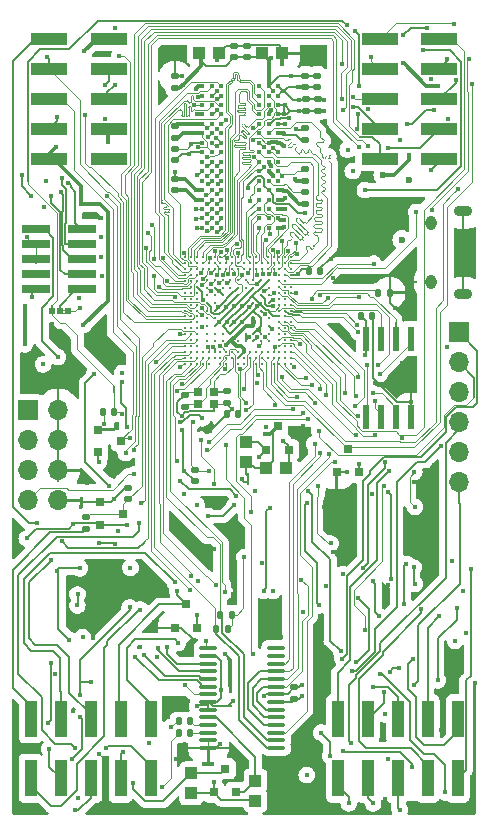
<source format=gbr>
G04 #@! TF.GenerationSoftware,KiCad,Pcbnew,7.0.1-0*
G04 #@! TF.CreationDate,2023-03-28T15:50:41-07:00*
G04 #@! TF.ProjectId,Kit-Brainboard,4b69742d-4272-4616-996e-626f6172642e,rev?*
G04 #@! TF.SameCoordinates,Original*
G04 #@! TF.FileFunction,Copper,L1,Top*
G04 #@! TF.FilePolarity,Positive*
%FSLAX46Y46*%
G04 Gerber Fmt 4.6, Leading zero omitted, Abs format (unit mm)*
G04 Created by KiCad (PCBNEW 7.0.1-0) date 2023-03-28 15:50:41*
%MOMM*%
%LPD*%
G01*
G04 APERTURE LIST*
G04 Aperture macros list*
%AMRoundRect*
0 Rectangle with rounded corners*
0 $1 Rounding radius*
0 $2 $3 $4 $5 $6 $7 $8 $9 X,Y pos of 4 corners*
0 Add a 4 corners polygon primitive as box body*
4,1,4,$2,$3,$4,$5,$6,$7,$8,$9,$2,$3,0*
0 Add four circle primitives for the rounded corners*
1,1,$1+$1,$2,$3*
1,1,$1+$1,$4,$5*
1,1,$1+$1,$6,$7*
1,1,$1+$1,$8,$9*
0 Add four rect primitives between the rounded corners*
20,1,$1+$1,$2,$3,$4,$5,0*
20,1,$1+$1,$4,$5,$6,$7,0*
20,1,$1+$1,$6,$7,$8,$9,0*
20,1,$1+$1,$8,$9,$2,$3,0*%
G04 Aperture macros list end*
G04 #@! TA.AperFunction,EtchedComponent*
%ADD10C,0.120000*%
G04 #@! TD*
G04 #@! TA.AperFunction,SMDPad,CuDef*
%ADD11R,0.600000X2.000000*%
G04 #@! TD*
G04 #@! TA.AperFunction,ComponentPad*
%ADD12O,1.550000X0.890000*%
G04 #@! TD*
G04 #@! TA.AperFunction,ComponentPad*
%ADD13O,0.950000X1.250000*%
G04 #@! TD*
G04 #@! TA.AperFunction,ComponentPad*
%ADD14R,1.700000X1.700000*%
G04 #@! TD*
G04 #@! TA.AperFunction,ComponentPad*
%ADD15O,1.700000X1.700000*%
G04 #@! TD*
G04 #@! TA.AperFunction,SMDPad,CuDef*
%ADD16R,0.800100X0.800100*%
G04 #@! TD*
G04 #@! TA.AperFunction,SMDPad,CuDef*
%ADD17RoundRect,0.147500X0.172500X-0.147500X0.172500X0.147500X-0.172500X0.147500X-0.172500X-0.147500X0*%
G04 #@! TD*
G04 #@! TA.AperFunction,SMDPad,CuDef*
%ADD18RoundRect,0.147500X-0.147500X-0.172500X0.147500X-0.172500X0.147500X0.172500X-0.147500X0.172500X0*%
G04 #@! TD*
G04 #@! TA.AperFunction,SMDPad,CuDef*
%ADD19R,3.150000X1.000000*%
G04 #@! TD*
G04 #@! TA.AperFunction,SMDPad,CuDef*
%ADD20RoundRect,0.147500X-0.172500X0.147500X-0.172500X-0.147500X0.172500X-0.147500X0.172500X0.147500X0*%
G04 #@! TD*
G04 #@! TA.AperFunction,SMDPad,CuDef*
%ADD21R,0.160000X0.500000*%
G04 #@! TD*
G04 #@! TA.AperFunction,SMDPad,CuDef*
%ADD22R,0.500000X0.500000*%
G04 #@! TD*
G04 #@! TA.AperFunction,SMDPad,CuDef*
%ADD23R,1.000000X1.000000*%
G04 #@! TD*
G04 #@! TA.AperFunction,SMDPad,CuDef*
%ADD24C,0.230000*%
G04 #@! TD*
G04 #@! TA.AperFunction,SMDPad,CuDef*
%ADD25R,0.800000X0.700000*%
G04 #@! TD*
G04 #@! TA.AperFunction,SMDPad,CuDef*
%ADD26R,1.000000X3.150000*%
G04 #@! TD*
G04 #@! TA.AperFunction,SMDPad,CuDef*
%ADD27C,0.400000*%
G04 #@! TD*
G04 #@! TA.AperFunction,SMDPad,CuDef*
%ADD28RoundRect,0.147500X0.147500X0.172500X-0.147500X0.172500X-0.147500X-0.172500X0.147500X-0.172500X0*%
G04 #@! TD*
G04 #@! TA.AperFunction,SMDPad,CuDef*
%ADD29RoundRect,0.100000X0.637500X0.100000X-0.637500X0.100000X-0.637500X-0.100000X0.637500X-0.100000X0*%
G04 #@! TD*
G04 #@! TA.AperFunction,SMDPad,CuDef*
%ADD30R,2.400000X0.740000*%
G04 #@! TD*
G04 #@! TA.AperFunction,SMDPad,CuDef*
%ADD31R,0.500000X0.160000*%
G04 #@! TD*
G04 #@! TA.AperFunction,ViaPad*
%ADD32C,0.400000*%
G04 #@! TD*
G04 #@! TA.AperFunction,ViaPad*
%ADD33C,0.600000*%
G04 #@! TD*
G04 #@! TA.AperFunction,Conductor*
%ADD34C,0.100000*%
G04 #@! TD*
G04 #@! TA.AperFunction,Conductor*
%ADD35C,0.127000*%
G04 #@! TD*
G04 #@! TA.AperFunction,Conductor*
%ADD36C,0.203200*%
G04 #@! TD*
G04 #@! TA.AperFunction,Conductor*
%ADD37C,0.090000*%
G04 #@! TD*
G04 #@! TA.AperFunction,Conductor*
%ADD38C,0.200000*%
G04 #@! TD*
G04 #@! TA.AperFunction,Conductor*
%ADD39C,0.300000*%
G04 #@! TD*
G04 #@! TA.AperFunction,Conductor*
%ADD40C,0.130000*%
G04 #@! TD*
G04 APERTURE END LIST*
D10*
G04 #@! TO.C,JP1*
X194180000Y-81310000D02*
X193870000Y-81310000D01*
X194180000Y-81050000D02*
X193870000Y-81050000D01*
G04 #@! TD*
D11*
G04 #@! TO.P,U5,1,~{CS}*
G04 #@! TO.N,/FLASH_CS*
X219575000Y-90102000D03*
G04 #@! TO.P,U5,2,IO1/SO*
G04 #@! TO.N,/FLASH_IO1*
X220845000Y-90102000D03*
G04 #@! TO.P,U5,3,IO2/~{WP}*
G04 #@! TO.N,/FLASH_IO2*
X222115000Y-90102000D03*
G04 #@! TO.P,U5,4,GND*
G04 #@! TO.N,GND*
X223385000Y-90102000D03*
G04 #@! TO.P,U5,5,IO0/SI*
G04 #@! TO.N,/FLASH_IO0*
X223385000Y-83498000D03*
G04 #@! TO.P,U5,6,CLK*
G04 #@! TO.N,/FLASH_CLK*
X222115000Y-83498000D03*
G04 #@! TO.P,U5,7,IO3/~{HOLD}/~{RESET}*
G04 #@! TO.N,/FLASH_IO3*
X220845000Y-83498000D03*
G04 #@! TO.P,U5,8,VCC*
G04 #@! TO.N,+3V3*
X219575000Y-83498000D03*
G04 #@! TD*
D12*
G04 #@! TO.P,J3,6,Shield*
G04 #@! TO.N,GND*
X227805000Y-72740000D03*
D13*
X225105000Y-73740000D03*
X225105000Y-78740000D03*
D12*
X227805000Y-79740000D03*
G04 #@! TD*
D14*
G04 #@! TO.P,AN1,1,Pin_1*
G04 #@! TO.N,Net-(AN1-Pin_1)*
X227430000Y-82970000D03*
D15*
G04 #@! TO.P,AN1,2,Pin_2*
G04 #@! TO.N,/A1*
X227430000Y-85510000D03*
G04 #@! TO.P,AN1,3,Pin_3*
G04 #@! TO.N,Net-(AN1-Pin_3)*
X227430000Y-88050000D03*
G04 #@! TO.P,AN1,4,Pin_4*
G04 #@! TO.N,Net-(AN1-Pin_4)*
X227430000Y-90590000D03*
G04 #@! TO.P,AN1,5,Pin_5*
G04 #@! TO.N,/A0*
X227430000Y-93130000D03*
G04 #@! TO.P,AN1,6,Pin_6*
G04 #@! TO.N,Net-(AN1-Pin_6)*
X227430000Y-95670000D03*
G04 #@! TD*
D14*
G04 #@! TO.P,J1,1,Pin_1*
G04 #@! TO.N,/UART_TX*
X190980400Y-89580000D03*
D15*
G04 #@! TO.P,J1,2,Pin_2*
G04 #@! TO.N,GND*
X193520400Y-89580000D03*
G04 #@! TO.P,J1,3,Pin_3*
G04 #@! TO.N,/UART_RX*
X190980400Y-92120000D03*
G04 #@! TO.P,J1,4,Pin_4*
G04 #@! TO.N,GND*
X193520400Y-92120000D03*
G04 #@! TO.P,J1,5,Pin_5*
G04 #@! TO.N,/DEBUG2*
X190980400Y-94660000D03*
G04 #@! TO.P,J1,6,Pin_6*
G04 #@! TO.N,GND*
X193520400Y-94660000D03*
G04 #@! TO.P,J1,7,Pin_7*
G04 #@! TO.N,/DEBUG3*
X190980400Y-97200000D03*
G04 #@! TO.P,J1,8,Pin_8*
G04 #@! TO.N,GND*
X193520400Y-97200000D03*
G04 #@! TD*
D16*
G04 #@! TO.P,D19,1,Anode*
G04 #@! TO.N,GND*
X203410000Y-108000000D03*
G04 #@! TO.P,D19,2,cathode*
G04 #@! TO.N,+3V3*
X205310000Y-108000000D03*
G04 #@! TO.P,D19,3,AK*
G04 #@! TO.N,/D13*
X204360000Y-106001020D03*
G04 #@! TD*
D17*
G04 #@! TO.P,C42,1*
G04 #@! TO.N,VREF_DDR*
X203430000Y-68411779D03*
G04 #@! TO.P,C42,2*
G04 #@! TO.N,GND*
X203430000Y-67441779D03*
G04 #@! TD*
G04 #@! TO.P,C2,1*
G04 #@! TO.N,+3V3*
X213530000Y-114015000D03*
G04 #@! TO.P,C2,2*
G04 #@! TO.N,GND*
X213530000Y-113045000D03*
G04 #@! TD*
D16*
G04 #@! TO.P,D24,1,Anode*
G04 #@! TO.N,GND*
X196860000Y-91210000D03*
G04 #@! TO.P,D24,2,cathode*
G04 #@! TO.N,+3V3*
X196860000Y-93110000D03*
G04 #@! TO.P,D24,3,AK*
G04 #@! TO.N,/D14*
X198858980Y-92160000D03*
G04 #@! TD*
D18*
G04 #@! TO.P,R40,1*
G04 #@! TO.N,Net-(C23-Pad1)*
X203755000Y-115900000D03*
G04 #@! TO.P,R40,2*
G04 #@! TO.N,/IN-L*
X204725000Y-115900000D03*
G04 #@! TD*
D19*
G04 #@! TO.P,JA1,1,Pin_1*
G04 #@! TO.N,-12VA*
X192744993Y-58130008D03*
G04 #@! TO.P,JA1,2,Pin_2*
G04 #@! TO.N,VREF+*
X197794993Y-58130008D03*
G04 #@! TO.P,JA1,3,Pin_3*
G04 #@! TO.N,/D11*
X192744993Y-60670008D03*
G04 #@! TO.P,JA1,4,Pin_4*
G04 #@! TO.N,/D-IN10*
X197794993Y-60670008D03*
G04 #@! TO.P,JA1,5,Pin_5*
G04 #@! TO.N,/D14*
X192744993Y-63210008D03*
G04 #@! TO.P,JA1,6,Pin_6*
G04 #@! TO.N,/D-IN12*
X197794993Y-63210008D03*
G04 #@! TO.P,JA1,7,Pin_7*
G04 #@! TO.N,GND*
X192744993Y-65750008D03*
G04 #@! TO.P,JA1,8,Pin_8*
G04 #@! TO.N,GNDADC*
X197794993Y-65750008D03*
G04 #@! TO.P,JA1,9,Pin_9*
G04 #@! TO.N,+12V*
X192744993Y-68290008D03*
G04 #@! TO.P,JA1,10,Pin_10*
G04 #@! TO.N,unconnected-(JA1-Pin_10-Pad10)*
X197794993Y-68290008D03*
G04 #@! TD*
D20*
G04 #@! TO.P,C98,1*
G04 #@! TO.N,VDD_DDR*
X214460000Y-61251779D03*
G04 #@! TO.P,C98,2*
G04 #@! TO.N,GND*
X214460000Y-62221779D03*
G04 #@! TD*
D21*
G04 #@! TO.P,NT2,1,1*
G04 #@! TO.N,GNDADC*
X209580000Y-95160000D03*
G04 #@! TO.P,NT2,2,2*
G04 #@! TO.N,GND*
X209580000Y-95660000D03*
G04 #@! TD*
D22*
G04 #@! TO.P,JP1,1,A*
G04 #@! TO.N,/JTRST*
X194380000Y-81180000D03*
G04 #@! TO.P,JP1,2,C*
G04 #@! TO.N,Net-(J2-Pin_10)*
X193700000Y-81180000D03*
G04 #@! TO.P,JP1,3,B*
G04 #@! TO.N,/NRST*
X193020000Y-81180000D03*
G04 #@! TD*
D23*
G04 #@! TO.P,C3,1*
G04 #@! TO.N,+5VA*
X210220000Y-120930000D03*
G04 #@! TO.P,C3,2*
G04 #@! TO.N,GNDA*
X210220000Y-122630000D03*
G04 #@! TD*
D17*
G04 #@! TO.P,R67,1*
G04 #@! TO.N,GND*
X214430000Y-70141779D03*
G04 #@! TO.P,R67,2*
G04 #@! TO.N,/DDR_CKE*
X214430000Y-69171779D03*
G04 #@! TD*
D23*
G04 #@! TO.P,C81,1*
G04 #@! TO.N,GND*
X212470000Y-59356779D03*
G04 #@! TO.P,C81,2*
G04 #@! TO.N,VDD_DDR*
X210770000Y-59356779D03*
G04 #@! TD*
D20*
G04 #@! TO.P,C13,1*
G04 #@! TO.N,GND*
X204230000Y-88305000D03*
G04 #@! TO.P,C13,2*
G04 #@! TO.N,Net-(U2B-PH0-OSC_IN)*
X204230000Y-89275000D03*
G04 #@! TD*
D17*
G04 #@! TO.P,C64,1*
G04 #@! TO.N,GND*
X215473460Y-62226859D03*
G04 #@! TO.P,C64,2*
G04 #@! TO.N,VDD_DDR*
X215473460Y-61256859D03*
G04 #@! TD*
D20*
G04 #@! TO.P,C55,1*
G04 #@! TO.N,GND*
X215490000Y-63251779D03*
G04 #@! TO.P,C55,2*
G04 #@! TO.N,VDD_DDR*
X215490000Y-64221779D03*
G04 #@! TD*
D24*
G04 #@! TO.P,U2,1A1,PE1*
G04 #@! TO.N,unconnected-(U2B-PE1-Pad1A1)*
X206160000Y-83730000D03*
G04 #@! TO.P,U2,1A2,PD10*
G04 #@! TO.N,unconnected-(U2A-PD10-Pad1A2)*
X206160000Y-83080000D03*
G04 #@! TO.P,U2,1A3,PE3*
G04 #@! TO.N,unconnected-(U2B-PE3-Pad1A3)*
X206160000Y-82430000D03*
G04 #@! TO.P,U2,1A4,PB14*
G04 #@! TO.N,unconnected-(U2A-PB14-Pad1A4)*
X206160000Y-81780000D03*
G04 #@! TO.P,U2,1A5,PD2*
G04 #@! TO.N,/D4*
X206160000Y-81130000D03*
G04 #@! TO.P,U2,1A6,VSS*
G04 #@! TO.N,GND*
X206160000Y-80480000D03*
G04 #@! TO.P,U2,1A7,VDD1V2_DSI_REG*
G04 #@! TO.N,unconnected-(U2D-VDD1V2_DSI_REG-Pad1A7)*
X206160000Y-79830000D03*
G04 #@! TO.P,U2,1A8,DDR_ZQ*
G04 #@! TO.N,Net-(U2E-DDR_ZQ)*
X206160000Y-79180000D03*
G04 #@! TO.P,U2,1A9,DDR_A7*
G04 #@! TO.N,/DDR_A7*
X206160000Y-78530000D03*
G04 #@! TO.P,U2,1B1,PD6*
G04 #@! TO.N,unconnected-(U2A-PD6-Pad1B1)*
X206810000Y-83730000D03*
G04 #@! TO.P,U2,1B2,PE14*
G04 #@! TO.N,unconnected-(U2B-PE14-Pad1B2)*
X206810000Y-83080000D03*
G04 #@! TO.P,U2,1B3,VDDCORE*
G04 #@! TO.N,VDD_CORE*
X206810000Y-82430000D03*
G04 #@! TO.P,U2,1B4,PC12*
G04 #@! TO.N,/D9*
X206810000Y-81780000D03*
G04 #@! TO.P,U2,1B5,VDDCORE*
G04 #@! TO.N,VDD_CORE*
X206810000Y-81130000D03*
G04 #@! TO.P,U2,1B6,VDDA1V8_DSI*
G04 #@! TO.N,unconnected-(U2D-VDDA1V8_DSI-Pad1B6)*
X206810000Y-80480000D03*
G04 #@! TO.P,U2,1B7,VDD1V2_DSI_PHY*
G04 #@! TO.N,unconnected-(U2D-VDD1V2_DSI_PHY-Pad1B7)*
X206810000Y-79830000D03*
G04 #@! TO.P,U2,1B8,VSS*
G04 #@! TO.N,GND*
X206810000Y-79180000D03*
G04 #@! TO.P,U2,1B9,VDDQ_DDR*
G04 #@! TO.N,VDD_DDR*
X206810000Y-78530000D03*
G04 #@! TO.P,U2,1C1,PD9*
G04 #@! TO.N,unconnected-(U2A-PD9-Pad1C1)*
X207460000Y-83730000D03*
G04 #@! TO.P,U2,1C2,PD15*
G04 #@! TO.N,unconnected-(U2A-PD15-Pad1C2)*
X207460000Y-83080000D03*
G04 #@! TO.P,U2,1C3,VSS*
G04 #@! TO.N,GND*
X207460000Y-82430000D03*
G04 #@! TO.P,U2,1C4,VDDCORE*
G04 #@! TO.N,VDD_CORE*
X207460000Y-81780000D03*
G04 #@! TO.P,U2,1C5,VSS*
G04 #@! TO.N,GND*
X207460000Y-81130000D03*
G04 #@! TO.P,U2,1C6,VDDCORE*
G04 #@! TO.N,VDD_CORE*
X207460000Y-80480000D03*
G04 #@! TO.P,U2,1C7,VSS*
G04 #@! TO.N,GND*
X207460000Y-79830000D03*
G04 #@! TO.P,U2,1C8,DDR_DTO1*
G04 #@! TO.N,unconnected-(U2E-DDR_DTO1-Pad1C8)*
X207460000Y-79180000D03*
G04 #@! TO.P,U2,1C9,DDR_A5*
G04 #@! TO.N,/DDR_A5*
X207460000Y-78530000D03*
G04 #@! TO.P,U2,1D1,VBAT*
G04 #@! TO.N,VDD*
X208110000Y-83730000D03*
G04 #@! TO.P,U2,1D2,VSS*
G04 #@! TO.N,GND*
X208110000Y-83080000D03*
G04 #@! TO.P,U2,1D3,VDDCORE*
G04 #@! TO.N,VDD_CORE*
X208110000Y-82430000D03*
G04 #@! TO.P,U2,1D4,VSS*
G04 #@! TO.N,GND*
X208110000Y-81780000D03*
G04 #@! TO.P,U2,1D5,VDDCORE*
G04 #@! TO.N,VDD_CORE*
X208110000Y-81130000D03*
G04 #@! TO.P,U2,1D6,VSS*
G04 #@! TO.N,GND*
X208110000Y-80480000D03*
G04 #@! TO.P,U2,1D7,VDDCORE*
G04 #@! TO.N,VDD_CORE*
X208110000Y-79830000D03*
G04 #@! TO.P,U2,1D8,DDR_DTO0*
G04 #@! TO.N,unconnected-(U2E-DDR_DTO0-Pad1D8)*
X208110000Y-79180000D03*
G04 #@! TO.P,U2,1D9,VDDQ_DDR*
G04 #@! TO.N,VDD_DDR*
X208110000Y-78530000D03*
G04 #@! TO.P,U2,1E1,PD14*
G04 #@! TO.N,unconnected-(U2A-PD14-Pad1E1)*
X208760000Y-83730000D03*
G04 #@! TO.P,U2,1E2,VDD*
G04 #@! TO.N,VDD*
X208760000Y-83080000D03*
G04 #@! TO.P,U2,1E3,VSS*
G04 #@! TO.N,GND*
X208760000Y-82430000D03*
G04 #@! TO.P,U2,1E4,VDDCORE*
G04 #@! TO.N,VDD_CORE*
X208760000Y-81780000D03*
G04 #@! TO.P,U2,1E5,VSS*
G04 #@! TO.N,GND*
X208760000Y-81130000D03*
G04 #@! TO.P,U2,1E6,VDDCORE*
G04 #@! TO.N,VDD_CORE*
X208760000Y-80480000D03*
G04 #@! TO.P,U2,1E7,VSS*
G04 #@! TO.N,GND*
X208760000Y-79830000D03*
G04 #@! TO.P,U2,1E8,VDDCORE*
G04 #@! TO.N,VDD_CORE*
X208760000Y-79180000D03*
G04 #@! TO.P,U2,1E9,DDR_RASN*
G04 #@! TO.N,/DDR_RASN*
X208760000Y-78530000D03*
G04 #@! TO.P,U2,1F1,VDDA*
G04 #@! TO.N,VDDA*
X209410000Y-83730000D03*
G04 #@! TO.P,U2,1F2,VDDA*
X209410000Y-83080000D03*
G04 #@! TO.P,U2,1F3,VDD*
G04 #@! TO.N,VDD*
X209410000Y-82430000D03*
G04 #@! TO.P,U2,1F4,VSS*
G04 #@! TO.N,GND*
X209410000Y-81780000D03*
G04 #@! TO.P,U2,1F5,VDDCORE*
G04 #@! TO.N,VDD_CORE*
X209410000Y-81130000D03*
G04 #@! TO.P,U2,1F6,VSS*
G04 #@! TO.N,GND*
X209410000Y-80480000D03*
G04 #@! TO.P,U2,1F7,VDDCORE*
G04 #@! TO.N,VDD_CORE*
X209410000Y-79830000D03*
G04 #@! TO.P,U2,1F8,DDR_ATO*
G04 #@! TO.N,unconnected-(U2E-DDR_ATO-Pad1F8)*
X209410000Y-79180000D03*
G04 #@! TO.P,U2,1F9,VDDQ_DDR*
G04 #@! TO.N,VDD_DDR*
X209410000Y-78530000D03*
G04 #@! TO.P,U2,1G1,VSSA*
G04 #@! TO.N,GNDADC*
X210060000Y-83730000D03*
G04 #@! TO.P,U2,1G2,VSS*
G04 #@! TO.N,GND*
X210060000Y-83080000D03*
G04 #@! TO.P,U2,1G3,VDD*
G04 #@! TO.N,VDD*
X210060000Y-82430000D03*
G04 #@! TO.P,U2,1G4,VDD*
X210060000Y-81780000D03*
G04 #@! TO.P,U2,1G5,VSS*
G04 #@! TO.N,GND*
X210060000Y-81130000D03*
G04 #@! TO.P,U2,1G6,VDDCORE*
G04 #@! TO.N,VDD_CORE*
X210060000Y-80480000D03*
G04 #@! TO.P,U2,1G7,VSS*
G04 #@! TO.N,GND*
X210060000Y-79830000D03*
G04 #@! TO.P,U2,1G8,VDDCORE*
G04 #@! TO.N,VDD_CORE*
X210060000Y-79180000D03*
G04 #@! TO.P,U2,1G9,DDR_A6*
G04 #@! TO.N,/DDR_A6*
X210060000Y-78530000D03*
G04 #@! TO.P,U2,1H1,PA5*
G04 #@! TO.N,/A3*
X210710000Y-83730000D03*
G04 #@! TO.P,U2,1H2,VSS*
G04 #@! TO.N,GND*
X210710000Y-83080000D03*
G04 #@! TO.P,U2,1H3,VSS*
X210710000Y-82430000D03*
G04 #@! TO.P,U2,1H4,VSS*
X210710000Y-81780000D03*
G04 #@! TO.P,U2,1H5,VDDA1V8_REG*
G04 #@! TO.N,VDDA_1V8*
X210710000Y-81130000D03*
G04 #@! TO.P,U2,1H6,VSS*
G04 #@! TO.N,GND*
X210710000Y-80480000D03*
G04 #@! TO.P,U2,1H7,VDD3V3_USB*
G04 #@! TO.N,VDD_USB*
X210710000Y-79830000D03*
G04 #@! TO.P,U2,1H8,VSS*
G04 #@! TO.N,GND*
X210710000Y-79180000D03*
G04 #@! TO.P,U2,1H9,VDDQ_DDR*
G04 #@! TO.N,VDD_DDR*
X210710000Y-78530000D03*
G04 #@! TO.P,U2,1J1,PA4*
G04 #@! TO.N,/A2*
X211360000Y-83730000D03*
G04 #@! TO.P,U2,1J2,PB13*
G04 #@! TO.N,unconnected-(U2A-PB13-Pad1J2)*
X211360000Y-83080000D03*
G04 #@! TO.P,U2,1J3,VDD*
G04 #@! TO.N,VDD*
X211360000Y-82430000D03*
G04 #@! TO.P,U2,1J4,PE9*
G04 #@! TO.N,unconnected-(U2B-PE9-Pad1J4)*
X211360000Y-81780000D03*
G04 #@! TO.P,U2,1J5,VSS*
G04 #@! TO.N,GND*
X211360000Y-81130000D03*
G04 #@! TO.P,U2,1J6,VDDA1V1_REG*
G04 #@! TO.N,Net-(U2D-VDDA1V1_REG)*
X211360000Y-80480000D03*
G04 #@! TO.P,U2,1J7,PF10*
G04 #@! TO.N,/FLASH_CLK*
X211360000Y-79830000D03*
G04 #@! TO.P,U2,1J8,USB_RREF*
G04 #@! TO.N,/USB_RREF*
X211360000Y-79180000D03*
G04 #@! TO.P,U2,1J9,VSS*
G04 #@! TO.N,GND*
X211360000Y-78530000D03*
G04 #@! TO.P,U2,A1,VSS*
X204260000Y-85630000D03*
G04 #@! TO.P,U2,A2,PD1*
G04 #@! TO.N,/D13*
X204260000Y-85130000D03*
G04 #@! TO.P,U2,A3,PB7*
G04 #@! TO.N,/D2*
X204260000Y-84630000D03*
G04 #@! TO.P,U2,A4,PC6*
G04 #@! TO.N,/UART_TX*
X204260000Y-84130000D03*
G04 #@! TO.P,U2,A6,VSS*
G04 #@! TO.N,GND*
X204260000Y-83130000D03*
G04 #@! TO.P,U2,A7,PD3*
G04 #@! TO.N,unconnected-(U2A-PD3-PadA7)*
X204260000Y-82630000D03*
G04 #@! TO.P,U2,A9,PC8*
G04 #@! TO.N,/D16*
X204260000Y-81630000D03*
G04 #@! TO.P,U2,A10,PE4*
G04 #@! TO.N,/D12*
X204260000Y-81130000D03*
G04 #@! TO.P,U2,A12,DSI_CKP*
G04 #@! TO.N,unconnected-(U2C-DSI_CKP-PadA12)*
X204260000Y-80130000D03*
G04 #@! TO.P,U2,A13,DSI_D1P*
G04 #@! TO.N,unconnected-(U2C-DSI_D1P-PadA13)*
X204260000Y-79630000D03*
G04 #@! TO.P,U2,A15,JTDO-TRACESWO*
G04 #@! TO.N,/JTDO_SWO*
X204260000Y-78630000D03*
G04 #@! TO.P,U2,A16,JTCK-SWCLK*
G04 #@! TO.N,/JTCK_SWCLK*
X204260000Y-78130000D03*
G04 #@! TO.P,U2,A17,DDR_DQ0*
G04 #@! TO.N,/DDR_DQ0*
X204260000Y-77630000D03*
G04 #@! TO.P,U2,A18,DDR_DQ1*
G04 #@! TO.N,/DDR_DQ1*
X204260000Y-77130000D03*
G04 #@! TO.P,U2,A19,VSS*
G04 #@! TO.N,GND*
X204260000Y-76630000D03*
G04 #@! TO.P,U2,B1,PG15*
G04 #@! TO.N,/I2C2_SDA*
X204760000Y-85630000D03*
G04 #@! TO.P,U2,B2,PE6*
G04 #@! TO.N,unconnected-(U2B-PE6-PadB2)*
X204760000Y-85130000D03*
G04 #@! TO.P,U2,B3,PD7*
G04 #@! TO.N,/I2C2_SCL*
X204760000Y-84630000D03*
G04 #@! TO.P,U2,B4,PA15*
G04 #@! TO.N,unconnected-(U2A-PA15-PadB4)*
X204760000Y-84130000D03*
G04 #@! TO.P,U2,B5,PG6*
G04 #@! TO.N,unconnected-(U2B-PG6-PadB5)*
X204760000Y-83630000D03*
G04 #@! TO.P,U2,B6,PB4*
G04 #@! TO.N,/D3*
X204760000Y-83130000D03*
G04 #@! TO.P,U2,B7,PE5*
G04 #@! TO.N,unconnected-(U2B-PE5-PadB7)*
X204760000Y-82630000D03*
G04 #@! TO.P,U2,B8,PA8*
G04 #@! TO.N,/D10*
X204760000Y-82130000D03*
G04 #@! TO.P,U2,B9,PC9*
G04 #@! TO.N,/D17*
X204760000Y-81630000D03*
G04 #@! TO.P,U2,B10,PC10*
G04 #@! TO.N,/D18*
X204760000Y-81130000D03*
G04 #@! TO.P,U2,B11,DSI_D0P*
G04 #@! TO.N,unconnected-(U2C-DSI_D0P-PadB11)*
X204760000Y-80630000D03*
G04 #@! TO.P,U2,B12,DSI_CKN*
G04 #@! TO.N,unconnected-(U2C-DSI_CKN-PadB12)*
X204760000Y-80130000D03*
G04 #@! TO.P,U2,B13,DSI_D1N*
G04 #@! TO.N,unconnected-(U2C-DSI_D1N-PadB13)*
X204760000Y-79630000D03*
G04 #@! TO.P,U2,B14,NJTRST*
G04 #@! TO.N,/JTRST*
X204760000Y-79130000D03*
G04 #@! TO.P,U2,B15,JTDI*
G04 #@! TO.N,/JTDI*
X204760000Y-78630000D03*
G04 #@! TO.P,U2,B16,DDR_DQ3*
G04 #@! TO.N,/DDR_DQ3*
X204760000Y-78130000D03*
G04 #@! TO.P,U2,B17,DDR_DQ7*
G04 #@! TO.N,/DDR_DQ7*
X204760000Y-77630000D03*
G04 #@! TO.P,U2,B18,DDR_DQS0N*
G04 #@! TO.N,/DDR_DQS0_N*
X204760000Y-77130000D03*
G04 #@! TO.P,U2,B19,DDR_DQS0P*
G04 #@! TO.N,/DDR_DQS0_P*
X204760000Y-76630000D03*
G04 #@! TO.P,U2,C1,PE12*
G04 #@! TO.N,/CODEC_RESET*
X205260000Y-85630000D03*
G04 #@! TO.P,U2,C2,PE0*
G04 #@! TO.N,/SAI_MCLK*
X205260000Y-85130000D03*
G04 #@! TO.P,U2,C3,PD4*
G04 #@! TO.N,unconnected-(U2A-PD4-PadC3)*
X205260000Y-84630000D03*
G04 #@! TO.P,U2,C4,PD5*
G04 #@! TO.N,unconnected-(U2A-PD5-PadC4)*
X205260000Y-84130000D03*
G04 #@! TO.P,U2,C5,PD0*
G04 #@! TO.N,/D15*
X205260000Y-83630000D03*
G04 #@! TO.P,U2,C6,PA9*
G04 #@! TO.N,/D0*
X205260000Y-83130000D03*
G04 #@! TO.P,U2,C7,PB3*
G04 #@! TO.N,unconnected-(U2A-PB3-PadC7)*
X205260000Y-82630000D03*
G04 #@! TO.P,U2,C8,PB15*
G04 #@! TO.N,unconnected-(U2A-PB15-PadC8)*
X205260000Y-82130000D03*
G04 #@! TO.P,U2,C9,PB9*
G04 #@! TO.N,unconnected-(U2A-PB9-PadC9)*
X205260000Y-81630000D03*
G04 #@! TO.P,U2,C10,PC7*
G04 #@! TO.N,/UART_RX*
X205260000Y-81130000D03*
G04 #@! TO.P,U2,C11,PC11*
G04 #@! TO.N,/D19*
X205260000Y-80630000D03*
G04 #@! TO.P,U2,C12,DSI_D0N*
G04 #@! TO.N,unconnected-(U2C-DSI_D0N-PadC12)*
X205260000Y-80130000D03*
G04 #@! TO.P,U2,C13,VDD_DSI*
G04 #@! TO.N,unconnected-(U2D-VDD_DSI-PadC13)*
X205260000Y-79630000D03*
G04 #@! TO.P,U2,C14,VSS*
G04 #@! TO.N,GND*
X205260000Y-79130000D03*
G04 #@! TO.P,U2,C15,JTMS-SWDIO*
G04 #@! TO.N,/JTMS_SWDIO*
X205260000Y-78630000D03*
G04 #@! TO.P,U2,C16,DDR_RESETN*
G04 #@! TO.N,/DDR_RESETN*
X205260000Y-78130000D03*
G04 #@! TO.P,U2,C17,DDR_DQM0*
G04 #@! TO.N,/DDR_DQM0*
X205260000Y-77630000D03*
G04 #@! TO.P,U2,C18,DDR_DQ2*
G04 #@! TO.N,/DDR_DQ2*
X205260000Y-77130000D03*
G04 #@! TO.P,U2,C19,DDR_DQ6*
G04 #@! TO.N,/DDR_DQ6*
X205260000Y-76630000D03*
G04 #@! TO.P,U2,D1,PG12*
G04 #@! TO.N,/DEBUG2*
X205760000Y-85630000D03*
G04 #@! TO.P,U2,D2,PE11*
G04 #@! TO.N,/DEBUG3*
X205760000Y-85130000D03*
G04 #@! TO.P,U2,D3,PE15*
G04 #@! TO.N,unconnected-(U2B-PE15-PadD3)*
X205760000Y-84630000D03*
G04 #@! TO.P,U2,D17,VSS*
G04 #@! TO.N,GND*
X205760000Y-77630000D03*
G04 #@! TO.P,U2,D18,DDR_DQ4*
G04 #@! TO.N,/DDR_DQ4*
X205760000Y-77130000D03*
G04 #@! TO.P,U2,D19,DDR_DQ5*
G04 #@! TO.N,/DDR_DQ5*
X205760000Y-76630000D03*
G04 #@! TO.P,U2,E1,PD8*
G04 #@! TO.N,unconnected-(U2A-PD8-PadE1)*
X206260000Y-85630000D03*
G04 #@! TO.P,U2,E2,NRST*
G04 #@! TO.N,/NRST*
X206260000Y-85130000D03*
G04 #@! TO.P,U2,E3,PE13*
G04 #@! TO.N,/D1*
X206260000Y-84630000D03*
G04 #@! TO.P,U2,E17,DDR_A13*
G04 #@! TO.N,/DDR_A13*
X206260000Y-77630000D03*
G04 #@! TO.P,U2,E18,DDR_A9*
G04 #@! TO.N,/DDR_A9*
X206260000Y-77130000D03*
G04 #@! TO.P,U2,F2,PC15-OSC32_OUT*
G04 #@! TO.N,unconnected-(U2A-PC15-OSC32_OUT-PadF2)*
X206760000Y-85130000D03*
G04 #@! TO.P,U2,F3,VSS*
G04 #@! TO.N,GND*
X206760000Y-84630000D03*
G04 #@! TO.P,U2,F17,DDR_A2*
G04 #@! TO.N,/DDR_A2*
X206760000Y-77630000D03*
G04 #@! TO.P,U2,F18,VSS*
G04 #@! TO.N,GND*
X206760000Y-77130000D03*
G04 #@! TO.P,U2,F19,DDR_A3*
G04 #@! TO.N,/DDR_A3*
X206760000Y-76630000D03*
G04 #@! TO.P,U2,G1,VSS*
G04 #@! TO.N,GND*
X207260000Y-85630000D03*
G04 #@! TO.P,U2,G2,PC14-OSC32_IN*
G04 #@! TO.N,unconnected-(U2A-PC14-OSC32_IN-PadG2)*
X207260000Y-85130000D03*
G04 #@! TO.P,U2,G3,PC13*
G04 #@! TO.N,unconnected-(U2A-PC13-PadG3)*
X207260000Y-84630000D03*
G04 #@! TO.P,U2,G17,VSS*
G04 #@! TO.N,GND*
X207260000Y-77630000D03*
G04 #@! TO.P,U2,G18,DDR_A0*
G04 #@! TO.N,/DDR_A0*
X207260000Y-77130000D03*
G04 #@! TO.P,U2,G19,DDR_BA0*
G04 #@! TO.N,/DDR_BA0*
X207260000Y-76630000D03*
G04 #@! TO.P,U2,H1,BOOT2*
G04 #@! TO.N,/BOOT2*
X207760000Y-85630000D03*
G04 #@! TO.P,U2,H2,PH0-OSC_IN*
G04 #@! TO.N,Net-(U2B-PH0-OSC_IN)*
X207760000Y-85130000D03*
G04 #@! TO.P,U2,H3,BOOT0*
G04 #@! TO.N,/BOOT0*
X207760000Y-84630000D03*
G04 #@! TO.P,U2,H17,DDR_BA2*
G04 #@! TO.N,/DDR_BA2*
X207760000Y-77630000D03*
G04 #@! TO.P,U2,H18,DDR_ODT*
G04 #@! TO.N,/DDR_ODT*
X207760000Y-77130000D03*
G04 #@! TO.P,U2,J2,PH1-OSC_OUT*
G04 #@! TO.N,Net-(U2B-PH1-OSC_OUT)*
X208260000Y-85130000D03*
G04 #@! TO.P,U2,J3,NRST_CORE*
G04 #@! TO.N,/NRST_CORE*
X208260000Y-84630000D03*
G04 #@! TO.P,U2,J17,DDR_CSN*
G04 #@! TO.N,/DDR_CSN*
X208260000Y-77630000D03*
G04 #@! TO.P,U2,J18,DDR_WEN*
G04 #@! TO.N,/DDR_WEN*
X208260000Y-77130000D03*
G04 #@! TO.P,U2,J19,DDR_CASN*
G04 #@! TO.N,/DDR_CASN*
X208260000Y-76630000D03*
G04 #@! TO.P,U2,K1,PWR_LP*
G04 #@! TO.N,unconnected-(U2C-PWR_LP-PadK1)*
X208760000Y-85630000D03*
G04 #@! TO.P,U2,K2,PDR_ON_CORE*
G04 #@! TO.N,VDD*
X208760000Y-85130000D03*
G04 #@! TO.P,U2,K3,BOOT1*
G04 #@! TO.N,GND*
X208760000Y-84630000D03*
G04 #@! TO.P,U2,K17,VSS*
X208760000Y-77630000D03*
G04 #@! TO.P,U2,K18,DDR_CLKN*
G04 #@! TO.N,/DDR_CLK_N*
X208760000Y-77130000D03*
G04 #@! TO.P,U2,K19,VSS*
G04 #@! TO.N,GND*
X208760000Y-76630000D03*
G04 #@! TO.P,U2,L1,PA14*
G04 #@! TO.N,unconnected-(U2A-PA14-PadL1)*
X209260000Y-85630000D03*
G04 #@! TO.P,U2,L2,PA13*
G04 #@! TO.N,unconnected-(U2A-PA13-PadL2)*
X209260000Y-85130000D03*
G04 #@! TO.P,U2,L3,PDR_ON*
G04 #@! TO.N,VDD*
X209260000Y-84630000D03*
G04 #@! TO.P,U2,L17,DDR_CLKP*
G04 #@! TO.N,/DDR_CLK_P*
X209260000Y-77630000D03*
G04 #@! TO.P,U2,L18,DDR_A15*
G04 #@! TO.N,unconnected-(U2E-DDR_A15-PadL18)*
X209260000Y-77130000D03*
G04 #@! TO.P,U2,M2,PWR_ON*
G04 #@! TO.N,/PWR_ON*
X209760000Y-85130000D03*
G04 #@! TO.P,U2,M3,VREF+*
G04 #@! TO.N,VREF+*
X209760000Y-84630000D03*
G04 #@! TO.P,U2,M17,DDR_A10*
G04 #@! TO.N,/DDR_A10*
X209760000Y-77630000D03*
G04 #@! TO.P,U2,M18,DDR_A12*
G04 #@! TO.N,/DDR_A12*
X209760000Y-77130000D03*
G04 #@! TO.P,U2,M19,DDR_A1*
G04 #@! TO.N,/DDR_A1*
X209760000Y-76630000D03*
G04 #@! TO.P,U2,N1,VSS*
G04 #@! TO.N,GND*
X210260000Y-85630000D03*
G04 #@! TO.P,U2,N2,PA3*
G04 #@! TO.N,/A4*
X210260000Y-85130000D03*
G04 #@! TO.P,U2,N3,PA0*
G04 #@! TO.N,unconnected-(U2A-PA0-PadN3)*
X210260000Y-84630000D03*
G04 #@! TO.P,U2,N17,VSS*
G04 #@! TO.N,GND*
X210260000Y-77630000D03*
G04 #@! TO.P,U2,N18,DDR_A14*
G04 #@! TO.N,/DDR_A14*
X210260000Y-77130000D03*
G04 #@! TO.P,U2,N19,DDR_A11*
G04 #@! TO.N,/DDR_A11*
X210260000Y-76630000D03*
G04 #@! TO.P,U2,P1,PE2*
G04 #@! TO.N,unconnected-(U2B-PE2-PadP1)*
X210760000Y-85630000D03*
G04 #@! TO.P,U2,P2,PC2*
G04 #@! TO.N,/D7*
X210760000Y-85130000D03*
G04 #@! TO.P,U2,P3,PC3*
G04 #@! TO.N,/A8*
X210760000Y-84630000D03*
G04 #@! TO.P,U2,P17,DDR_CKE*
G04 #@! TO.N,/DDR_CKE*
X210760000Y-77630000D03*
G04 #@! TO.P,U2,P18,DDR_BA1*
G04 #@! TO.N,/DDR_BA1*
X210760000Y-77130000D03*
G04 #@! TO.P,U2,R2,PG14*
G04 #@! TO.N,unconnected-(U2B-PG14-PadR2)*
X211260000Y-85130000D03*
G04 #@! TO.P,U2,R3,PG13*
G04 #@! TO.N,unconnected-(U2B-PG13-PadR3)*
X211260000Y-84630000D03*
G04 #@! TO.P,U2,R17,DDR_A4*
G04 #@! TO.N,/DDR_A4*
X211260000Y-77630000D03*
G04 #@! TO.P,U2,R18,DDR_DQ8*
G04 #@! TO.N,/DDR_DQ8*
X211260000Y-77130000D03*
G04 #@! TO.P,U2,R19,VSS*
G04 #@! TO.N,GND*
X211260000Y-76630000D03*
G04 #@! TO.P,U2,T1,PA1*
G04 #@! TO.N,/D14*
X211760000Y-85630000D03*
G04 #@! TO.P,U2,T2,PC1*
G04 #@! TO.N,/D8*
X211760000Y-85130000D03*
G04 #@! TO.P,U2,T3,PA2*
G04 #@! TO.N,/A0*
X211760000Y-84630000D03*
G04 #@! TO.P,U2,T17,DDR_A8*
G04 #@! TO.N,/DDR_A8*
X211760000Y-77630000D03*
G04 #@! TO.P,U2,T18,DDR_DQ13*
G04 #@! TO.N,/DDR_DQ13*
X211760000Y-77130000D03*
G04 #@! TO.P,U2,T19,DDR_DQ10*
G04 #@! TO.N,/DDR_DQ10*
X211760000Y-76630000D03*
G04 #@! TO.P,U2,U1,PB1*
G04 #@! TO.N,/D11*
X212260000Y-85630000D03*
G04 #@! TO.P,U2,U2,PB0*
G04 #@! TO.N,/A6*
X212260000Y-85130000D03*
G04 #@! TO.P,U2,U3,PB11*
G04 #@! TO.N,unconnected-(U2A-PB11-PadU3)*
X212260000Y-84630000D03*
G04 #@! TO.P,U2,U4,PC0*
G04 #@! TO.N,/A9*
X212260000Y-84130000D03*
G04 #@! TO.P,U2,U5,PB10*
G04 #@! TO.N,/D6*
X212260000Y-83630000D03*
G04 #@! TO.P,U2,U6,PG11*
G04 #@! TO.N,unconnected-(U2B-PG11-PadU6)*
X212260000Y-83130000D03*
G04 #@! TO.P,U2,U7,PG10*
G04 #@! TO.N,/SAI_SD_B*
X212260000Y-82630000D03*
G04 #@! TO.P,U2,U8,PD11*
G04 #@! TO.N,/SAI_SD_A*
X212260000Y-82130000D03*
G04 #@! TO.P,U2,U9,VSS*
G04 #@! TO.N,GND*
X212260000Y-81630000D03*
G04 #@! TO.P,U2,U10,PF6*
G04 #@! TO.N,/FLASH_IO3*
X212260000Y-81130000D03*
G04 #@! TO.P,U2,U11,BYPASS_REG1V8*
G04 #@! TO.N,GND*
X212260000Y-80630000D03*
G04 #@! TO.P,U2,U12,PE8*
G04 #@! TO.N,unconnected-(U2B-PE8-PadU12)*
X212260000Y-80130000D03*
G04 #@! TO.P,U2,U13,PD13*
G04 #@! TO.N,/SAI_SCK*
X212260000Y-79630000D03*
G04 #@! TO.P,U2,U14,PD12*
G04 #@! TO.N,/SAI_FS*
X212260000Y-79130000D03*
G04 #@! TO.P,U2,U15,PA11*
G04 #@! TO.N,/D5*
X212260000Y-78630000D03*
G04 #@! TO.P,U2,U16,PA10*
G04 #@! TO.N,unconnected-(U2A-PA10-PadU16)*
X212260000Y-78130000D03*
G04 #@! TO.P,U2,U17,DDR_DQ14*
G04 #@! TO.N,/DDR_DQ14*
X212260000Y-77630000D03*
G04 #@! TO.P,U2,U18,DDR_DQS1N*
G04 #@! TO.N,/DDR_DQS1_N*
X212260000Y-77130000D03*
G04 #@! TO.P,U2,U19,DDR_DQ9*
G04 #@! TO.N,/DDR_DQ9*
X212260000Y-76630000D03*
G04 #@! TO.P,U2,V1,PC5*
G04 #@! TO.N,/A7*
X212760000Y-85630000D03*
G04 #@! TO.P,U2,V2,PC4*
G04 #@! TO.N,unconnected-(U2A-PC4-PadV2)*
X212760000Y-85130000D03*
G04 #@! TO.P,U2,V3,PB12*
G04 #@! TO.N,unconnected-(U2A-PB12-PadV3)*
X212760000Y-84630000D03*
G04 #@! TO.P,U2,V4,PB8*
G04 #@! TO.N,unconnected-(U2A-PB8-PadV4)*
X212760000Y-84130000D03*
G04 #@! TO.P,U2,V5,PB5*
G04 #@! TO.N,unconnected-(U2A-PB5-PadV5)*
X212760000Y-83630000D03*
G04 #@! TO.P,U2,V6,PG8*
G04 #@! TO.N,unconnected-(U2B-PG8-PadV6)*
X212760000Y-83130000D03*
G04 #@! TO.P,U2,V7,PE7*
G04 #@! TO.N,unconnected-(U2B-PE7-PadV7)*
X212760000Y-82630000D03*
G04 #@! TO.P,U2,V8,PF8*
G04 #@! TO.N,/FLASH_IO0*
X212760000Y-82130000D03*
G04 #@! TO.P,U2,V9,PF9*
G04 #@! TO.N,/FLASH_IO1*
X212760000Y-81630000D03*
G04 #@! TO.P,U2,V10,USB_DP2*
G04 #@! TO.N,/USB_HS_DP*
X212760000Y-81130000D03*
G04 #@! TO.P,U2,V11,PG7*
G04 #@! TO.N,unconnected-(U2B-PG7-PadV11)*
X212760000Y-80630000D03*
G04 #@! TO.P,U2,V12,PE10*
G04 #@! TO.N,unconnected-(U2B-PE10-PadV12)*
X212760000Y-80130000D03*
G04 #@! TO.P,U2,V13,PB2*
G04 #@! TO.N,unconnected-(U2A-PB2-PadV13)*
X212760000Y-79630000D03*
G04 #@! TO.P,U2,V14,USB_DP1*
G04 #@! TO.N,unconnected-(U2A-USB_DP1-PadV14)*
X212760000Y-79130000D03*
G04 #@! TO.P,U2,V15,PA12*
G04 #@! TO.N,unconnected-(U2A-PA12-PadV15)*
X212760000Y-78630000D03*
G04 #@! TO.P,U2,V16,OTG_VBUS*
G04 #@! TO.N,/USB_VBUS*
X212760000Y-78130000D03*
G04 #@! TO.P,U2,V17,DDR_DQ15*
G04 #@! TO.N,/DDR_DQ15*
X212760000Y-77630000D03*
G04 #@! TO.P,U2,V18,DDR_DQM1*
G04 #@! TO.N,/DDR_DQM1*
X212760000Y-77130000D03*
G04 #@! TO.P,U2,V19,DDR_DQS1P*
G04 #@! TO.N,/DDR_DQS1_P*
X212760000Y-76630000D03*
G04 #@! TO.P,U2,W1,VSS*
G04 #@! TO.N,GND*
X213260000Y-85630000D03*
G04 #@! TO.P,U2,W2,PA7*
G04 #@! TO.N,/A5*
X213260000Y-85130000D03*
G04 #@! TO.P,U2,W3,PA6*
G04 #@! TO.N,/A1*
X213260000Y-84630000D03*
G04 #@! TO.P,U2,W4,PF11*
G04 #@! TO.N,unconnected-(U2B-PF11-PadW4)*
X213260000Y-84130000D03*
G04 #@! TO.P,U2,W5,VSS*
G04 #@! TO.N,GND*
X213260000Y-83630000D03*
G04 #@! TO.P,U2,W7,PF7*
G04 #@! TO.N,/FLASH_IO2*
X213260000Y-82630000D03*
G04 #@! TO.P,U2,W8,PG9*
G04 #@! TO.N,unconnected-(U2B-PG9-PadW8)*
X213260000Y-82130000D03*
G04 #@! TO.P,U2,W10,USB_DM2*
G04 #@! TO.N,/USB_HS_DM*
X213260000Y-81130000D03*
G04 #@! TO.P,U2,W11,PB6*
G04 #@! TO.N,/FLASH_CS*
X213260000Y-80630000D03*
G04 #@! TO.P,U2,W13,VSS*
G04 #@! TO.N,GND*
X213260000Y-79630000D03*
G04 #@! TO.P,U2,W14,USB_DM1*
G04 #@! TO.N,unconnected-(U2A-USB_DM1-PadW14)*
X213260000Y-79130000D03*
G04 #@! TO.P,U2,W16,DDR_VREF*
G04 #@! TO.N,VREF_DDR*
X213260000Y-78130000D03*
G04 #@! TO.P,U2,W17,DDR_DQ12*
G04 #@! TO.N,/DDR_DQ12*
X213260000Y-77630000D03*
G04 #@! TO.P,U2,W18,DDR_DQ11*
G04 #@! TO.N,/DDR_DQ11*
X213260000Y-77130000D03*
G04 #@! TO.P,U2,W19,VSS*
G04 #@! TO.N,GND*
X213260000Y-76630000D03*
G04 #@! TD*
D23*
G04 #@! TO.P,C83,1*
G04 #@! TO.N,GND*
X207110000Y-59346779D03*
G04 #@! TO.P,C83,2*
G04 #@! TO.N,VDD_DDR*
X205410000Y-59346779D03*
G04 #@! TD*
D25*
G04 #@! TO.P,X1,1,1*
G04 #@! TO.N,Net-(U2B-PH1-OSC_OUT)*
X206695007Y-88026792D03*
G04 #@! TO.P,X1,2,2*
G04 #@! TO.N,GND*
X205395003Y-88026792D03*
G04 #@! TO.P,X1,3,3*
G04 #@! TO.N,Net-(U2B-PH0-OSC_IN)*
X205395003Y-89026792D03*
G04 #@! TO.P,X1,4,4*
G04 #@! TO.N,GND*
X206695007Y-89026792D03*
G04 #@! TD*
D18*
G04 #@! TO.P,C24,1*
G04 #@! TO.N,GND*
X207795000Y-89920000D03*
G04 #@! TO.P,C24,2*
G04 #@! TO.N,/NRST_CORE*
X208765000Y-89920000D03*
G04 #@! TD*
D17*
G04 #@! TO.P,R20,1*
G04 #@! TO.N,/D-IN0*
X195890000Y-99615000D03*
G04 #@! TO.P,R20,2*
G04 #@! TO.N,/D0*
X195890000Y-98645000D03*
G04 #@! TD*
D26*
G04 #@! TO.P,JB1,1,Pin_1*
G04 #@! TO.N,/AUDIO_OUT2*
X191189991Y-120735000D03*
G04 #@! TO.P,JB1,2,Pin_2*
G04 #@! TO.N,/D-IN0*
X191189991Y-115685000D03*
G04 #@! TO.P,JB1,3,Pin_3*
G04 #@! TO.N,/AUDIO_OUT1*
X193729991Y-120735000D03*
G04 #@! TO.P,JB1,4,Pin_4*
G04 #@! TO.N,/D-IN1*
X193729991Y-115685000D03*
G04 #@! TO.P,JB1,5,Pin_5*
G04 #@! TO.N,/AUDIO_IN2*
X196269991Y-120735000D03*
G04 #@! TO.P,JB1,6,Pin_6*
G04 #@! TO.N,/D15*
X196269991Y-115685000D03*
G04 #@! TO.P,JB1,7,Pin_7*
G04 #@! TO.N,/AUDIO_IN1*
X198809991Y-120735000D03*
G04 #@! TO.P,JB1,8,Pin_8*
G04 #@! TO.N,/D13*
X198809991Y-115685000D03*
G04 #@! TO.P,JB1,9,Pin_9*
G04 #@! TO.N,/D-IN3*
X201349991Y-120735000D03*
G04 #@! TO.P,JB1,10,Pin_10*
G04 #@! TO.N,/D-IN2*
X201349991Y-115685000D03*
G04 #@! TD*
D18*
G04 #@! TO.P,R2,1*
G04 #@! TO.N,/I2C2_SDA*
X207255000Y-106890000D03*
G04 #@! TO.P,R2,2*
G04 #@! TO.N,+3V3*
X208225000Y-106890000D03*
G04 #@! TD*
D17*
G04 #@! TO.P,R30,1*
G04 #@! TO.N,VDD*
X205090000Y-95565000D03*
G04 #@! TO.P,R30,2*
G04 #@! TO.N,/BOOT0*
X205090000Y-94595000D03*
G04 #@! TD*
D20*
G04 #@! TO.P,C102,1*
G04 #@! TO.N,VDD_DDR*
X214450000Y-65701779D03*
G04 #@! TO.P,C102,2*
G04 #@! TO.N,GND*
X214450000Y-66671779D03*
G04 #@! TD*
D18*
G04 #@! TO.P,R39,1*
G04 #@! TO.N,Net-(C22-Pad1)*
X203745000Y-116920000D03*
G04 #@! TO.P,R39,2*
G04 #@! TO.N,/IN-R*
X204715000Y-116920000D03*
G04 #@! TD*
D17*
G04 #@! TO.P,C94,1*
G04 #@! TO.N,VDD_DDR*
X208440000Y-59681779D03*
G04 #@! TO.P,C94,2*
G04 #@! TO.N,GND*
X208440000Y-58711779D03*
G04 #@! TD*
G04 #@! TO.P,C15,1*
G04 #@! TO.N,/D0*
X199450000Y-97095000D03*
G04 #@! TO.P,C15,2*
G04 #@! TO.N,GND*
X199450000Y-96125000D03*
G04 #@! TD*
G04 #@! TO.P,C14,1*
G04 #@! TO.N,GND*
X207833460Y-88941859D03*
G04 #@! TO.P,C14,2*
G04 #@! TO.N,Net-(U2B-PH1-OSC_OUT)*
X207833460Y-87971859D03*
G04 #@! TD*
D26*
G04 #@! TO.P,JC1,1,Pin_1*
G04 #@! TO.N,/ADC-IN0_DAC-OUT0*
X217190015Y-120735000D03*
G04 #@! TO.P,JC1,2,Pin_2*
G04 #@! TO.N,/ADC-IN1_DAC-OUT1*
X217190015Y-115685000D03*
G04 #@! TO.P,JC1,3,Pin_3*
G04 #@! TO.N,/ADC-IN2*
X219730015Y-120735000D03*
G04 #@! TO.P,JC1,4,Pin_4*
G04 #@! TO.N,/ADC-IN3*
X219730015Y-115685000D03*
G04 #@! TO.P,JC1,5,Pin_5*
G04 #@! TO.N,/ADC-IN4*
X222270015Y-120735000D03*
G04 #@! TO.P,JC1,6,Pin_6*
G04 #@! TO.N,/ADC-IN5*
X222270015Y-115685000D03*
G04 #@! TO.P,JC1,7,Pin_7*
G04 #@! TO.N,/ADC-IN6*
X224810015Y-120735000D03*
G04 #@! TO.P,JC1,8,Pin_8*
G04 #@! TO.N,/ADC-IN7*
X224810015Y-115685000D03*
G04 #@! TO.P,JC1,9,Pin_9*
G04 #@! TO.N,/ADC-IN8*
X227350015Y-120735000D03*
G04 #@! TO.P,JC1,10,Pin_10*
G04 #@! TO.N,/ADC-IN9*
X227350015Y-115685000D03*
G04 #@! TD*
D16*
G04 #@! TO.P,U13,1,VI*
G04 #@! TO.N,+12V*
X211150000Y-92910000D03*
G04 #@! TO.P,U13,2,VO*
G04 #@! TO.N,VREF+*
X213050000Y-92910000D03*
G04 #@! TO.P,U13,3,GND*
G04 #@! TO.N,GNDADC*
X212100000Y-90911020D03*
G04 #@! TD*
D18*
G04 #@! TO.P,C12,1*
G04 #@! TO.N,+3V3*
X219120000Y-81550000D03*
G04 #@! TO.P,C12,2*
G04 #@! TO.N,GND*
X220090000Y-81550000D03*
G04 #@! TD*
D27*
G04 #@! TO.P,U14,A1,VDDQ*
G04 #@! TO.N,VDD_DDR*
X205739598Y-62131000D03*
G04 #@! TO.P,U14,A2,DQU5*
G04 #@! TO.N,/DDR_DQ7*
X206539600Y-62131000D03*
G04 #@! TO.P,U14,A3,DQU7*
G04 #@! TO.N,/DDR_DQ3*
X207339600Y-62131000D03*
G04 #@! TO.P,U14,A7,DQU4*
G04 #@! TO.N,/DDR_DQ2*
X210539600Y-62131000D03*
G04 #@! TO.P,U14,A8,VDDQ*
G04 #@! TO.N,VDD_DDR*
X211339600Y-62131000D03*
G04 #@! TO.P,U14,A9,VSS*
G04 #@! TO.N,GND*
X212139600Y-62131000D03*
G04 #@! TO.P,U14,B1,VSSQ*
X205739598Y-62931000D03*
G04 #@! TO.P,U14,B2,VDD*
G04 #@! TO.N,VDD_DDR*
X206539600Y-62931000D03*
G04 #@! TO.P,U14,B3,VSS*
G04 #@! TO.N,GND*
X207339600Y-62931000D03*
G04 #@! TO.P,U14,B7,DQSU#*
G04 #@! TO.N,/DDR_DQS0_N*
X210539600Y-62931000D03*
G04 #@! TO.P,U14,B8,DQU6*
G04 #@! TO.N,/DDR_DQ4*
X211339600Y-62931000D03*
G04 #@! TO.P,U14,B9,VSSQ*
G04 #@! TO.N,GND*
X212139600Y-62931000D03*
G04 #@! TO.P,U14,C1,VDDQ*
G04 #@! TO.N,VDD_DDR*
X205739598Y-63731000D03*
G04 #@! TO.P,U14,C2,DQU3*
G04 #@! TO.N,/DDR_DQ1*
X206539600Y-63731000D03*
G04 #@! TO.P,U14,C3,DQU1*
G04 #@! TO.N,/DDR_DQ0*
X207339600Y-63731000D03*
G04 #@! TO.P,U14,C7,DQSU*
G04 #@! TO.N,/DDR_DQS0_P*
X210539600Y-63731000D03*
G04 #@! TO.P,U14,C8,DQU2*
G04 #@! TO.N,/DDR_DQ5*
X211339600Y-63731000D03*
G04 #@! TO.P,U14,C9,VDDQ*
G04 #@! TO.N,VDD_DDR*
X212139600Y-63731000D03*
G04 #@! TO.P,U14,D1,VSSQ*
G04 #@! TO.N,GND*
X205739598Y-64531000D03*
G04 #@! TO.P,U14,D2,VDDQ*
G04 #@! TO.N,VDD_DDR*
X206539600Y-64531000D03*
G04 #@! TO.P,U14,D3,DMU*
G04 #@! TO.N,/DDR_DQM0*
X207339600Y-64531000D03*
G04 #@! TO.P,U14,D7,DQU0*
G04 #@! TO.N,/DDR_DQ6*
X210539600Y-64531000D03*
G04 #@! TO.P,U14,D8,VSSQ*
G04 #@! TO.N,GND*
X211339600Y-64531000D03*
G04 #@! TO.P,U14,D9,VDD*
G04 #@! TO.N,VDD_DDR*
X212139600Y-64531000D03*
G04 #@! TO.P,U14,E1,VSS*
G04 #@! TO.N,GND*
X205739598Y-65331000D03*
G04 #@! TO.P,U14,E2,VSSQ*
X206539600Y-65331000D03*
G04 #@! TO.P,U14,E3,DQL0*
G04 #@! TO.N,/DDR_DQ9*
X207339600Y-65331000D03*
G04 #@! TO.P,U14,E7,DML*
G04 #@! TO.N,/DDR_DQM1*
X210539600Y-65331000D03*
G04 #@! TO.P,U14,E8,VSSQ*
G04 #@! TO.N,GND*
X211339600Y-65331000D03*
G04 #@! TO.P,U14,E9,VDDQ*
G04 #@! TO.N,VDD_DDR*
X212139600Y-65331000D03*
G04 #@! TO.P,U14,F1,VDDQ*
X205739598Y-66131000D03*
G04 #@! TO.P,U14,F2,DQL2*
G04 #@! TO.N,/DDR_DQ8*
X206539600Y-66131000D03*
G04 #@! TO.P,U14,F3,DQSL*
G04 #@! TO.N,/DDR_DQS1_P*
X207339600Y-66131000D03*
G04 #@! TO.P,U14,F7,DQL1*
G04 #@! TO.N,/DDR_DQ11*
X210539600Y-66131000D03*
G04 #@! TO.P,U14,F8,DQL3*
G04 #@! TO.N,/DDR_DQ15*
X211339600Y-66131000D03*
G04 #@! TO.P,U14,F9,VSSQ*
G04 #@! TO.N,GND*
X212139600Y-66131000D03*
G04 #@! TO.P,U14,G1,VSSQ*
X205739598Y-66931000D03*
G04 #@! TO.P,U14,G2,DQL6*
G04 #@! TO.N,/DDR_DQ10*
X206539600Y-66931000D03*
G04 #@! TO.P,U14,G3,DQSL#*
G04 #@! TO.N,/DDR_DQS1_N*
X207339600Y-66931000D03*
G04 #@! TO.P,U14,G7,VDD*
G04 #@! TO.N,VDD_DDR*
X210539600Y-66931000D03*
G04 #@! TO.P,U14,G8,VSS*
G04 #@! TO.N,GND*
X211339600Y-66931000D03*
G04 #@! TO.P,U14,G9,VSSQ*
X212139600Y-66931000D03*
G04 #@! TO.P,U14,H1,VREFDQ*
G04 #@! TO.N,VREF_DDR*
X205739598Y-67731000D03*
G04 #@! TO.P,U14,H2,VDDQ*
G04 #@! TO.N,VDD_DDR*
X206539600Y-67731000D03*
G04 #@! TO.P,U14,H3,DQL4*
G04 #@! TO.N,/DDR_DQ13*
X207339600Y-67731000D03*
G04 #@! TO.P,U14,H7,DQL7*
G04 #@! TO.N,/DDR_DQ14*
X210539600Y-67731000D03*
G04 #@! TO.P,U14,H8,DQL5*
G04 #@! TO.N,/DDR_DQ12*
X211339600Y-67731000D03*
G04 #@! TO.P,U14,H9,VDDQ*
G04 #@! TO.N,VDD_DDR*
X212139600Y-67731000D03*
G04 #@! TO.P,U14,J1,NC*
G04 #@! TO.N,unconnected-(U14-NC-PadJ1)*
X205739598Y-68531000D03*
G04 #@! TO.P,U14,J2,VSS*
G04 #@! TO.N,GND*
X206539600Y-68531000D03*
G04 #@! TO.P,U14,J3,RAS#*
G04 #@! TO.N,/DDR_RASN*
X207339600Y-68531000D03*
G04 #@! TO.P,U14,J7,CK*
G04 #@! TO.N,/DDR_CLK_P*
X210539600Y-68531000D03*
G04 #@! TO.P,U14,J8,VSS*
G04 #@! TO.N,GND*
X211339600Y-68531000D03*
G04 #@! TO.P,U14,J9,NC*
G04 #@! TO.N,unconnected-(U14-NC-PadJ9)*
X212139600Y-68531000D03*
G04 #@! TO.P,U14,K1,ODT*
G04 #@! TO.N,/DDR_ODT*
X205739598Y-69331000D03*
G04 #@! TO.P,U14,K2,VDD*
G04 #@! TO.N,VDD_DDR*
X206539600Y-69331000D03*
G04 #@! TO.P,U14,K3,CAS#*
G04 #@! TO.N,/DDR_CASN*
X207339600Y-69331000D03*
G04 #@! TO.P,U14,K7,CK#*
G04 #@! TO.N,/DDR_CLK_N*
X210539600Y-69331000D03*
G04 #@! TO.P,U14,K8,VDD*
G04 #@! TO.N,VDD_DDR*
X211339600Y-69331000D03*
G04 #@! TO.P,U14,K9,CKE*
G04 #@! TO.N,/DDR_CKE*
X212139600Y-69331000D03*
G04 #@! TO.P,U14,L1,NC*
G04 #@! TO.N,unconnected-(U14-NC-PadL1)*
X205739598Y-70131000D03*
G04 #@! TO.P,U14,L2,CS#*
G04 #@! TO.N,/DDR_CSN*
X206539600Y-70131000D03*
G04 #@! TO.P,U14,L3,WE#*
G04 #@! TO.N,/DDR_WEN*
X207339600Y-70131000D03*
G04 #@! TO.P,U14,L7,A10/AP*
G04 #@! TO.N,/DDR_A10*
X210539600Y-70131000D03*
G04 #@! TO.P,U14,L8,ZQ*
G04 #@! TO.N,Net-(U14-ZQ)*
X211339600Y-70131000D03*
G04 #@! TO.P,U14,L9,NC*
G04 #@! TO.N,unconnected-(U14-NC-PadL9)*
X212139600Y-70131000D03*
G04 #@! TO.P,U14,M1,VSS*
G04 #@! TO.N,GND*
X205739598Y-70931000D03*
G04 #@! TO.P,U14,M2,BA0*
G04 #@! TO.N,/DDR_BA0*
X206539600Y-70931000D03*
G04 #@! TO.P,U14,M3,BA2*
G04 #@! TO.N,/DDR_BA2*
X207339600Y-70931000D03*
G04 #@! TO.P,U14,M7,NC*
G04 #@! TO.N,unconnected-(U14-NC-PadM7)*
X210539600Y-70931000D03*
G04 #@! TO.P,U14,M8,VREFCA*
G04 #@! TO.N,VREF_DDR*
X211339600Y-70931000D03*
G04 #@! TO.P,U14,M9,VSS*
G04 #@! TO.N,GND*
X212139600Y-70931000D03*
G04 #@! TO.P,U14,N1,VDD*
G04 #@! TO.N,VDD_DDR*
X205739598Y-71731000D03*
G04 #@! TO.P,U14,N2,A3*
G04 #@! TO.N,/DDR_A3*
X206539600Y-71731000D03*
G04 #@! TO.P,U14,N3,A0*
G04 #@! TO.N,/DDR_A0*
X207339600Y-71731000D03*
G04 #@! TO.P,U14,N7,A12/BC#*
G04 #@! TO.N,/DDR_A12*
X210539600Y-71731000D03*
G04 #@! TO.P,U14,N8,BA1*
G04 #@! TO.N,/DDR_BA1*
X211339600Y-71731000D03*
G04 #@! TO.P,U14,N9,VDD*
G04 #@! TO.N,VDD_DDR*
X212139600Y-71731000D03*
G04 #@! TO.P,U14,P1,VSS*
G04 #@! TO.N,GND*
X205739598Y-72531000D03*
G04 #@! TO.P,U14,P2,A5*
G04 #@! TO.N,/DDR_A5*
X206539600Y-72531000D03*
G04 #@! TO.P,U14,P3,A2*
G04 #@! TO.N,/DDR_A2*
X207339600Y-72531000D03*
G04 #@! TO.P,U14,P7,A1*
G04 #@! TO.N,/DDR_A1*
X210539600Y-72531000D03*
G04 #@! TO.P,U14,P8,A4*
G04 #@! TO.N,/DDR_A4*
X211339600Y-72531000D03*
G04 #@! TO.P,U14,P9,VSS*
G04 #@! TO.N,GND*
X212139600Y-72531000D03*
G04 #@! TO.P,U14,R1,VDD*
G04 #@! TO.N,VDD_DDR*
X205739598Y-73331000D03*
G04 #@! TO.P,U14,R2,A7*
G04 #@! TO.N,/DDR_A7*
X206539600Y-73331000D03*
G04 #@! TO.P,U14,R3,A9*
G04 #@! TO.N,/DDR_A9*
X207339600Y-73331000D03*
G04 #@! TO.P,U14,R7,A11*
G04 #@! TO.N,/DDR_A11*
X210539600Y-73331000D03*
G04 #@! TO.P,U14,R8,A6*
G04 #@! TO.N,/DDR_A6*
X211339600Y-73331000D03*
G04 #@! TO.P,U14,R9,VDD*
G04 #@! TO.N,VDD_DDR*
X212139600Y-73331000D03*
G04 #@! TO.P,U14,T1,VSS*
G04 #@! TO.N,GND*
X205739598Y-74131000D03*
G04 #@! TO.P,U14,T2,RESET#*
G04 #@! TO.N,/DDR_RESETN*
X206539600Y-74131000D03*
G04 #@! TO.P,U14,T3,A13*
G04 #@! TO.N,/DDR_A13*
X207339600Y-74131000D03*
G04 #@! TO.P,U14,T7,A14*
G04 #@! TO.N,/DDR_A14*
X210539600Y-74131000D03*
G04 #@! TO.P,U14,T8,A8*
G04 #@! TO.N,/DDR_A8*
X211339600Y-74131000D03*
G04 #@! TO.P,U14,T9,VSS*
G04 #@! TO.N,GND*
X212139600Y-74131000D03*
G04 #@! TD*
D28*
G04 #@! TO.P,C40,1*
G04 #@! TO.N,GND*
X215695000Y-77812779D03*
G04 #@! TO.P,C40,2*
G04 #@! TO.N,VREF_DDR*
X214725000Y-77812779D03*
G04 #@! TD*
D18*
G04 #@! TO.P,R1,1*
G04 #@! TO.N,/I2C2_SCL*
X206925000Y-108110000D03*
G04 #@! TO.P,R1,2*
G04 #@! TO.N,+3V3*
X207895000Y-108110000D03*
G04 #@! TD*
D28*
G04 #@! TO.P,C29,1*
G04 #@! TO.N,GND*
X221605000Y-79610000D03*
G04 #@! TO.P,C29,2*
G04 #@! TO.N,Net-(U2D-VDDA1V1_REG)*
X220635000Y-79610000D03*
G04 #@! TD*
D20*
G04 #@! TO.P,C82,1*
G04 #@! TO.N,GND*
X203430000Y-65521779D03*
G04 #@! TO.P,C82,2*
G04 #@! TO.N,VDD_DDR*
X203430000Y-66491779D03*
G04 #@! TD*
D29*
G04 #@! TO.P,U1,1,MC/SCL/FMT*
G04 #@! TO.N,/I2C2_SCL*
X211972500Y-118165000D03*
G04 #@! TO.P,U1,2,MD/SDA/DEMP*
G04 #@! TO.N,/I2C2_SDA*
X211972500Y-117515000D03*
G04 #@! TO.P,U1,3,DOUT*
G04 #@! TO.N,/SAI_SD_B*
X211972500Y-116865000D03*
G04 #@! TO.P,U1,4,LRCK1*
G04 #@! TO.N,/SAI_FS*
X211972500Y-116215000D03*
G04 #@! TO.P,U1,5,BCK1*
G04 #@! TO.N,/SAI_SCK*
X211972500Y-115565000D03*
G04 #@! TO.P,U1,6,SCKI1*
G04 #@! TO.N,/SAI_MCLK*
X211972500Y-114915000D03*
G04 #@! TO.P,U1,7,VDD*
G04 #@! TO.N,+3V3*
X211972500Y-114265000D03*
G04 #@! TO.P,U1,8,DGND*
G04 #@! TO.N,GND*
X211972500Y-113615000D03*
G04 #@! TO.P,U1,9,SCKI2*
G04 #@! TO.N,/SAI_MCLK*
X211972500Y-112965000D03*
G04 #@! TO.P,U1,10,BCK2*
G04 #@! TO.N,/SAI_SCK*
X211972500Y-112315000D03*
G04 #@! TO.P,U1,11,LRCK2*
G04 #@! TO.N,/SAI_FS*
X211972500Y-111665000D03*
G04 #@! TO.P,U1,12,DIN*
G04 #@! TO.N,/SAI_SD_A*
X211972500Y-111015000D03*
G04 #@! TO.P,U1,13,ZEROR*
G04 #@! TO.N,unconnected-(U1-ZEROR-Pad13)*
X211972500Y-110365000D03*
G04 #@! TO.P,U1,14,ZEROL*
G04 #@! TO.N,unconnected-(U1-ZEROL-Pad14)*
X211972500Y-109715000D03*
G04 #@! TO.P,U1,15,~{RST}*
G04 #@! TO.N,/CODEC_RESET*
X206247500Y-109715000D03*
G04 #@! TO.P,U1,16,SGND*
G04 #@! TO.N,GNDA*
X206247500Y-110365000D03*
G04 #@! TO.P,U1,17,VOUTR-*
G04 #@! TO.N,/RIN-*
X206247500Y-111015000D03*
G04 #@! TO.P,U1,18,VOUTR+*
G04 #@! TO.N,/RIN+*
X206247500Y-111665000D03*
G04 #@! TO.P,U1,19,VOUTL-*
G04 #@! TO.N,/LIN-*
X206247500Y-112315000D03*
G04 #@! TO.P,U1,20,VOUTL+*
G04 #@! TO.N,/LIN+*
X206247500Y-112965000D03*
G04 #@! TO.P,U1,21,VCOM*
G04 #@! TO.N,/VCOM*
X206247500Y-113615000D03*
G04 #@! TO.P,U1,22,AGND2*
G04 #@! TO.N,GNDA*
X206247500Y-114265000D03*
G04 #@! TO.P,U1,23,AGND1*
X206247500Y-114915000D03*
G04 #@! TO.P,U1,24,VCC*
G04 #@! TO.N,+5VA*
X206247500Y-115565000D03*
G04 #@! TO.P,U1,25,VINL*
G04 #@! TO.N,/IN-L*
X206247500Y-116215000D03*
G04 #@! TO.P,U1,26,VINR*
G04 #@! TO.N,/IN-R*
X206247500Y-116865000D03*
G04 #@! TO.P,U1,27,~{MS}/ADR/IFMD*
G04 #@! TO.N,GND*
X206247500Y-117515000D03*
G04 #@! TO.P,U1,28,MODE*
X206247500Y-118165000D03*
G04 #@! TD*
D23*
G04 #@! TO.P,C1,1*
G04 #@! TO.N,+12V*
X204790000Y-120310000D03*
G04 #@! TO.P,C1,2*
G04 #@! TO.N,GNDA*
X204790000Y-122010000D03*
G04 #@! TD*
D17*
G04 #@! TO.P,C99,1*
G04 #@! TO.N,VDD_DDR*
X214471260Y-64231459D03*
G04 #@! TO.P,C99,2*
G04 #@! TO.N,GND*
X214471260Y-63261459D03*
G04 #@! TD*
D18*
G04 #@! TO.P,C21,1*
G04 #@! TO.N,GND*
X197295000Y-89730000D03*
G04 #@! TO.P,C21,2*
G04 #@! TO.N,/NRST*
X198265000Y-89730000D03*
G04 #@! TD*
D20*
G04 #@! TO.P,C87,1*
G04 #@! TO.N,GND*
X209500000Y-58711779D03*
G04 #@! TO.P,C87,2*
G04 #@! TO.N,VDD_DDR*
X209500000Y-59681779D03*
G04 #@! TD*
D19*
G04 #@! TO.P,JD1,1,Pin_1*
G04 #@! TO.N,/D5*
X220745013Y-58130008D03*
G04 #@! TO.P,JD1,2,Pin_2*
G04 #@! TO.N,/D6*
X225795013Y-58130008D03*
G04 #@! TO.P,JD1,3,Pin_3*
G04 #@! TO.N,/D19*
X220745013Y-60670008D03*
G04 #@! TO.P,JD1,4,Pin_4*
G04 #@! TO.N,/D8*
X225795013Y-60670008D03*
G04 #@! TO.P,JD1,5,Pin_5*
G04 #@! TO.N,/D18*
X220745013Y-63210008D03*
G04 #@! TO.P,JD1,6,Pin_6*
G04 #@! TO.N,/D7*
X225795013Y-63210008D03*
G04 #@! TO.P,JD1,7,Pin_7*
G04 #@! TO.N,/D17*
X220745013Y-65750008D03*
G04 #@! TO.P,JD1,8,Pin_8*
G04 #@! TO.N,/D4*
X225795013Y-65750008D03*
G04 #@! TO.P,JD1,9,Pin_9*
G04 #@! TO.N,/D16*
X220745013Y-68290008D03*
G04 #@! TO.P,JD1,10,Pin_10*
G04 #@! TO.N,/D9*
X225795013Y-68290008D03*
G04 #@! TD*
D30*
G04 #@! TO.P,J2,1,Pin_1*
G04 #@! TO.N,VDD*
X191650000Y-74260000D03*
G04 #@! TO.P,J2,2,Pin_2*
G04 #@! TO.N,/JTMS_SWDIO*
X195550000Y-74260000D03*
G04 #@! TO.P,J2,3,Pin_3*
G04 #@! TO.N,GND*
X191650000Y-75530000D03*
G04 #@! TO.P,J2,4,Pin_4*
G04 #@! TO.N,/JTCK_SWCLK*
X195550000Y-75530000D03*
G04 #@! TO.P,J2,5,Pin_5*
G04 #@! TO.N,GND*
X191650000Y-76800000D03*
G04 #@! TO.P,J2,6,Pin_6*
G04 #@! TO.N,/JTDO_SWO*
X195550000Y-76800000D03*
G04 #@! TO.P,J2,7,Pin_7*
G04 #@! TO.N,unconnected-(J2-Pin_7-Pad7)*
X191650000Y-78070000D03*
G04 #@! TO.P,J2,8,Pin_8*
G04 #@! TO.N,/JTDI*
X195550000Y-78070000D03*
G04 #@! TO.P,J2,9,Pin_9*
G04 #@! TO.N,GND*
X191650000Y-79340000D03*
G04 #@! TO.P,J2,10,Pin_10*
G04 #@! TO.N,Net-(J2-Pin_10)*
X195550000Y-79340000D03*
G04 #@! TD*
D16*
G04 #@! TO.P,D22,1,Anode*
G04 #@! TO.N,GND*
X217090000Y-94840760D03*
G04 #@! TO.P,D22,2,cathode*
G04 #@! TO.N,+3V3*
X218990000Y-94840760D03*
G04 #@! TO.P,D22,3,AK*
G04 #@! TO.N,/D7*
X218040000Y-92841780D03*
G04 #@! TD*
D17*
G04 #@! TO.P,C92,1*
G04 #@! TO.N,VDD_DDR*
X203430000Y-62271779D03*
G04 #@! TO.P,C92,2*
G04 #@! TO.N,GND*
X203430000Y-61301779D03*
G04 #@! TD*
D23*
G04 #@! TO.P,C44,1*
G04 #@! TO.N,VREF+*
X212808000Y-94471000D03*
G04 #@! TO.P,C44,2*
G04 #@! TO.N,GNDADC*
X211108000Y-94471000D03*
G04 #@! TD*
D17*
G04 #@! TO.P,C106,1*
G04 #@! TO.N,VDD_DDR*
X203440000Y-70941779D03*
G04 #@! TO.P,C106,2*
G04 #@! TO.N,GND*
X203440000Y-69971779D03*
G04 #@! TD*
D23*
G04 #@! TO.P,C41,1*
G04 #@! TO.N,+12V*
X209430000Y-92220000D03*
G04 #@! TO.P,C41,2*
G04 #@! TO.N,GNDADC*
X209430000Y-93920000D03*
G04 #@! TD*
D16*
G04 #@! TO.P,V1,1,GND*
G04 #@! TO.N,GNDA*
X206700000Y-121930760D03*
G04 #@! TO.P,V1,2,VO*
G04 #@! TO.N,+5VA*
X208600000Y-121930760D03*
G04 #@! TO.P,V1,3,VI*
G04 #@! TO.N,+12V*
X207650000Y-119931780D03*
G04 #@! TD*
D17*
G04 #@! TO.P,R59,1*
G04 #@! TO.N,GND*
X214450000Y-72071779D03*
G04 #@! TO.P,R59,2*
G04 #@! TO.N,Net-(U14-ZQ)*
X214450000Y-71101779D03*
G04 #@! TD*
D16*
G04 #@! TO.P,D1,1,Anode*
G04 #@! TO.N,GND*
X197047536Y-97366448D03*
G04 #@! TO.P,D1,2,cathode*
G04 #@! TO.N,+3V3*
X197047536Y-99266448D03*
G04 #@! TO.P,D1,3,AK*
G04 #@! TO.N,/D0*
X199046516Y-98316448D03*
G04 #@! TD*
D31*
G04 #@! TO.P,NT1,1,1*
G04 #@! TO.N,GNDA*
X207490000Y-114630000D03*
G04 #@! TO.P,NT1,2,2*
G04 #@! TO.N,GND*
X207990000Y-114630000D03*
G04 #@! TD*
D32*
G04 #@! TO.N,VDD*
X204217500Y-94692500D03*
G04 #@! TO.N,/D1*
X206710000Y-95840000D03*
G04 #@! TO.N,+3V3*
X190850000Y-100430000D03*
X214135500Y-113790000D03*
X196960000Y-93930000D03*
X218030000Y-67510000D03*
X223670000Y-94790000D03*
X214560000Y-120470000D03*
X205240000Y-97590000D03*
X223717000Y-97740000D03*
X221450000Y-119110000D03*
X218980000Y-62100000D03*
X194820000Y-99230000D03*
X205250000Y-106930000D03*
X205350000Y-104000000D03*
D33*
X222620000Y-75130000D03*
D32*
X227135000Y-109104430D03*
X210750000Y-102480000D03*
X219530000Y-84930000D03*
D33*
X223215989Y-70079000D03*
D32*
X218880000Y-64480000D03*
X221190000Y-115310000D03*
X218465989Y-69331000D03*
X209280000Y-102000000D03*
X218860512Y-65725321D03*
X227800000Y-104850000D03*
X211700000Y-104880000D03*
X218640000Y-57470000D03*
X222760000Y-57800000D03*
X218960000Y-94120000D03*
X224790000Y-57170000D03*
X199390000Y-99276448D03*
X217610000Y-103440000D03*
G04 #@! TO.N,GND*
X201250000Y-117730000D03*
X200420000Y-109620000D03*
X202160000Y-63310000D03*
X203798000Y-83140790D03*
X203670000Y-114850000D03*
X216040000Y-63286779D03*
X224020000Y-71710000D03*
X228015000Y-108389412D03*
X198050000Y-94630000D03*
X213912380Y-63284399D03*
X197170000Y-73320000D03*
X208236865Y-89494584D03*
X205217700Y-72543300D03*
X221180000Y-122460000D03*
X203970000Y-61286779D03*
X207680000Y-110190000D03*
X218950000Y-76450000D03*
X210364393Y-78106377D03*
X206121940Y-65682760D03*
X209064342Y-80786274D03*
X196465391Y-108865391D03*
X219800000Y-78330000D03*
X189820000Y-115900000D03*
X212699795Y-72572944D03*
X212615000Y-67235779D03*
X203965500Y-90043314D03*
X220127000Y-96640000D03*
X210458500Y-86552280D03*
X213779500Y-76377461D03*
X213865000Y-62221779D03*
X196960000Y-102990000D03*
X220850000Y-117475000D03*
X207650000Y-120960000D03*
X205330580Y-63026700D03*
X191140000Y-118510000D03*
X225380000Y-94210000D03*
X207310000Y-99260000D03*
X203560000Y-123230000D03*
X206956367Y-63201641D03*
X226520000Y-110140000D03*
X222670000Y-85540000D03*
X214240000Y-90870000D03*
X220880000Y-72799000D03*
X216420000Y-111290000D03*
X197470000Y-64880000D03*
X216140000Y-65300000D03*
X222030000Y-80900000D03*
X216580000Y-76730000D03*
X212370000Y-108800000D03*
X223550000Y-123560000D03*
X225110000Y-61560000D03*
X210014670Y-66682170D03*
X211140000Y-90960000D03*
X219770000Y-64046779D03*
X214135500Y-112860000D03*
X212659900Y-62558560D03*
X203530000Y-119140000D03*
X220887000Y-74094000D03*
X196980000Y-118660000D03*
X205637000Y-77934779D03*
X220140000Y-73170000D03*
X201850000Y-110470000D03*
X217960000Y-94820000D03*
X205240560Y-74142720D03*
X212685000Y-66145000D03*
X225948380Y-116618880D03*
X223420000Y-88840000D03*
X190848000Y-74939502D03*
X210400000Y-82776779D03*
X225460000Y-100090000D03*
X213075000Y-64865000D03*
X204790000Y-67046779D03*
X190030000Y-101540000D03*
X206400000Y-91300000D03*
X206957819Y-78112519D03*
X222120000Y-72778000D03*
X217600000Y-69089000D03*
X216160000Y-104480000D03*
X210364583Y-80784096D03*
X198340000Y-57250000D03*
X222480000Y-66650000D03*
X195282000Y-80082000D03*
X197210000Y-59340000D03*
X192470000Y-70200000D03*
X212340000Y-106700000D03*
X205680000Y-82520000D03*
X216830000Y-78410000D03*
X211547000Y-68886779D03*
X222194000Y-74103000D03*
X196480500Y-83814000D03*
X207230000Y-117830000D03*
X197400000Y-90775000D03*
X212624340Y-74062220D03*
X204140000Y-96660000D03*
X212680000Y-71036779D03*
X221419928Y-104349296D03*
X216050000Y-120270000D03*
X196000000Y-95720000D03*
X207140000Y-79476779D03*
X211532259Y-64193093D03*
X216050000Y-97750000D03*
X209070000Y-82126779D03*
X203850000Y-85880000D03*
X228790000Y-112630000D03*
X216010000Y-59010000D03*
X191270500Y-80000000D03*
X206669193Y-84196068D03*
X212130000Y-123490000D03*
X204754000Y-65321479D03*
X217693460Y-83166859D03*
X205754760Y-80200799D03*
X205199920Y-70960880D03*
X198270000Y-97050000D03*
X213470000Y-85936779D03*
X206152420Y-68900940D03*
X206720000Y-101350000D03*
X197170000Y-74910000D03*
X223630000Y-95630000D03*
X195240000Y-122440000D03*
X214230000Y-106690000D03*
X198620000Y-99760000D03*
X226505764Y-64940507D03*
X210200000Y-96375000D03*
X224790000Y-104280000D03*
X212490000Y-121150000D03*
X213560000Y-70006779D03*
X193450000Y-64710000D03*
X204990000Y-109040000D03*
X208440000Y-103220000D03*
X203340000Y-99110000D03*
X208735500Y-76278779D03*
X208345000Y-105095000D03*
X209050000Y-95420000D03*
X203389000Y-69424779D03*
X205238020Y-64472279D03*
X193283000Y-111930000D03*
X207010000Y-59932279D03*
X214990000Y-122560000D03*
X212470000Y-60216779D03*
X201650000Y-107490000D03*
X226840000Y-102360000D03*
X204800000Y-109940000D03*
X203930000Y-58870000D03*
X196360000Y-123600000D03*
X206020000Y-97240000D03*
X214008472Y-83941528D03*
X213642753Y-79621679D03*
X204166140Y-76251700D03*
X215840000Y-107060000D03*
X192980000Y-82240000D03*
X194760000Y-115050000D03*
X226440000Y-84240000D03*
X191660000Y-123650000D03*
X207790000Y-82076779D03*
X210953000Y-113750000D03*
X208330000Y-114170000D03*
X207746794Y-80788159D03*
X216810000Y-101580000D03*
G04 #@! TO.N,Net-(AN1-Pin_1)*
X217581205Y-110594577D03*
G04 #@! TO.N,/VCOM*
X204220000Y-112830000D03*
G04 #@! TO.N,/D1*
X206179825Y-84207514D03*
X205590000Y-92060000D03*
G04 #@! TO.N,VDD_CORE*
X197170000Y-76570000D03*
X209690555Y-80787905D03*
X192361256Y-72330499D03*
X207088260Y-80800239D03*
X208450000Y-82096779D03*
X208396003Y-80783791D03*
X207160000Y-82096779D03*
X197197500Y-78177500D03*
G04 #@! TO.N,VDD*
X211635000Y-82716779D03*
X207748000Y-84078779D03*
X199340000Y-90980000D03*
X193510000Y-85080000D03*
X198940000Y-86430000D03*
X208368000Y-83412779D03*
X210070220Y-82082939D03*
X204030000Y-91270000D03*
X198920000Y-87140000D03*
G04 #@! TO.N,/D2*
X204660000Y-104820000D03*
G04 #@! TO.N,/NRST*
X217940000Y-56990000D03*
X198900000Y-89930000D03*
X203609500Y-87920000D03*
G04 #@! TO.N,/D3*
X200570000Y-97460000D03*
G04 #@! TO.N,VDD_DDR*
X216060000Y-64216779D03*
X213697861Y-65792124D03*
X204050000Y-62006779D03*
X210917460Y-67295660D03*
X212715000Y-65325000D03*
X213954680Y-64231459D03*
X206957600Y-64123200D03*
X205205000Y-71781300D03*
X223080000Y-65310000D03*
X212624340Y-73465320D03*
X205650000Y-60016779D03*
X206116860Y-69734060D03*
X212698000Y-63742200D03*
X206480000Y-78866779D03*
X211750580Y-62515380D03*
X211735340Y-69728980D03*
X205062760Y-63706640D03*
X211538340Y-59741099D03*
X213202180Y-61242379D03*
X212700000Y-71606779D03*
X211732000Y-67331779D03*
X225320000Y-64149000D03*
X205345820Y-67317919D03*
X210367000Y-78913779D03*
X206932200Y-62523000D03*
X205192300Y-73340860D03*
X207790000Y-78764779D03*
X212675000Y-64465000D03*
X205154114Y-62359854D03*
G04 #@! TO.N,VDDA_1V8*
X211015972Y-81460015D03*
G04 #@! TO.N,Net-(U2D-VDDA1V1_REG)*
X211694353Y-80236133D03*
X214982771Y-80185500D03*
G04 #@! TO.N,+12V*
X195650000Y-82370000D03*
X225670000Y-62120000D03*
D33*
X221010989Y-69642000D03*
D32*
X195480000Y-72130000D03*
X215590000Y-106090000D03*
X199570000Y-106260000D03*
X193340000Y-67270000D03*
X194710000Y-119060000D03*
X196570000Y-86500000D03*
X196330000Y-112570000D03*
X223194460Y-67950000D03*
X208610000Y-96810000D03*
X210520000Y-93490000D03*
X203830000Y-95520000D03*
X195390000Y-115520000D03*
X197860000Y-95960000D03*
X195400000Y-113640000D03*
X214600000Y-97410000D03*
X222730000Y-60210000D03*
X199860000Y-121170000D03*
G04 #@! TO.N,GNDADC*
X211010000Y-91590000D03*
X190717500Y-83999000D03*
X210360000Y-83376779D03*
X210360000Y-87250000D03*
X197730000Y-66870000D03*
X190710000Y-80710000D03*
X192251500Y-85681000D03*
G04 #@! TO.N,VREF+*
X212580000Y-92160000D03*
X195750000Y-59180000D03*
X209460895Y-88928397D03*
X208940000Y-86040000D03*
G04 #@! TO.N,VREF_DDR*
X214420000Y-72870000D03*
X209615000Y-70744779D03*
X204593980Y-67836079D03*
X213828000Y-77996779D03*
G04 #@! TO.N,VDDA*
X209640000Y-83400000D03*
G04 #@! TO.N,GNDA*
X207300000Y-113240000D03*
X205270000Y-114630000D03*
X199640000Y-102910000D03*
X195590000Y-108790000D03*
X206700000Y-121070000D03*
G04 #@! TO.N,Net-(C6-Pad1)*
X195160000Y-105160000D03*
X195150000Y-106100000D03*
G04 #@! TO.N,VDD_USB*
X211723787Y-80747389D03*
G04 #@! TO.N,-12VA*
X197000000Y-100770000D03*
X192690000Y-116040000D03*
X193390000Y-103180000D03*
X198295000Y-100855000D03*
X217663141Y-118429541D03*
X192910000Y-110945000D03*
X223508824Y-119764048D03*
X195370000Y-102950000D03*
X216544144Y-118835424D03*
X215786848Y-116873152D03*
X208420498Y-97630000D03*
X211430000Y-97810000D03*
X194480000Y-109030000D03*
X191740000Y-99100000D03*
X210910000Y-104870000D03*
X206250000Y-98540000D03*
G04 #@! TO.N,/A0*
X218750000Y-91680000D03*
X212445077Y-86764206D03*
X211858925Y-84198347D03*
G04 #@! TO.N,/D14*
X199645500Y-91962500D03*
X213710000Y-88420500D03*
X206330000Y-92240000D03*
X213370000Y-89500000D03*
G04 #@! TO.N,/D15*
X192905000Y-102287000D03*
X193840000Y-100660000D03*
G04 #@! TO.N,/D4*
X221430000Y-67370000D03*
X219740000Y-67220000D03*
G04 #@! TO.N,/D17*
X218526426Y-63900000D03*
X217650000Y-64120000D03*
G04 #@! TO.N,/D5*
X223820000Y-72790000D03*
X225160000Y-72640000D03*
X228279500Y-59870000D03*
X227050000Y-56860000D03*
G04 #@! TO.N,/D18*
X217520000Y-63260000D03*
X218526426Y-63085000D03*
G04 #@! TO.N,/D19*
X220050000Y-59700000D03*
X217514001Y-60250000D03*
G04 #@! TO.N,/D7*
X227168900Y-61630000D03*
X228559003Y-61930000D03*
G04 #@! TO.N,/D8*
X226450000Y-59820000D03*
X227350000Y-70820000D03*
G04 #@! TO.N,/D9*
X225060000Y-69250000D03*
X203450000Y-79970000D03*
X218980000Y-67320000D03*
X205680000Y-80896779D03*
G04 #@! TO.N,/D10*
X195819244Y-64609244D03*
G04 #@! TO.N,/D11*
X199978778Y-92903778D03*
X214234500Y-89840000D03*
X192570000Y-59670000D03*
X215014999Y-87474999D03*
X206100000Y-92917000D03*
G04 #@! TO.N,/D12*
X198710000Y-59570000D03*
G04 #@! TO.N,/A1*
X215630000Y-91295000D03*
X216210000Y-88270000D03*
G04 #@! TO.N,/UART_TX*
X201834561Y-85444561D03*
G04 #@! TO.N,/UART_RX*
X205716000Y-81514779D03*
G04 #@! TO.N,/DEBUG2*
X203970000Y-87320000D03*
G04 #@! TO.N,/DEBUG3*
X199910000Y-95010000D03*
X203589001Y-93910000D03*
G04 #@! TO.N,/AUDIO_OUT2*
X200473751Y-106453751D03*
G04 #@! TO.N,/AUDIO_OUT1*
X192760000Y-118220000D03*
G04 #@! TO.N,/AUDIO_IN2*
X194980000Y-123450000D03*
G04 #@! TO.N,/AUDIO_IN1*
X198970000Y-118520000D03*
G04 #@! TO.N,/A2*
X211027000Y-83334779D03*
X226294696Y-121929144D03*
X214700000Y-96430000D03*
X217467730Y-109981884D03*
X220803497Y-111923047D03*
G04 #@! TO.N,/A3*
X210507127Y-84163689D03*
G04 #@! TO.N,/A4*
X210050000Y-110225000D03*
X209464000Y-89547460D03*
X207710000Y-92530000D03*
G04 #@! TO.N,/A5*
X219473000Y-108165446D03*
X221140000Y-95970000D03*
X215690000Y-87800000D03*
G04 #@! TO.N,/A6*
X209850271Y-98196674D03*
X215260000Y-88920000D03*
X214700000Y-90300000D03*
G04 #@! TO.N,/A7*
X214500000Y-86800000D03*
G04 #@! TO.N,/A8*
X215532715Y-95958764D03*
X211920000Y-89120000D03*
X216580000Y-100850000D03*
G04 #@! TO.N,/A9*
X221180000Y-93990000D03*
X220710000Y-107020000D03*
X220150500Y-104070000D03*
X219320000Y-102910000D03*
X220360000Y-91700000D03*
G04 #@! TO.N,/ADC-IN0_DAC-OUT0*
X218130000Y-122847000D03*
G04 #@! TO.N,/ADC-IN1_DAC-OUT1*
X221560000Y-94710000D03*
G04 #@! TO.N,/D-IN1*
X203390000Y-104130000D03*
G04 #@! TO.N,Net-(C22-Pad1)*
X202310000Y-121490000D03*
G04 #@! TO.N,Net-(C23-Pad1)*
X203075000Y-116375000D03*
G04 #@! TO.N,/D-IN2*
X203670000Y-109270000D03*
G04 #@! TO.N,/D-IN3*
X200350000Y-99125000D03*
X197580000Y-118160000D03*
X194950000Y-118150000D03*
G04 #@! TO.N,/ADC-IN2*
X220190000Y-122847000D03*
G04 #@! TO.N,/ADC-IN3*
X222360212Y-111415000D03*
X221581716Y-111724265D03*
X221082616Y-113416952D03*
G04 #@! TO.N,/ADC-IN4*
X222443040Y-123398280D03*
G04 #@! TO.N,/ADC-IN5*
X220178376Y-113026952D03*
X218710000Y-110860000D03*
X218910000Y-105440000D03*
G04 #@! TO.N,/ADC-IN6*
X222820000Y-105940000D03*
X223000000Y-102584502D03*
X224280000Y-106435498D03*
G04 #@! TO.N,/D-IN10*
X197510000Y-62020000D03*
G04 #@! TO.N,/ADC-IN7*
X221440000Y-96460000D03*
X221730000Y-103890000D03*
X225800000Y-107034000D03*
G04 #@! TO.N,/D-IN12*
X198330000Y-62000000D03*
G04 #@! TO.N,/ADC-IN8*
X228452203Y-102987972D03*
G04 #@! TO.N,/ADC-IN9*
X223527000Y-110620000D03*
G04 #@! TO.N,/SAI_MCLK*
X206890000Y-104390000D03*
X214123869Y-103913000D03*
G04 #@! TO.N,/SAI_SD_B*
X218900000Y-90050000D03*
X216960000Y-93930000D03*
G04 #@! TO.N,/SAI_FS*
X216350000Y-80040000D03*
X215720000Y-93160000D03*
G04 #@! TO.N,/SAI_SCK*
X216485182Y-93285815D03*
X219020000Y-80019500D03*
G04 #@! TO.N,/SAI_SD_A*
X217770000Y-88120000D03*
X215230000Y-92400000D03*
G04 #@! TO.N,/PWR_ONRST*
X219490000Y-70940000D03*
X224392927Y-59099312D03*
G04 #@! TO.N,/JTMS_SWDIO*
X194360000Y-70304500D03*
X201650000Y-78225000D03*
G04 #@! TO.N,/JTCK_SWCLK*
X193880000Y-69890000D03*
X201649500Y-76779280D03*
X201450000Y-73920000D03*
X202422500Y-76662288D03*
G04 #@! TO.N,/JTDO_SWO*
X201090500Y-74586528D03*
X193720000Y-71112293D03*
G04 #@! TO.N,/JTDI*
X192896012Y-71446793D03*
X200960000Y-75860000D03*
G04 #@! TO.N,/USB_VBUS*
X220240000Y-77170000D03*
G04 #@! TO.N,/USB_RREF*
X210957000Y-79504779D03*
G04 #@! TO.N,/DDR_CKE*
X210853000Y-78076779D03*
X212452740Y-69718219D03*
G04 #@! TO.N,/DDR_RESETN*
X202750000Y-78646779D03*
X206144000Y-74412779D03*
G04 #@! TO.N,/DDR_CLK_N*
X210910960Y-68953679D03*
G04 #@! TO.N,/DDR_CLK_P*
X210126720Y-68123359D03*
G04 #@! TO.N,Net-(U2E-DDR_ZQ)*
X206495000Y-79466779D03*
G04 #@! TO.N,/PWR_ON*
X209274500Y-87750000D03*
X191260000Y-71390000D03*
X190450000Y-69630000D03*
X197650000Y-71430000D03*
X199234500Y-93175000D03*
G04 #@! TO.N,/BOOT0*
X204940000Y-90530000D03*
X207202000Y-84143779D03*
X206300000Y-94750000D03*
G04 #@! TO.N,/FLASH_CS*
X220620000Y-85740000D03*
X219650000Y-85720000D03*
G04 #@! TO.N,/USB_HS_DM*
X218840000Y-82360000D03*
G04 #@! TO.N,/FLASH_IO2*
X218710494Y-88353949D03*
X220175000Y-88150000D03*
G04 #@! TO.N,/DDR_DQS1_P*
X213003000Y-76080779D03*
X206960140Y-65733560D03*
G04 #@! TO.N,/DDR_DQM1*
X210044837Y-65679636D03*
X213637000Y-75432779D03*
G04 #@! TO.N,/USB_HS_DP*
X218900000Y-82930000D03*
G04 #@! TO.N,/FLASH_IO1*
X218690000Y-89190000D03*
X220310000Y-88770000D03*
G04 #@! TO.N,/FLASH_IO0*
X218905500Y-86780000D03*
X220741109Y-86511891D03*
G04 #@! TO.N,/CODEC_RESET*
X206050000Y-109070000D03*
X207620000Y-104920000D03*
G04 #@! TO.N,/DDR_DQ9*
X207752791Y-65027440D03*
X212485000Y-75265000D03*
G04 #@! TO.N,/DDR_DQS1_N*
X212142000Y-76162779D03*
X206885000Y-66525000D03*
G04 #@! TO.N,/DDR_DQ10*
X211684650Y-75980575D03*
X206942256Y-67216886D03*
G04 #@! TO.N,/DDR_DQ13*
X206158620Y-68138339D03*
X211350961Y-78028054D03*
G04 #@! TO.N,/DDR_A8*
X211877000Y-77996779D03*
X211443011Y-74665307D03*
G04 #@! TO.N,/DDR_DQ8*
X206230718Y-66460442D03*
X211091315Y-75151551D03*
G04 #@! TO.N,/RIN+*
X201940000Y-109680000D03*
G04 #@! TO.N,/RIN-*
X202750000Y-109600000D03*
G04 #@! TO.N,/LIN+*
X200060000Y-110430000D03*
G04 #@! TO.N,/LIN-*
X200810000Y-110330000D03*
G04 #@! TO.N,/DDR_A10*
X209783000Y-71891779D03*
X209566332Y-77992867D03*
G04 #@! TO.N,/DDR_CASN*
X208625500Y-75512279D03*
X206960140Y-69716280D03*
G04 #@! TO.N,/DDR_WEN*
X207935610Y-78068538D03*
X207013000Y-70391779D03*
G04 #@! TO.N,/DDR_CSN*
X206171632Y-70449090D03*
X208421720Y-78011003D03*
G04 #@! TO.N,/DDR_ODT*
X205301520Y-69688340D03*
X207813580Y-76698740D03*
G04 #@! TO.N,/DDR_BA2*
X206957835Y-71273779D03*
X207446243Y-78080041D03*
G04 #@! TO.N,/DDR_BA0*
X207774500Y-75961779D03*
X206036000Y-71340779D03*
G04 #@! TO.N,/DDR_A0*
X206972840Y-72143900D03*
X207322000Y-76174779D03*
G04 #@! TO.N,/DDR_A3*
X206157500Y-72078480D03*
X206814000Y-76102779D03*
G04 #@! TO.N,/DDR_A2*
X206485741Y-77983075D03*
X206937280Y-72911600D03*
G04 #@! TO.N,/DDR_A9*
X206992380Y-73701540D03*
X206349000Y-76702779D03*
G04 #@! TO.N,/DDR_A13*
X205747069Y-78448746D03*
X206934000Y-74443779D03*
G04 #@! TO.N,/JTRST*
X195390000Y-80920000D03*
X202090000Y-79140000D03*
G04 #@! TO.N,/FLASH_CLK*
X211780000Y-79610000D03*
X215684710Y-79834710D03*
G04 #@! TO.N,/DDR_RASN*
X209103000Y-78150779D03*
X206960000Y-68930779D03*
G04 #@! TO.N,/DDR_A5*
X207107460Y-78819640D03*
X206139720Y-72919220D03*
G04 #@! TO.N,/DDR_A7*
X205720000Y-78952779D03*
X206134640Y-73716780D03*
G04 #@! TO.N,Net-(U9B--)*
X223610000Y-102870000D03*
X227250000Y-106310000D03*
X223720000Y-104270000D03*
X225660000Y-112440000D03*
G04 #@! TO.N,Net-(U8B--)*
X218420000Y-111620000D03*
X225925000Y-92610000D03*
G04 #@! TO.N,Net-(AN1-Pin_4)*
X218350000Y-117775000D03*
G04 #@! TO.N,Net-(AN1-Pin_6)*
X223620000Y-112870000D03*
G04 #@! TO.N,/BOOT2*
X203860000Y-90590000D03*
X205730000Y-90250000D03*
X207650000Y-86080000D03*
G04 #@! TO.N,/D6*
X222660000Y-91910000D03*
G04 #@! TO.N,/D13*
X204760000Y-103620000D03*
X203600000Y-104910000D03*
G04 #@! TD*
D34*
G04 #@! TO.N,GND*
X191390000Y-75530000D02*
X190848000Y-74988000D01*
X190848000Y-74988000D02*
X190848000Y-74939502D01*
D35*
G04 #@! TO.N,/JTCK_SWCLK*
X193880000Y-69890000D02*
X193880000Y-70525209D01*
X193880000Y-70525209D02*
X194220000Y-70865209D01*
X194220000Y-73730000D02*
X194124000Y-73826000D01*
X194220000Y-70865209D02*
X194220000Y-73730000D01*
X194124000Y-73826000D02*
X194124000Y-75503662D01*
X194124000Y-75503662D02*
X194150338Y-75530000D01*
X194150338Y-75530000D02*
X195550000Y-75530000D01*
G04 #@! TO.N,/JTDO_SWO*
X193930000Y-71322293D02*
X193930000Y-72669483D01*
X193930000Y-72669483D02*
X193887000Y-72712483D01*
X193720000Y-71112293D02*
X193930000Y-71322293D01*
X193887000Y-72712483D02*
X193887000Y-75601831D01*
X193887000Y-75601831D02*
X193893500Y-75608331D01*
X193893500Y-75608331D02*
X193893500Y-75973500D01*
X193893500Y-75973500D02*
X194720000Y-76800000D01*
X194720000Y-76800000D02*
X195550000Y-76800000D01*
G04 #@! TO.N,/JTDI*
X192896012Y-71446793D02*
X192896012Y-72056664D01*
X192896012Y-72056664D02*
X193650000Y-72810652D01*
X193650000Y-72810652D02*
X193650000Y-75700000D01*
X193656500Y-75706500D02*
X193656500Y-77656500D01*
X193650000Y-75700000D02*
X193656500Y-75706500D01*
X193656500Y-77656500D02*
X194070000Y-78070000D01*
X194070000Y-78070000D02*
X195550000Y-78070000D01*
D34*
G04 #@! TO.N,/NRST*
X193020000Y-80650000D02*
X193433000Y-80237000D01*
X193433000Y-80237000D02*
X193433000Y-75799077D01*
X193433000Y-75799077D02*
X193426500Y-75792577D01*
X193426500Y-75792577D02*
X193426500Y-72903228D01*
X193426500Y-72903228D02*
X192672512Y-72149240D01*
X192672512Y-72149240D02*
X192672512Y-72133345D01*
X192672512Y-72133345D02*
X190960000Y-70420833D01*
X190960000Y-70420833D02*
X190960000Y-70200000D01*
D36*
G04 #@! TO.N,VDD*
X193510000Y-85080000D02*
X192140000Y-83710000D01*
X192200000Y-80800000D02*
X193100000Y-79900000D01*
X192373200Y-74260000D02*
X191650000Y-74260000D01*
X193100000Y-79900000D02*
X193100000Y-74986800D01*
X192140000Y-83710000D02*
X192140000Y-80800000D01*
X192140000Y-80800000D02*
X192200000Y-80800000D01*
X193100000Y-74986800D02*
X192373200Y-74260000D01*
D35*
G04 #@! TO.N,/JTMS_SWDIO*
X194360000Y-70304500D02*
X194573000Y-70517500D01*
X194970000Y-71087000D02*
X194970000Y-73680000D01*
X194573000Y-70517500D02*
X194573000Y-70690000D01*
X194573000Y-70690000D02*
X194970000Y-71087000D01*
X194970000Y-73680000D02*
X195550000Y-74260000D01*
G04 #@! TO.N,Net-(J2-Pin_10)*
X193636500Y-80713500D02*
X195010000Y-79340000D01*
X195010000Y-79340000D02*
X195550000Y-79340000D01*
X193636500Y-80713500D02*
X193636500Y-81146719D01*
G04 #@! TO.N,/NRST*
X193020000Y-80650000D02*
X193020000Y-81130000D01*
D37*
X193020000Y-81180000D02*
X193020000Y-81470000D01*
X193020000Y-81470000D02*
X193700000Y-82150000D01*
X193700000Y-82150000D02*
X194040000Y-82150000D01*
X194040000Y-82150000D02*
X194070000Y-82180000D01*
D34*
X195120000Y-83230000D02*
X194070000Y-82180000D01*
D37*
G04 #@! TO.N,/JTRST*
X194380000Y-81180000D02*
X194960000Y-81180000D01*
X194960000Y-81180000D02*
X195305000Y-80835000D01*
D35*
G04 #@! TO.N,/D-IN0*
X191189991Y-114610000D02*
X189683499Y-113103508D01*
X195635000Y-99870000D02*
X195890000Y-99615000D01*
X189683499Y-113103508D02*
X189683499Y-103056501D01*
X189683499Y-103056501D02*
X192870000Y-99870000D01*
X192870000Y-99870000D02*
X195635000Y-99870000D01*
D34*
G04 #@! TO.N,/D0*
X195890000Y-98645000D02*
X196218552Y-98316448D01*
X196218552Y-98316448D02*
X199046516Y-98316448D01*
D35*
G04 #@! TO.N,GND*
X197047536Y-97366448D02*
X197953552Y-97366448D01*
X197953552Y-97366448D02*
X198270000Y-97050000D01*
G04 #@! TO.N,+3V3*
X199390000Y-99276448D02*
X197057536Y-99276448D01*
X197057536Y-99276448D02*
X197047536Y-99266448D01*
X197047536Y-99266448D02*
X196907588Y-99126500D01*
X196907588Y-99126500D02*
X194923500Y-99126500D01*
X194923500Y-99126500D02*
X194820000Y-99230000D01*
D34*
G04 #@! TO.N,/D0*
X199450000Y-97095000D02*
X199046516Y-97498484D01*
X199046516Y-97498484D02*
X199046516Y-98316448D01*
D36*
G04 #@! TO.N,-12VA*
X191740000Y-99100000D02*
X191040000Y-99100000D01*
X189730000Y-59980000D02*
X191579992Y-58130008D01*
X191040000Y-99100000D02*
X189730000Y-97790000D01*
X189730000Y-97790000D02*
X189730000Y-59980000D01*
D35*
G04 #@! TO.N,VDD*
X204070000Y-94545000D02*
X204217500Y-94692500D01*
X204217500Y-94692500D02*
X205090000Y-95565000D01*
D37*
G04 #@! TO.N,/D1*
X205590000Y-92060000D02*
X205590000Y-93460000D01*
X206710000Y-94580000D02*
X206710000Y-95840000D01*
X205590000Y-93460000D02*
X206710000Y-94580000D01*
G04 #@! TO.N,/DEBUG3*
X199910000Y-95010000D02*
X199470000Y-95010000D01*
X199470000Y-95010000D02*
X198140000Y-96340000D01*
X198140000Y-96340000D02*
X194390000Y-96340000D01*
X194245000Y-96195000D02*
X191985400Y-96195000D01*
X194390000Y-96340000D02*
X194245000Y-96195000D01*
X191985400Y-96195000D02*
X190980400Y-97200000D01*
D35*
G04 #@! TO.N,Net-(AN1-Pin_6)*
X227510000Y-97520000D02*
X227430000Y-97440000D01*
X227430000Y-97440000D02*
X227430000Y-95670000D01*
G04 #@! TO.N,Net-(AN1-Pin_4)*
X218350000Y-117775000D02*
X218150000Y-117575000D01*
X218150000Y-117575000D02*
X218150000Y-112825000D01*
X218150000Y-112825000D02*
X218738000Y-112237000D01*
X218738000Y-112237000D02*
X218738000Y-111976831D01*
X226320500Y-103754500D02*
X226320500Y-92309500D01*
X218738000Y-111976831D02*
X220800000Y-109914831D01*
X220800000Y-109914831D02*
X220800000Y-109275000D01*
X220800000Y-109275000D02*
X226320500Y-103754500D01*
X226320500Y-92309500D02*
X227430000Y-91200000D01*
X227430000Y-91200000D02*
X227430000Y-90590000D01*
G04 #@! TO.N,Net-(AN1-Pin_1)*
X217581205Y-110594577D02*
X217980000Y-110195782D01*
X217980000Y-110195782D02*
X217980000Y-103598209D01*
X217980000Y-103598209D02*
X219360000Y-102218209D01*
X219360000Y-102218209D02*
X219360000Y-95540000D01*
X219360000Y-95540000D02*
X219940000Y-94960000D01*
X219940000Y-94960000D02*
X219940000Y-94701791D01*
X219940000Y-94701791D02*
X221081791Y-93560000D01*
X221081791Y-93560000D02*
X224270000Y-93560000D01*
X224270000Y-93560000D02*
X226400000Y-91430000D01*
X226400000Y-91430000D02*
X226400000Y-90136076D01*
X226400000Y-90136076D02*
X227217576Y-89318500D01*
X227217576Y-89318500D02*
X228651500Y-89318500D01*
X228651500Y-89318500D02*
X228997000Y-88973000D01*
X228997000Y-88973000D02*
X228997000Y-84537000D01*
X228997000Y-84537000D02*
X227420000Y-82960000D01*
D34*
G04 #@! TO.N,/A1*
X228760000Y-88420000D02*
X228085000Y-89095000D01*
X223843500Y-93336500D02*
X220467423Y-93336500D01*
X228085000Y-89095000D02*
X227035000Y-89095000D01*
X220402093Y-93401830D02*
X217221830Y-93401830D01*
X227035000Y-89095000D02*
X226170000Y-89960000D01*
X217221830Y-93401830D02*
X215630000Y-91810000D01*
X226170000Y-89960000D02*
X226170000Y-91010000D01*
X220467423Y-93336500D02*
X220402093Y-93401830D01*
X226170000Y-91010000D02*
X223843500Y-93336500D01*
X215630000Y-91810000D02*
X215630000Y-91295000D01*
D35*
G04 #@! TO.N,+3V3*
X196860000Y-93110000D02*
X196860000Y-93830000D01*
X218990000Y-94840760D02*
X218990000Y-94150000D01*
X218990000Y-94150000D02*
X218960000Y-94120000D01*
D37*
X223717000Y-97740000D02*
X223275000Y-97298000D01*
X208225000Y-106890000D02*
X208630000Y-106890000D01*
D35*
X223390000Y-57170000D02*
X224790000Y-57170000D01*
X218980000Y-57810000D02*
X218640000Y-57470000D01*
D37*
X208630000Y-106890000D02*
X209210000Y-106310000D01*
D35*
X205310000Y-108000000D02*
X205310000Y-106990000D01*
X213530000Y-114015000D02*
X213910500Y-114015000D01*
X211972500Y-114265000D02*
X213280000Y-114265000D01*
X196860000Y-93830000D02*
X196960000Y-93930000D01*
D37*
X223275000Y-95185000D02*
X223670000Y-94790000D01*
X209210000Y-102070000D02*
X209280000Y-102000000D01*
X209210000Y-106310000D02*
X209210000Y-102070000D01*
D35*
X194417000Y-99633000D02*
X191647000Y-99633000D01*
X222760000Y-57800000D02*
X223390000Y-57170000D01*
D37*
X218860512Y-65725321D02*
X218880000Y-65705833D01*
X208225000Y-107780000D02*
X207895000Y-108110000D01*
D35*
X218980000Y-62100000D02*
X218980000Y-57810000D01*
X213280000Y-114265000D02*
X213530000Y-114015000D01*
X213910500Y-114015000D02*
X214135500Y-113790000D01*
X219575000Y-84885000D02*
X219530000Y-84930000D01*
X219575000Y-82005000D02*
X219575000Y-84885000D01*
X205310000Y-106990000D02*
X205250000Y-106930000D01*
D37*
X208225000Y-106890000D02*
X208225000Y-107780000D01*
X223275000Y-97298000D02*
X223275000Y-95185000D01*
D35*
X194820000Y-99230000D02*
X194417000Y-99633000D01*
X219120000Y-81550000D02*
X219575000Y-82005000D01*
X218880000Y-65705833D02*
X218880000Y-64480000D01*
X191647000Y-99633000D02*
X190850000Y-100430000D01*
D37*
G04 #@! TO.N,GND*
X208758499Y-77631501D02*
X208758499Y-78147280D01*
D35*
X191270500Y-79549002D02*
X191270500Y-80000000D01*
D37*
X197410000Y-119090000D02*
X196980000Y-118660000D01*
D38*
X212342311Y-64865000D02*
X212265822Y-64941489D01*
D37*
X207833460Y-89091179D02*
X208236865Y-89494584D01*
X204260000Y-76630000D02*
X204260000Y-76345560D01*
D38*
X211360000Y-81130000D02*
X211304501Y-81074501D01*
D39*
X205417147Y-64522268D02*
X205288009Y-64522268D01*
D37*
X210260000Y-78001984D02*
X210364393Y-78106377D01*
D35*
X206693208Y-89626792D02*
X206693208Y-89026792D01*
D37*
X208010000Y-84860000D02*
X207990000Y-84880000D01*
D38*
X212567160Y-62558560D02*
X212139600Y-62131000D01*
X215473460Y-62226859D02*
X214465080Y-62226859D01*
D35*
X209580000Y-95660000D02*
X209290000Y-95660000D01*
D38*
X214450000Y-66671779D02*
X214085000Y-66671779D01*
X212996681Y-62221779D02*
X212659900Y-62558560D01*
X205690140Y-79560140D02*
X205260000Y-79130000D01*
D39*
X204126620Y-65326699D02*
X203625080Y-65326699D01*
X205425879Y-64531000D02*
X205417147Y-64522268D01*
D38*
X211304501Y-81074501D02*
X211113749Y-81074501D01*
D39*
X211339600Y-68679379D02*
X211339600Y-68531000D01*
D38*
X210060000Y-79830000D02*
X209410000Y-80480000D01*
D39*
X212555560Y-74131000D02*
X212624340Y-74062220D01*
D40*
X216527779Y-76730000D02*
X215695000Y-77562779D01*
D39*
X214095000Y-62221779D02*
X213865000Y-62221779D01*
D37*
X210150480Y-66546360D02*
X210014670Y-66682170D01*
X208010000Y-84860000D02*
X208010000Y-84471779D01*
X211851716Y-81130000D02*
X211360000Y-81130000D01*
D35*
X213530000Y-113045000D02*
X213950500Y-113045000D01*
D37*
X209026000Y-78858779D02*
X209108000Y-78940779D01*
X197400000Y-90775000D02*
X197400000Y-89995000D01*
D38*
X213912380Y-63284399D02*
X213768320Y-63284399D01*
D37*
X206473700Y-65331000D02*
X206121940Y-65682760D01*
D35*
X220170000Y-81630000D02*
X220170000Y-86840000D01*
X213530000Y-113045000D02*
X212960000Y-113615000D01*
D37*
X203850000Y-85880000D02*
X204100000Y-85630000D01*
D39*
X212574221Y-70931000D02*
X212680000Y-71036779D01*
D37*
X207990000Y-84880000D02*
X207656446Y-84880000D01*
D38*
X212776779Y-66236779D02*
X212685000Y-66145000D01*
D35*
X199195000Y-96125000D02*
X198270000Y-97050000D01*
D37*
X208010000Y-84471779D02*
X208104000Y-84377779D01*
D38*
X206691000Y-81452779D02*
X207137221Y-81452779D01*
D37*
X197410000Y-122550000D02*
X197410000Y-119090000D01*
D39*
X213695000Y-70141779D02*
X213560000Y-70006779D01*
D37*
X213260000Y-79630000D02*
X213634432Y-79630000D01*
D39*
X211339600Y-64385752D02*
X211532259Y-64193093D01*
D37*
X211102000Y-75732779D02*
X212139600Y-74695179D01*
X206522360Y-68531000D02*
X206152420Y-68900940D01*
D35*
X209290000Y-95660000D02*
X209050000Y-95420000D01*
D38*
X211113749Y-81074501D02*
X210060000Y-80020752D01*
D35*
X206895000Y-118165000D02*
X207230000Y-117830000D01*
D38*
X210710000Y-79180000D02*
X210060000Y-79830000D01*
X211360000Y-81246739D02*
X211360000Y-81130000D01*
D39*
X211547000Y-68886779D02*
X211339600Y-68679379D01*
D37*
X210260000Y-85630000D02*
X210260000Y-86353780D01*
D34*
X191650000Y-75530000D02*
X191650000Y-76800000D01*
D38*
X207460000Y-81130000D02*
X208110000Y-80480000D01*
D37*
X205230000Y-72531000D02*
X205217700Y-72543300D01*
D35*
X207990000Y-114630000D02*
X207990000Y-114510000D01*
D39*
X212615000Y-67235779D02*
X212310221Y-66931000D01*
D35*
X207811449Y-89920000D02*
X208236865Y-89494584D01*
D39*
X205229800Y-70931000D02*
X205199920Y-70960880D01*
D35*
X222170000Y-88840000D02*
X223420000Y-88840000D01*
D39*
X204126620Y-65326699D02*
X204130921Y-65331000D01*
D37*
X205739598Y-74131000D02*
X205252280Y-74131000D01*
D38*
X213650000Y-66236779D02*
X212776779Y-66236779D01*
X210710000Y-82430000D02*
X210682360Y-82402360D01*
X206760000Y-84630000D02*
X206760000Y-84286875D01*
D37*
X207260000Y-85630000D02*
X207260000Y-85731779D01*
X207260000Y-85519294D02*
X207260000Y-85630000D01*
D35*
X207795000Y-89920000D02*
X206415000Y-91300000D01*
D37*
X207510000Y-85026446D02*
X207510000Y-85269294D01*
X204100000Y-85630000D02*
X204260000Y-85630000D01*
D38*
X210710000Y-83080000D02*
X210595000Y-82965000D01*
D39*
X212880000Y-71036779D02*
X212680000Y-71036779D01*
D37*
X212260000Y-80721716D02*
X211851716Y-81130000D01*
X213512539Y-76377461D02*
X213779500Y-76377461D01*
D39*
X212470000Y-60216779D02*
X212470000Y-59356779D01*
D35*
X221605000Y-80475000D02*
X222030000Y-80900000D01*
D39*
X213915000Y-72071779D02*
X212880000Y-71036779D01*
D37*
X209108000Y-79482000D02*
X208760000Y-79830000D01*
D39*
X214450000Y-72071779D02*
X213915000Y-72071779D01*
X214430000Y-70141779D02*
X213695000Y-70141779D01*
D38*
X209410000Y-81780000D02*
X208760000Y-82430000D01*
X211743261Y-81630000D02*
X211360000Y-81246739D01*
X214085000Y-66671779D02*
X213650000Y-66236779D01*
D37*
X207049511Y-78020827D02*
X206957819Y-78112519D01*
X205252280Y-74131000D02*
X205240560Y-74142720D01*
D38*
X215490000Y-63251779D02*
X216005000Y-63251779D01*
X206468000Y-81229779D02*
X206691000Y-81452779D01*
D37*
X205395000Y-87596779D02*
X205395000Y-88026780D01*
X203808790Y-83130000D02*
X203798000Y-83140790D01*
D35*
X193450000Y-64710000D02*
X193450000Y-65045001D01*
D39*
X203625080Y-65326699D02*
X203430000Y-65521779D01*
D38*
X208110000Y-80480000D02*
X208760000Y-79830000D01*
D39*
X211445779Y-66931000D02*
X211520000Y-66856779D01*
D37*
X196360000Y-123600000D02*
X197410000Y-122550000D01*
D38*
X209410000Y-80480000D02*
X208760000Y-81130000D01*
D39*
X212139600Y-74131000D02*
X212555560Y-74131000D01*
D38*
X210595000Y-82965000D02*
X210595000Y-82545000D01*
D39*
X207010000Y-59932279D02*
X207010000Y-59446779D01*
D38*
X210682360Y-81807640D02*
X210710000Y-81780000D01*
D35*
X203965500Y-90043314D02*
X203620000Y-89697814D01*
D38*
X210060000Y-80020752D02*
X210060000Y-79830000D01*
D39*
X203440000Y-69971779D02*
X204285000Y-69971779D01*
D35*
X203410000Y-108000000D02*
X203950000Y-108000000D01*
D37*
X213634432Y-79630000D02*
X213642753Y-79621679D01*
D35*
X223385000Y-88875000D02*
X223420000Y-88840000D01*
X217090000Y-94840760D02*
X217939240Y-94840760D01*
D39*
X212139600Y-66131000D02*
X212671000Y-66131000D01*
D37*
X211339600Y-66931000D02*
X211051000Y-66931000D01*
D38*
X213370639Y-63269299D02*
X212659900Y-62558560D01*
D37*
X213260000Y-85630000D02*
X213470000Y-85840000D01*
X205739598Y-72531000D02*
X205230000Y-72531000D01*
D39*
X204130921Y-65331000D02*
X205739598Y-65331000D01*
D38*
X215490000Y-63251779D02*
X214480940Y-63251779D01*
X214460000Y-62221779D02*
X214095000Y-62221779D01*
X213865000Y-62221779D02*
X212996681Y-62221779D01*
D35*
X213950500Y-113045000D02*
X214135500Y-112860000D01*
D37*
X210666360Y-66546360D02*
X210150480Y-66546360D01*
D35*
X203620000Y-89697814D02*
X203620000Y-88915000D01*
D37*
X208760000Y-76303279D02*
X208735500Y-76278779D01*
D39*
X211339600Y-64531000D02*
X211339600Y-64385752D01*
D38*
X208440000Y-58711779D02*
X207745000Y-58711779D01*
X205690140Y-80136179D02*
X205690140Y-79560140D01*
D40*
X204905779Y-66931000D02*
X204790000Y-67046779D01*
D38*
X213768320Y-63284399D02*
X213753220Y-63269299D01*
X207137221Y-81452779D02*
X207460000Y-81130000D01*
D37*
X208510489Y-78633352D02*
X208735916Y-78858779D01*
X207049511Y-77419511D02*
X207049511Y-78020827D01*
X207260000Y-77630000D02*
X206760000Y-77130000D01*
D35*
X203950000Y-108000000D02*
X204990000Y-109040000D01*
D37*
X213660000Y-83630000D02*
X213260000Y-83630000D01*
X207339600Y-62931000D02*
X207068959Y-63201641D01*
X211051000Y-66931000D02*
X210666360Y-66546360D01*
X204260000Y-83130000D02*
X203808790Y-83130000D01*
D35*
X212960000Y-113615000D02*
X211972500Y-113615000D01*
D39*
X212671000Y-66131000D02*
X212685000Y-66145000D01*
D37*
X205426280Y-62931000D02*
X205330580Y-63026700D01*
D40*
X205739598Y-66931000D02*
X204905779Y-66931000D01*
D37*
X214008472Y-83941528D02*
X213971528Y-83941528D01*
D35*
X204265314Y-89743500D02*
X204535463Y-89743500D01*
D37*
X208507779Y-84377779D02*
X208760000Y-84630000D01*
D35*
X207990000Y-114510000D02*
X208330000Y-114170000D01*
D38*
X208760000Y-82430000D02*
X208110000Y-83080000D01*
D37*
X205739598Y-62931000D02*
X205426280Y-62931000D01*
D35*
X223385000Y-90102000D02*
X223385000Y-88875000D01*
D37*
X208510489Y-78395290D02*
X208510489Y-78633352D01*
D39*
X211520000Y-66856779D02*
X212065379Y-66856779D01*
D35*
X204648963Y-89630000D02*
X206690000Y-89630000D01*
D37*
X207510000Y-85269294D02*
X207260000Y-85519294D01*
D38*
X212260000Y-81630000D02*
X211743261Y-81630000D01*
D40*
X216580000Y-76730000D02*
X216527779Y-76730000D01*
D38*
X213753220Y-63269299D02*
X213370639Y-63269299D01*
X206160000Y-80480000D02*
X206468000Y-80788000D01*
D35*
X221605000Y-79610000D02*
X221605000Y-80475000D01*
D37*
X208760000Y-76630000D02*
X208760000Y-76303279D01*
X197295000Y-90775000D02*
X196860000Y-91210000D01*
X209108000Y-78940779D02*
X209108000Y-79482000D01*
D38*
X212512040Y-62558560D02*
X212139600Y-62931000D01*
X210710000Y-81780000D02*
X210060000Y-81130000D01*
D39*
X204126620Y-65326699D02*
X204748780Y-65326699D01*
D34*
X206695007Y-89026792D02*
X207748527Y-89026792D01*
D37*
X210260000Y-86353780D02*
X210458500Y-86552280D01*
X208758499Y-78147280D02*
X208510489Y-78395290D01*
D38*
X208110000Y-81780000D02*
X208760000Y-81130000D01*
X210060000Y-81130000D02*
X210710000Y-80480000D01*
X211360000Y-78530000D02*
X210710000Y-79180000D01*
D39*
X205739598Y-64531000D02*
X205425879Y-64531000D01*
D37*
X197400000Y-90775000D02*
X197295000Y-90775000D01*
X212260000Y-80630000D02*
X212260000Y-80721716D01*
X205395000Y-88026780D02*
X204325001Y-88026780D01*
X207260000Y-85731779D02*
X205395000Y-87596779D01*
X208104000Y-84377779D02*
X208507779Y-84377779D01*
X207068959Y-63201641D02*
X206956367Y-63201641D01*
D34*
X206247500Y-117515000D02*
X206247500Y-118165000D01*
D38*
X212265822Y-64941489D02*
X211865290Y-64941489D01*
X214329800Y-63284399D02*
X213912380Y-63284399D01*
D37*
X203430000Y-67441779D02*
X204395000Y-67441779D01*
D40*
X203445000Y-61286779D02*
X203970000Y-61286779D01*
D38*
X206468000Y-80788000D02*
X206468000Y-81229779D01*
D35*
X203620000Y-88915000D02*
X204230000Y-88305000D01*
D37*
X210260000Y-77630000D02*
X210260000Y-78001984D01*
D39*
X205199920Y-70886699D02*
X205199920Y-70960880D01*
D37*
X212139600Y-74695179D02*
X212139600Y-74131000D01*
D38*
X207460000Y-79830000D02*
X206810000Y-79180000D01*
X209500000Y-58711779D02*
X208440000Y-58711779D01*
X211865290Y-64941489D02*
X211475779Y-65331000D01*
D35*
X203965500Y-90043314D02*
X204265314Y-89743500D01*
X220170000Y-86840000D02*
X222170000Y-88840000D01*
D38*
X210682360Y-82402360D02*
X210682360Y-81807640D01*
D35*
X204535463Y-89743500D02*
X204648963Y-89630000D01*
D37*
X213470000Y-85840000D02*
X213470000Y-85936779D01*
D38*
X213075000Y-64865000D02*
X212342311Y-64865000D01*
D35*
X206690000Y-89630000D02*
X206693208Y-89626792D01*
D37*
X205760000Y-77630000D02*
X205637000Y-77753000D01*
D39*
X212310221Y-66931000D02*
X212139600Y-66931000D01*
X212139600Y-72531000D02*
X212657851Y-72531000D01*
D35*
X217939240Y-94840760D02*
X217960000Y-94820000D01*
D37*
X205770180Y-65331000D02*
X206121940Y-65682760D01*
D35*
X206415000Y-91300000D02*
X206400000Y-91300000D01*
X210953000Y-113750000D02*
X211088000Y-113615000D01*
D39*
X204748780Y-65326699D02*
X204754000Y-65321479D01*
D38*
X210060000Y-81130000D02*
X209410000Y-81780000D01*
D37*
X208735916Y-78858779D02*
X209026000Y-78858779D01*
X211260000Y-76630000D02*
X211102000Y-76472000D01*
X211102000Y-76472000D02*
X211102000Y-75732779D01*
D38*
X212659900Y-62558560D02*
X212512040Y-62558560D01*
D39*
X212139600Y-70931000D02*
X212574221Y-70931000D01*
D38*
X207460000Y-82430000D02*
X208110000Y-83080000D01*
D40*
X212180000Y-58656779D02*
X209555000Y-58656779D01*
D39*
X212657851Y-72531000D02*
X212699795Y-72572944D01*
D37*
X205637000Y-77753000D02*
X205637000Y-77934779D01*
D39*
X211339600Y-66931000D02*
X211445779Y-66931000D01*
D37*
X213971528Y-83941528D02*
X213660000Y-83630000D01*
D39*
X204285000Y-69971779D02*
X205199920Y-70886699D01*
D37*
X204395000Y-67441779D02*
X204790000Y-67046779D01*
D40*
X212470000Y-58946779D02*
X212180000Y-58656779D01*
D38*
X211475779Y-65331000D02*
X211339600Y-65331000D01*
D37*
X204260000Y-76345560D02*
X204166140Y-76251700D01*
D38*
X205754760Y-80200799D02*
X205690140Y-80136179D01*
D39*
X205739598Y-70931000D02*
X205229800Y-70931000D01*
D38*
X206760000Y-84286875D02*
X206669193Y-84196068D01*
D40*
X203389000Y-69424779D02*
X203389000Y-69920779D01*
D37*
X207656446Y-84880000D02*
X207510000Y-85026446D01*
X213260000Y-76630000D02*
X213512539Y-76377461D01*
D39*
X205288009Y-64522268D02*
X205238020Y-64472279D01*
D35*
X211088000Y-113615000D02*
X211972500Y-113615000D01*
X193450000Y-65045001D02*
X192744993Y-65750008D01*
D38*
X210060000Y-83080000D02*
X210710000Y-82430000D01*
X207460000Y-82430000D02*
X208110000Y-81780000D01*
D39*
X212065379Y-66856779D02*
X212139600Y-66931000D01*
D38*
X207745000Y-58711779D02*
X207110000Y-59346779D01*
X216005000Y-63251779D02*
X216040000Y-63286779D01*
D37*
G04 #@! TO.N,/D0*
X204119511Y-82879511D02*
X205009511Y-82879511D01*
X202810000Y-82660000D02*
X203900000Y-82660000D01*
X201550000Y-83920000D02*
X202810000Y-82660000D01*
X205009511Y-82879511D02*
X205260000Y-83130000D01*
X200590000Y-85706284D02*
X200600000Y-85696284D01*
X200590000Y-95955000D02*
X200590000Y-85706284D01*
X200600000Y-85093853D02*
X201550000Y-84143853D01*
X199450000Y-97095000D02*
X200590000Y-95955000D01*
X201550000Y-84143853D02*
X201550000Y-83920000D01*
X203900000Y-82660000D02*
X204119511Y-82879511D01*
X200600000Y-85696284D02*
X200600000Y-85093853D01*
D34*
G04 #@! TO.N,/VCOM*
X206247500Y-113615000D02*
X205005000Y-113615000D01*
X205005000Y-113615000D02*
X204220000Y-112830000D01*
D37*
G04 #@! TO.N,/D1*
X206260000Y-84287689D02*
X206179825Y-84207514D01*
X206260000Y-84630000D02*
X206260000Y-84287689D01*
D38*
G04 #@! TO.N,VDD_CORE*
X209410000Y-81130000D02*
X209690555Y-80849445D01*
X208110000Y-79830000D02*
X208760000Y-79180000D01*
X206810000Y-81130000D02*
X207460000Y-80480000D01*
X208760000Y-80480000D02*
X208110000Y-81130000D01*
X207460000Y-81780000D02*
X206810000Y-82430000D01*
X209752095Y-80787905D02*
X209690555Y-80787905D01*
X209410000Y-79830000D02*
X210060000Y-79180000D01*
X209410000Y-79830000D02*
X208760000Y-80480000D01*
X208760000Y-81780000D02*
X209410000Y-81130000D01*
X209690555Y-80849445D02*
X209690555Y-80787905D01*
X210060000Y-80480000D02*
X209752095Y-80787905D01*
X207460000Y-81780000D02*
X208110000Y-81130000D01*
X207460000Y-80480000D02*
X208110000Y-79830000D01*
X208110000Y-82430000D02*
X208760000Y-81780000D01*
D39*
G04 #@! TO.N,VDD*
X209410000Y-82430000D02*
X210060000Y-82430000D01*
X208987880Y-84091779D02*
X208592000Y-84091779D01*
D35*
X199273500Y-90913500D02*
X199273500Y-89403500D01*
X199273500Y-89403500D02*
X198860000Y-88990000D01*
D38*
X209260000Y-84630000D02*
X208760000Y-85130000D01*
D39*
X210060000Y-82430000D02*
X210060000Y-81780000D01*
D35*
X204030000Y-91270000D02*
X204070000Y-91310000D01*
D39*
X209260000Y-84630000D02*
X209260000Y-84363899D01*
X207761221Y-84078779D02*
X207748000Y-84078779D01*
X208110000Y-83730000D02*
X207761221Y-84078779D01*
D38*
X210060000Y-82146779D02*
X210060000Y-81780000D01*
D35*
X198860000Y-87200000D02*
X198920000Y-87140000D01*
D38*
X210060000Y-82072719D02*
X210070220Y-82082939D01*
X210060000Y-82146779D02*
X210070220Y-82136559D01*
D39*
X208760000Y-83080000D02*
X208427221Y-83412779D01*
X208427221Y-83412779D02*
X208368000Y-83412779D01*
D38*
X210060000Y-81780000D02*
X210060000Y-82072719D01*
X211635000Y-82705000D02*
X211635000Y-82716779D01*
D39*
X208110000Y-83730000D02*
X208368000Y-83472000D01*
X208368000Y-83472000D02*
X208368000Y-83412779D01*
X208760000Y-83080000D02*
X209410000Y-82430000D01*
X209260000Y-84363899D02*
X208987880Y-84091779D01*
X208230221Y-83730000D02*
X208110000Y-83730000D01*
X208592000Y-84091779D02*
X208230221Y-83730000D01*
D35*
X199340000Y-90980000D02*
X199273500Y-90913500D01*
X204070000Y-91310000D02*
X204070000Y-94545000D01*
D38*
X210070220Y-82136559D02*
X210070220Y-82082939D01*
X211360000Y-82430000D02*
X211635000Y-82705000D01*
D35*
X198860000Y-88990000D02*
X198860000Y-87200000D01*
D38*
X210060000Y-82430000D02*
X210060000Y-82146779D01*
D37*
G04 #@! TO.N,/D2*
X204660000Y-104820000D02*
X204660000Y-104800000D01*
X201368500Y-86412668D02*
X203151168Y-84630000D01*
X204660000Y-104800000D02*
X201368500Y-101508500D01*
X203151168Y-84630000D02*
X204260000Y-84630000D01*
X201368500Y-101508500D02*
X201368500Y-86412668D01*
G04 #@! TO.N,/NRST*
X206010000Y-85380000D02*
X206260000Y-85130000D01*
D35*
X192023001Y-59010000D02*
X194450000Y-59010000D01*
X190960000Y-60073001D02*
X192023001Y-59010000D01*
D34*
X198245000Y-87495000D02*
X195120000Y-84370000D01*
D37*
X203724701Y-87810000D02*
X204180000Y-87810000D01*
X203609500Y-87920000D02*
X203614701Y-87920000D01*
X198280000Y-87990000D02*
X198280000Y-89875000D01*
D35*
X190960000Y-70200000D02*
X190960000Y-60073001D01*
D37*
X204180000Y-87810000D02*
X206010000Y-85980000D01*
D35*
X196885000Y-56575000D02*
X217525000Y-56575000D01*
D37*
X198265000Y-89730000D02*
X198700000Y-89730000D01*
D35*
X194450000Y-59010000D02*
X196885000Y-56575000D01*
D37*
X203614701Y-87920000D02*
X203724701Y-87810000D01*
D34*
X195120000Y-84370000D02*
X195120000Y-83230000D01*
D37*
X206010000Y-85980000D02*
X206010000Y-85380000D01*
X198700000Y-89730000D02*
X198900000Y-89930000D01*
D35*
X198245000Y-87495000D02*
X198280000Y-87530000D01*
X198280000Y-87530000D02*
X198280000Y-87990000D01*
X217525000Y-56575000D02*
X217940000Y-56990000D01*
D37*
G04 #@! TO.N,/D3*
X200880000Y-97150000D02*
X200570000Y-97460000D01*
X204760000Y-83130000D02*
X204270000Y-83620000D01*
X200880000Y-85395000D02*
X200880000Y-97150000D01*
X204270000Y-83620000D02*
X202655000Y-83620000D01*
X202655000Y-83620000D02*
X200880000Y-85395000D01*
D38*
G04 #@! TO.N,VDD_DDR*
X212675000Y-64465000D02*
X212901779Y-64465000D01*
D40*
X208440000Y-59681779D02*
X207695000Y-60426779D01*
D38*
X213954680Y-64231459D02*
X213187259Y-64231459D01*
D37*
X205739598Y-73331000D02*
X205202160Y-73331000D01*
D38*
X213161289Y-64205490D02*
X212698000Y-63742200D01*
X223475000Y-65310000D02*
X224636000Y-64149000D01*
D37*
X210710000Y-78530000D02*
X210616250Y-78530000D01*
D40*
X211154320Y-59741099D02*
X211538340Y-59741099D01*
D38*
X212139600Y-65331000D02*
X212709000Y-65331000D01*
X215490000Y-64221779D02*
X214480940Y-64221779D01*
D39*
X205650000Y-60016779D02*
X205650000Y-60406779D01*
X203785000Y-62271779D02*
X204050000Y-62006779D01*
D38*
X214441820Y-65806779D02*
X213712516Y-65806779D01*
D39*
X211735340Y-69728980D02*
X211735340Y-69726740D01*
X211339600Y-62131000D02*
X211339600Y-59926379D01*
D40*
X209500000Y-59681779D02*
X208440000Y-59681779D01*
D37*
X206126519Y-67317919D02*
X206126519Y-66844850D01*
D38*
X213712516Y-65806779D02*
X213697861Y-65792124D01*
X212686800Y-63731000D02*
X212698000Y-63742200D01*
D40*
X206060000Y-60426779D02*
X205650000Y-60016779D01*
D38*
X214460000Y-61251779D02*
X213945000Y-61251779D01*
X212139600Y-64531000D02*
X212609000Y-64531000D01*
X212675000Y-63765200D02*
X212698000Y-63742200D01*
D39*
X204065779Y-66131000D02*
X205739598Y-66131000D01*
D38*
X212709000Y-65331000D02*
X212715000Y-65325000D01*
D37*
X208110000Y-78530000D02*
X207875221Y-78764779D01*
X207875221Y-78764779D02*
X207790000Y-78764779D01*
X205739598Y-66457929D02*
X205739598Y-66131000D01*
D39*
X203705000Y-66491779D02*
X204065779Y-66131000D01*
X203440000Y-70941779D02*
X204365479Y-70941779D01*
D37*
X209718586Y-78855365D02*
X209410000Y-78546779D01*
X210616250Y-78530000D02*
X210290885Y-78855365D01*
D39*
X203430000Y-66491779D02*
X203705000Y-66491779D01*
D38*
X215473460Y-61256859D02*
X214465080Y-61256859D01*
X213945000Y-61251779D02*
X213935600Y-61242379D01*
D37*
X206126519Y-67317919D02*
X205345820Y-67317919D01*
X206539600Y-62915600D02*
X206932200Y-62523000D01*
D38*
X210710000Y-78530000D02*
X210367000Y-78873000D01*
D39*
X212139600Y-71731000D02*
X212575779Y-71731000D01*
X205650000Y-60406779D02*
X204050000Y-62006779D01*
X211339600Y-59926379D02*
X210770000Y-59356779D01*
D37*
X211732000Y-67331779D02*
X211740379Y-67331779D01*
D39*
X205382968Y-62131000D02*
X205154114Y-62359854D01*
X212575779Y-71731000D02*
X212700000Y-71606779D01*
D37*
X206947400Y-64123200D02*
X206539600Y-64531000D01*
X211740379Y-67331779D02*
X212139600Y-67731000D01*
X211366200Y-62131000D02*
X211750580Y-62515380D01*
D40*
X205410000Y-59776779D02*
X205650000Y-60016779D01*
D37*
X206810000Y-78536779D02*
X206480000Y-78866779D01*
D38*
X212139600Y-63731000D02*
X212686800Y-63731000D01*
D39*
X212622881Y-73466779D02*
X212624340Y-73465320D01*
D38*
X216055000Y-64221779D02*
X216060000Y-64216779D01*
D37*
X206126519Y-66844850D02*
X205739598Y-66457929D01*
D39*
X204365479Y-70941779D02*
X205205000Y-71781300D01*
X203430000Y-62271779D02*
X203785000Y-62271779D01*
D40*
X210445000Y-59681779D02*
X209500000Y-59681779D01*
D39*
X205739598Y-62131000D02*
X205382968Y-62131000D01*
D40*
X212228221Y-61242379D02*
X211339600Y-62131000D01*
D38*
X213187259Y-64231459D02*
X213161289Y-64205490D01*
D37*
X210552800Y-66931000D02*
X210917460Y-67295660D01*
D38*
X223080000Y-65310000D02*
X223475000Y-65310000D01*
D37*
X210290885Y-78855365D02*
X209718586Y-78855365D01*
D38*
X214471260Y-64231459D02*
X213954680Y-64231459D01*
D39*
X205255300Y-71731000D02*
X205205000Y-71781300D01*
D37*
X205739598Y-63731000D02*
X205087120Y-63731000D01*
D39*
X211735340Y-69726740D02*
X211339600Y-69331000D01*
D38*
X212609000Y-64531000D02*
X212675000Y-64465000D01*
D37*
X205087120Y-63731000D02*
X205062760Y-63706640D01*
D38*
X210367000Y-78873000D02*
X210367000Y-78913779D01*
D39*
X212174221Y-73331000D02*
X212310000Y-73466779D01*
D37*
X206519920Y-69331000D02*
X206116860Y-69734060D01*
X206539600Y-67731000D02*
X206126519Y-67317919D01*
D38*
X212675000Y-64465000D02*
X212675000Y-63765200D01*
X212901779Y-64465000D02*
X213161289Y-64205490D01*
D37*
X205202160Y-73331000D02*
X205192300Y-73340860D01*
D39*
X205739598Y-71731000D02*
X205255300Y-71731000D01*
X212310000Y-73466779D02*
X212622881Y-73466779D01*
D38*
X213935600Y-61242379D02*
X213202180Y-61242379D01*
D37*
X206957600Y-64123200D02*
X206947400Y-64123200D01*
D40*
X207695000Y-60426779D02*
X206060000Y-60426779D01*
D38*
X215490000Y-64221779D02*
X216055000Y-64221779D01*
X224636000Y-64149000D02*
X225320000Y-64149000D01*
D40*
X213202180Y-61242379D02*
X212228221Y-61242379D01*
D37*
G04 #@! TO.N,/NRST_CORE*
X208739500Y-86498837D02*
X208510000Y-86269337D01*
X208719500Y-88469844D02*
X208719500Y-88304160D01*
X208739500Y-88284160D02*
X208739500Y-86498837D01*
X208719500Y-88304160D02*
X208739500Y-88284160D01*
X208890000Y-89795000D02*
X208890000Y-88640344D01*
X208510000Y-86269337D02*
X208510000Y-84880000D01*
X208510000Y-84880000D02*
X208260000Y-84630000D01*
X208890000Y-88640344D02*
X208719500Y-88469844D01*
D38*
G04 #@! TO.N,VDDA_1V8*
X211015972Y-81435972D02*
X211015972Y-81460015D01*
X210710000Y-81130000D02*
X211015972Y-81435972D01*
D34*
G04 #@! TO.N,Net-(U2D-VDDA1V1_REG)*
X215460000Y-79400000D02*
X220425000Y-79400000D01*
D40*
X211603867Y-80236133D02*
X211694353Y-80236133D01*
D34*
X214982771Y-80185500D02*
X214982771Y-79877229D01*
X214982771Y-79877229D02*
X215460000Y-79400000D01*
D40*
X211360000Y-80480000D02*
X211603867Y-80236133D01*
D37*
G04 #@! TO.N,Net-(U2B-PH0-OSC_IN)*
X206370000Y-86886945D02*
X206370000Y-87316779D01*
X206034160Y-87652619D02*
X206034160Y-88463619D01*
X207510000Y-85746945D02*
X206370000Y-86886945D01*
X207510000Y-85523146D02*
X207510000Y-85746945D01*
X205470999Y-89026780D02*
X204355001Y-89026780D01*
X206370000Y-87316779D02*
X206034160Y-87652619D01*
X207760000Y-85273146D02*
X207510000Y-85523146D01*
X207760000Y-85130000D02*
X207760000Y-85273146D01*
X206034160Y-88463619D02*
X205470999Y-89026780D01*
G04 #@! TO.N,Net-(U2B-PH1-OSC_OUT)*
X208302000Y-85911055D02*
X207683055Y-86530000D01*
D34*
X206695007Y-88026792D02*
X206695007Y-87084993D01*
X206695007Y-87084993D02*
X206710000Y-87070000D01*
D37*
X207683055Y-86530000D02*
X207250000Y-86530000D01*
X208302000Y-85172000D02*
X208302000Y-85911055D01*
D35*
X206695007Y-88026792D02*
X207778527Y-88026792D01*
D37*
X207250000Y-86530000D02*
X206710000Y-87070000D01*
D39*
G04 #@! TO.N,+12V*
X221948021Y-69642000D02*
X221010989Y-69642000D01*
D35*
X200912991Y-122680000D02*
X199860000Y-121627009D01*
D39*
X197700000Y-72760000D02*
X197070000Y-72130000D01*
D35*
X208610000Y-96810000D02*
X208050000Y-96250000D01*
X215400000Y-105900000D02*
X215590000Y-106090000D01*
X214600000Y-97410000D02*
X214400000Y-97610000D01*
X215400000Y-102525000D02*
X215400000Y-105900000D01*
X195830000Y-93950000D02*
X195830000Y-87240000D01*
X199860000Y-121627009D02*
X199860000Y-121170000D01*
X214400000Y-97610000D02*
X214400000Y-101525000D01*
X195400000Y-110680000D02*
X199570000Y-106510000D01*
D39*
X223194460Y-67950000D02*
X223194460Y-68395561D01*
X222730000Y-60210000D02*
X222780005Y-60210000D01*
D35*
X195400000Y-112540000D02*
X195400000Y-113640000D01*
X204560000Y-96250000D02*
X203830000Y-95520000D01*
X195503000Y-115633000D02*
X195503000Y-118267000D01*
X197860000Y-95960000D02*
X197840000Y-95960000D01*
X210520000Y-93490000D02*
X211100000Y-92910000D01*
X205063448Y-120290648D02*
X207291132Y-120290648D01*
D39*
X192744993Y-67865007D02*
X193340000Y-67270000D01*
D35*
X195400000Y-112540000D02*
X195400000Y-110680000D01*
X196330000Y-112570000D02*
X195430000Y-112570000D01*
D39*
X224690005Y-62120000D02*
X225670000Y-62120000D01*
D35*
X202420000Y-122680000D02*
X200912991Y-122680000D01*
X209430000Y-92220000D02*
X210460000Y-92220000D01*
D39*
X223194460Y-68395561D02*
X221948021Y-69642000D01*
D35*
X210460000Y-92220000D02*
X211150000Y-92910000D01*
X199570000Y-106510000D02*
X199570000Y-106260000D01*
X204790000Y-120310000D02*
X202420000Y-122680000D01*
D39*
X197700000Y-80320000D02*
X197700000Y-72760000D01*
X195480000Y-70620000D02*
X193150008Y-68290008D01*
X222780005Y-60210000D02*
X224690005Y-62120000D01*
D35*
X214400000Y-101525000D02*
X215400000Y-102525000D01*
X195503000Y-118267000D02*
X194710000Y-119060000D01*
X195390000Y-115520000D02*
X195503000Y-115633000D01*
D39*
X197070000Y-72130000D02*
X195480000Y-72130000D01*
X195650000Y-82370000D02*
X197700000Y-80320000D01*
D35*
X195830000Y-87240000D02*
X196570000Y-86500000D01*
X197840000Y-95960000D02*
X195830000Y-93950000D01*
D39*
X192744993Y-68290008D02*
X192744993Y-67865007D01*
X195480000Y-72130000D02*
X195480000Y-70620000D01*
D35*
X195430000Y-112570000D02*
X195400000Y-112540000D01*
X207291132Y-120290648D02*
X207650000Y-119931780D01*
X208050000Y-96250000D02*
X204560000Y-96250000D01*
G04 #@! TO.N,GNDADC*
X211750000Y-93829000D02*
X211108000Y-94471000D01*
D39*
X190717500Y-80717500D02*
X190710000Y-80710000D01*
D40*
X210360000Y-83430000D02*
X210060000Y-83730000D01*
D35*
X212100000Y-90911020D02*
X211750000Y-91261020D01*
D39*
X190717500Y-83999000D02*
X190717500Y-80717500D01*
D40*
X210360000Y-83376779D02*
X210360000Y-83430000D01*
D35*
X209430000Y-93920000D02*
X209430000Y-95010000D01*
D39*
X197730000Y-66870000D02*
X197730000Y-65815001D01*
D35*
X209430000Y-95010000D02*
X209580000Y-95160000D01*
X210159500Y-94471000D02*
X209608500Y-93920000D01*
D39*
X211010000Y-91590000D02*
X211421020Y-91590000D01*
D35*
X211750000Y-91261020D02*
X211750000Y-93829000D01*
X211108000Y-94471000D02*
X210159500Y-94471000D01*
D39*
X211421020Y-91590000D02*
X212100000Y-90911020D01*
D37*
G04 #@! TO.N,VREF+*
X209203554Y-86040000D02*
X208940000Y-86040000D01*
X209460895Y-88928397D02*
X208919500Y-88387002D01*
D39*
X195750000Y-59180000D02*
X196799992Y-58130008D01*
D37*
X209510000Y-84880000D02*
X209510000Y-85733554D01*
D35*
X213050000Y-92630000D02*
X212580000Y-92160000D01*
D37*
X208919500Y-86060500D02*
X208940000Y-86040000D01*
X208919500Y-88387002D02*
X208919500Y-86060500D01*
D35*
X213050000Y-93990994D02*
X212688997Y-94351997D01*
X213050000Y-92910000D02*
X213050000Y-93990994D01*
D37*
X209760000Y-84630000D02*
X209510000Y-84880000D01*
X209510000Y-85733554D02*
X209203554Y-86040000D01*
D38*
G04 #@! TO.N,VREF_DDR*
X214171600Y-77653179D02*
X214565400Y-77653179D01*
X205739598Y-67731000D02*
X204699059Y-67731000D01*
X204699059Y-67731000D02*
X204593980Y-67836079D01*
X213828000Y-77996779D02*
X214171600Y-77653179D01*
X210950089Y-69990636D02*
X210950089Y-70292342D01*
X204005700Y-67836079D02*
X203430000Y-68411779D01*
X213084710Y-72141489D02*
X213813221Y-72870000D01*
X210950089Y-70292342D02*
X210957000Y-70299253D01*
X210957000Y-70299253D02*
X210957000Y-70548400D01*
X213270256Y-78119744D02*
X213260000Y-78130000D01*
X213705035Y-78119744D02*
X213270256Y-78119744D01*
X211729111Y-71320511D02*
X211729111Y-71900890D01*
X211339600Y-70931000D02*
X211729111Y-71320511D01*
X210700942Y-69741489D02*
X210950089Y-69990636D01*
X209615000Y-70461779D02*
X210335290Y-69741489D01*
X213828000Y-77996779D02*
X213705035Y-78119744D01*
X204593980Y-67836079D02*
X204005700Y-67836079D01*
X213813221Y-72870000D02*
X214420000Y-72870000D01*
X211729111Y-71900890D02*
X211969710Y-72141489D01*
X210335290Y-69741489D02*
X210700942Y-69741489D01*
X210957000Y-70548400D02*
X211339600Y-70931000D01*
X209615000Y-70744779D02*
X209615000Y-70461779D01*
X211969710Y-72141489D02*
X213084710Y-72141489D01*
D36*
G04 #@! TO.N,VDDA*
X209410000Y-83730000D02*
X209410000Y-83630000D01*
X209410000Y-83080000D02*
X209410000Y-83170000D01*
X209410000Y-83170000D02*
X209640000Y-83400000D01*
X209410000Y-83080000D02*
X209410000Y-83730000D01*
X209410000Y-83630000D02*
X209640000Y-83400000D01*
D35*
G04 #@! TO.N,GNDA*
X207270000Y-113930000D02*
X206935000Y-114265000D01*
X206247500Y-114915000D02*
X206247500Y-114530000D01*
X205370000Y-114530000D02*
X205270000Y-114630000D01*
X207270000Y-113181500D02*
X207270000Y-113930000D01*
X206247500Y-114530000D02*
X206247500Y-114265000D01*
X206612500Y-114630000D02*
X207490000Y-114630000D01*
X206247500Y-114265000D02*
X206612500Y-114630000D01*
X207300000Y-110770000D02*
X207300000Y-113240000D01*
X206700000Y-121930760D02*
X206700000Y-121070000D01*
X207339240Y-122570000D02*
X210160000Y-122570000D01*
X206935000Y-114265000D02*
X206707645Y-114265000D01*
X206247500Y-114530000D02*
X205370000Y-114530000D01*
X204790000Y-122010000D02*
X206620760Y-122010000D01*
X206895000Y-110365000D02*
X207300000Y-110770000D01*
X206700000Y-121930760D02*
X207339240Y-122570000D01*
D34*
G04 #@! TO.N,/IN-L*
X205040000Y-116215000D02*
X204725000Y-115900000D01*
X206247500Y-116215000D02*
X205040000Y-116215000D01*
D35*
G04 #@! TO.N,Net-(C6-Pad1)*
X195160000Y-106090000D02*
X195150000Y-106100000D01*
X195160000Y-105160000D02*
X195160000Y-106090000D01*
D38*
G04 #@! TO.N,VDD_USB*
X211686176Y-80785000D02*
X211723787Y-80747389D01*
X211040159Y-80160159D02*
X211040159Y-80591495D01*
X211040159Y-80591495D02*
X211233664Y-80785000D01*
X211233664Y-80785000D02*
X211686176Y-80785000D01*
X210710000Y-79830000D02*
X211040159Y-80160159D01*
D34*
G04 #@! TO.N,/IN-R*
X206247500Y-116865000D02*
X204770000Y-116865000D01*
D35*
G04 #@! TO.N,+5VA*
X210220000Y-120930000D02*
X210220000Y-118940000D01*
X210220000Y-118940000D02*
X206845000Y-115565000D01*
X209219240Y-121930760D02*
X210220000Y-120930000D01*
X208600000Y-121930760D02*
X209219240Y-121930760D01*
G04 #@! TO.N,-12VA*
X223508824Y-119764048D02*
X223508824Y-119517809D01*
X192910000Y-110945000D02*
X192910000Y-115820000D01*
D36*
X193620000Y-102950000D02*
X193390000Y-103180000D01*
D35*
X210910000Y-104870000D02*
X211150000Y-104630000D01*
D36*
X193390000Y-103180000D02*
X193550000Y-103340000D01*
X193550000Y-108100000D02*
X194480000Y-109030000D01*
X193620000Y-102950000D02*
X195370000Y-102950000D01*
D35*
X192910000Y-115820000D02*
X192690000Y-116040000D01*
X215786848Y-116873152D02*
X216544144Y-117630448D01*
X197000000Y-100770000D02*
X198210000Y-100770000D01*
X206250000Y-98540000D02*
X207510498Y-98540000D01*
X217703332Y-118469732D02*
X217663141Y-118429541D01*
X216544144Y-117630448D02*
X216544144Y-118835424D01*
X222460747Y-118469732D02*
X217703332Y-118469732D01*
D36*
X193550000Y-103340000D02*
X193550000Y-108100000D01*
D35*
X207510498Y-98540000D02*
X208420498Y-97630000D01*
X211150000Y-98090000D02*
X211430000Y-97810000D01*
X211150000Y-104630000D02*
X211150000Y-98090000D01*
X223508824Y-119517809D02*
X222460747Y-118469732D01*
X198210000Y-100770000D02*
X198295000Y-100855000D01*
D37*
G04 #@! TO.N,/A0*
X211760000Y-84630000D02*
X211760000Y-84297272D01*
D34*
X214249000Y-87765779D02*
X214689000Y-87765779D01*
D37*
X218750000Y-91680000D02*
X218603221Y-91680000D01*
X212445077Y-86764206D02*
X212445077Y-86970077D01*
X212445077Y-86970077D02*
X213240779Y-87765779D01*
X211760000Y-84297272D02*
X211858925Y-84198347D01*
X218603221Y-91680000D02*
X214689000Y-87765779D01*
X213240779Y-87765779D02*
X214249000Y-87765779D01*
G04 #@! TO.N,/D14*
X199850000Y-84650000D02*
X199850000Y-86996238D01*
X208885000Y-90755000D02*
X207815000Y-90755000D01*
X213020779Y-88420779D02*
X211760000Y-87160000D01*
X198175000Y-82975000D02*
X199850000Y-84650000D01*
X213709721Y-88420779D02*
X213020779Y-88420779D01*
X199850000Y-86996238D02*
X199875000Y-87021238D01*
X211760000Y-87160000D02*
X211760000Y-85630000D01*
X213370000Y-89500000D02*
X210140000Y-89500000D01*
X199645500Y-91962500D02*
X199056480Y-91962500D01*
X210140000Y-89500000D02*
X208885000Y-90755000D01*
X194825000Y-69225000D02*
X198175000Y-72575000D01*
X193819993Y-63210008D02*
X194825000Y-64215015D01*
X199875000Y-87021238D02*
X199875000Y-89875000D01*
X199738500Y-91161500D02*
X198858980Y-92041020D01*
X213710000Y-88420500D02*
X213709721Y-88420779D01*
X199875000Y-89875000D02*
X199738500Y-90011500D01*
X199738500Y-90011500D02*
X199738500Y-91161500D01*
X194825000Y-64215015D02*
X194825000Y-69225000D01*
X198175000Y-72575000D02*
X198175000Y-82975000D01*
X207815000Y-90755000D02*
X206330000Y-92240000D01*
D35*
G04 #@! TO.N,/D15*
X192905000Y-102287000D02*
X192905000Y-102295000D01*
X198140291Y-101228500D02*
X200321500Y-101228500D01*
X194470000Y-113510000D02*
X196269991Y-115309991D01*
D37*
X205010000Y-83880000D02*
X202895000Y-83880000D01*
D35*
X192905000Y-102295000D02*
X191070000Y-104130000D01*
D37*
X205260000Y-83630000D02*
X205010000Y-83880000D01*
X201090000Y-100400000D02*
X200910000Y-100580000D01*
D35*
X193840000Y-100660000D02*
X194380000Y-101200000D01*
D34*
X200780000Y-100770000D02*
X200780000Y-100710000D01*
D35*
X194380000Y-101200000D02*
X198111791Y-101200000D01*
X200321500Y-101228500D02*
X200780000Y-100770000D01*
X194470000Y-110460000D02*
X194470000Y-113510000D01*
D37*
X201090000Y-85685000D02*
X201090000Y-100400000D01*
D35*
X198111791Y-101200000D02*
X198140291Y-101228500D01*
X191600000Y-109410000D02*
X193420000Y-109410000D01*
D37*
X202895000Y-83880000D02*
X201090000Y-85685000D01*
D35*
X191070000Y-108880000D02*
X191600000Y-109410000D01*
X191070000Y-104130000D02*
X191070000Y-108880000D01*
D34*
X200780000Y-100710000D02*
X200910000Y-100580000D01*
D35*
X193420000Y-109410000D02*
X194470000Y-110460000D01*
D37*
G04 #@! TO.N,/D16*
X199975000Y-57725000D02*
X199975000Y-68825000D01*
X200875000Y-56825000D02*
X199975000Y-57725000D01*
X200955000Y-81630000D02*
X204260000Y-81630000D01*
X199975000Y-68825000D02*
X199160000Y-69640000D01*
D35*
X220745013Y-68290008D02*
X220745013Y-67055013D01*
D37*
X199470000Y-80145000D02*
X200955000Y-81630000D01*
X219060000Y-66426148D02*
X218171926Y-65538074D01*
X199160000Y-69640000D02*
X199160000Y-71196148D01*
X218430000Y-61795000D02*
X218430000Y-60802842D01*
X199160000Y-71196148D02*
X199470000Y-71506148D01*
D35*
X220113508Y-66423508D02*
X219062640Y-66423508D01*
D37*
X218171926Y-65538074D02*
X218171926Y-62053074D01*
X218171926Y-62053074D02*
X218430000Y-61795000D01*
D35*
X220745013Y-67055013D02*
X220113508Y-66423508D01*
D37*
X218560000Y-60672842D02*
X218560000Y-58202157D01*
X217182843Y-56825000D02*
X200875000Y-56825000D01*
X218430000Y-60802842D02*
X218560000Y-60672842D01*
X199470000Y-71506148D02*
X199470000Y-80145000D01*
X218560000Y-58202157D02*
X217182843Y-56825000D01*
D35*
X219062640Y-66423508D02*
X219060000Y-66426148D01*
D37*
G04 #@! TO.N,/D4*
X206160000Y-80866779D02*
X205840000Y-80546779D01*
X200375000Y-77150000D02*
X200375000Y-70025000D01*
D35*
X221430000Y-67370000D02*
X224175021Y-67370000D01*
D37*
X201850000Y-57800000D02*
X216775000Y-57800000D01*
X217080000Y-64946944D02*
X218841556Y-66708500D01*
X203319779Y-80379779D02*
X203190000Y-80250000D01*
X218841556Y-66708500D02*
X219228500Y-66708500D01*
X201100000Y-69300000D02*
X201100000Y-58550000D01*
X200375000Y-70025000D02*
X201100000Y-69300000D01*
X205840000Y-80546779D02*
X205588000Y-80546779D01*
X200750000Y-79325000D02*
X200750000Y-77525000D01*
X217080000Y-58105000D02*
X217080000Y-64946944D01*
X200750000Y-77525000D02*
X200375000Y-77150000D01*
X205588000Y-80546779D02*
X205421000Y-80379779D01*
X203190000Y-80250000D02*
X201675000Y-80250000D01*
X206160000Y-81130000D02*
X206160000Y-80866779D01*
X216775000Y-57800000D02*
X217080000Y-58105000D01*
X201100000Y-58550000D02*
X201850000Y-57800000D01*
X219228500Y-66708500D02*
X219740000Y-67220000D01*
D35*
X224175021Y-67370000D02*
X225795013Y-65750008D01*
D37*
X201675000Y-80250000D02*
X200750000Y-79325000D01*
X205421000Y-80379779D02*
X203319779Y-80379779D01*
G04 #@! TO.N,/D17*
X217875000Y-61075000D02*
X217875000Y-63895000D01*
X217875000Y-63895000D02*
X217650000Y-64120000D01*
X201150000Y-57075000D02*
X217150000Y-57075000D01*
X199900000Y-79925000D02*
X199900000Y-77975000D01*
X217150000Y-57075000D02*
X218280000Y-58205000D01*
D35*
X218895005Y-63900000D02*
X220745013Y-65750008D01*
D37*
X204156446Y-81380000D02*
X203951446Y-81175000D01*
X204612863Y-81630000D02*
X204362863Y-81380000D01*
X218280000Y-60670000D02*
X217875000Y-61075000D01*
X218280000Y-58205000D02*
X218280000Y-60670000D01*
X203951446Y-81175000D02*
X201150000Y-81175000D01*
X200300000Y-57925000D02*
X201150000Y-57075000D01*
X204362863Y-81380000D02*
X204156446Y-81380000D01*
X204760000Y-81630000D02*
X204612863Y-81630000D01*
D35*
X218526426Y-63900000D02*
X218895005Y-63900000D01*
D37*
X199700000Y-69400000D02*
X200300000Y-68800000D01*
X199700000Y-77775000D02*
X199700000Y-69400000D01*
X200300000Y-68800000D02*
X200300000Y-57925000D01*
X201150000Y-81175000D02*
X199900000Y-79925000D01*
X199900000Y-77975000D02*
X199700000Y-77775000D01*
G04 #@! TO.N,/D5*
X223810000Y-72800000D02*
X223820000Y-72790000D01*
D34*
X226960000Y-56770000D02*
X227050000Y-56860000D01*
X220745013Y-58130008D02*
X222105021Y-56770000D01*
D37*
X228140000Y-62525732D02*
X228220000Y-62605732D01*
D34*
X228140000Y-59860000D02*
X228199503Y-59800497D01*
D37*
X217170000Y-77480000D02*
X217215000Y-77525000D01*
D34*
X228140000Y-62525732D02*
X228140000Y-59860000D01*
D37*
X228220000Y-62605732D02*
X228220000Y-69330000D01*
D34*
X228269500Y-59860000D02*
X228279500Y-59870000D01*
D37*
X221195000Y-77525000D02*
X223810000Y-74910000D01*
X223810000Y-74910000D02*
X223810000Y-72800000D01*
X212510000Y-78880000D02*
X215770000Y-78880000D01*
X228220000Y-69330000D02*
X225160000Y-72390000D01*
D34*
X228140000Y-59860000D02*
X228269500Y-59860000D01*
X222105021Y-56770000D02*
X226960000Y-56770000D01*
D37*
X215770000Y-78880000D02*
X217170000Y-77480000D01*
X217215000Y-77525000D02*
X221195000Y-77525000D01*
X212260000Y-78630000D02*
X212510000Y-78880000D01*
X225160000Y-72390000D02*
X225160000Y-72640000D01*
G04 #@! TO.N,/D18*
X218000000Y-60500000D02*
X217500000Y-61000000D01*
X204760000Y-81130000D02*
X204651202Y-81130000D01*
X218000000Y-58325000D02*
X218000000Y-60500000D01*
X217500000Y-61000000D02*
X217500000Y-63240000D01*
X200175000Y-79725000D02*
X200175000Y-77825000D01*
X216975000Y-57300000D02*
X218000000Y-58325000D01*
X204331202Y-80810000D02*
X201260000Y-80810000D01*
X199950000Y-77600000D02*
X199950000Y-69550000D01*
X218651434Y-63210008D02*
X220745013Y-63210008D01*
X200175000Y-77825000D02*
X199950000Y-77600000D01*
X201260000Y-80810000D02*
X200175000Y-79725000D01*
X200525000Y-58125000D02*
X201350000Y-57300000D01*
X201350000Y-57300000D02*
X216975000Y-57300000D01*
X217500000Y-63240000D02*
X217520000Y-63260000D01*
X199950000Y-69550000D02*
X200525000Y-68975000D01*
X200525000Y-68975000D02*
X200525000Y-58125000D01*
X218526426Y-63085000D02*
X218651434Y-63210008D01*
X204651202Y-81130000D02*
X204331202Y-80810000D01*
G04 #@! TO.N,/D19*
X205260000Y-80630000D02*
X205010221Y-80879779D01*
X201600000Y-57525000D02*
X216850000Y-57525000D01*
X217514001Y-58189001D02*
X217514001Y-60250000D01*
X204654847Y-80879779D02*
X204342956Y-80567888D01*
X216850000Y-57525000D02*
X217514001Y-58189001D01*
X220050000Y-59700000D02*
X220050000Y-59974995D01*
X220050000Y-59974995D02*
X220745013Y-60670008D01*
X204342956Y-80567888D02*
X201492888Y-80567888D01*
X200175000Y-69725000D02*
X200825000Y-69075000D01*
X200475000Y-79550000D02*
X200475000Y-77679558D01*
X200825000Y-58300000D02*
X201600000Y-57525000D01*
X200175000Y-77379558D02*
X200175000Y-69725000D01*
X201492888Y-80567888D02*
X200475000Y-79550000D01*
X205010221Y-80879779D02*
X204654847Y-80879779D01*
X200475000Y-77679558D02*
X200175000Y-77379558D01*
X200825000Y-69075000D02*
X200825000Y-58300000D01*
G04 #@! TO.N,/D7*
X212711546Y-89090000D02*
X214290000Y-89090000D01*
X226450000Y-80650000D02*
X226450000Y-72350000D01*
X223675000Y-92700000D02*
X225825000Y-90550000D01*
X211150021Y-86261068D02*
X211150021Y-86263012D01*
X211149984Y-86261031D02*
X211150021Y-86261068D01*
D34*
X228559003Y-70240997D02*
X228450000Y-70350000D01*
D37*
X210760000Y-85130000D02*
X211147023Y-85517023D01*
X211152021Y-86265012D02*
X211152021Y-87552021D01*
X225825000Y-90550000D02*
X225825000Y-81275000D01*
D35*
X227168900Y-61836121D02*
X225795013Y-63210008D01*
D34*
X228559003Y-61930000D02*
X228559003Y-70240997D01*
D35*
X227168900Y-61630000D02*
X227168900Y-61836121D01*
D37*
X211870000Y-88270000D02*
X211891546Y-88270000D01*
X211147023Y-86258019D02*
X211149984Y-86260977D01*
X226450000Y-72350000D02*
X228450000Y-70350000D01*
X211891546Y-88270000D02*
X212711546Y-89090000D01*
X211150021Y-86263012D02*
X211152021Y-86265012D01*
X211147023Y-85517023D02*
X211147023Y-86258019D01*
X211152021Y-87552021D02*
X211870000Y-88270000D01*
X217900000Y-92700000D02*
X223675000Y-92700000D01*
X214290000Y-89090000D02*
X217900000Y-92700000D01*
X211149984Y-86260977D02*
X211149984Y-86261031D01*
X225825000Y-81275000D02*
X226450000Y-80650000D01*
D35*
G04 #@! TO.N,/D8*
X226450000Y-59820000D02*
X226450000Y-60015021D01*
D37*
X211509045Y-86114303D02*
X211509045Y-85380955D01*
X214450000Y-88775000D02*
X212925000Y-88775000D01*
X211509045Y-85380955D02*
X211760000Y-85130000D01*
X211511047Y-87361047D02*
X211511047Y-86892053D01*
X226075000Y-80275000D02*
X225475000Y-80875000D01*
X222512954Y-92265000D02*
X222397954Y-92150000D01*
X211511047Y-86892053D02*
X211511050Y-86839559D01*
X225475000Y-90525000D02*
X223735000Y-92265000D01*
X222397954Y-92150000D02*
X217825000Y-92150000D01*
X226881342Y-71268658D02*
X226075000Y-72075000D01*
X211511047Y-86839556D02*
X211511045Y-86839536D01*
D34*
X227350000Y-70820000D02*
X226901342Y-71268658D01*
D37*
X211511050Y-86839559D02*
X211511047Y-86839556D01*
X211511042Y-86116300D02*
X211509045Y-86114303D01*
X211511045Y-86839536D02*
X211511042Y-86116300D01*
D35*
X226450000Y-60015021D02*
X225795013Y-60670008D01*
D37*
X217825000Y-92150000D02*
X214450000Y-88775000D01*
X223735000Y-92265000D02*
X222512954Y-92265000D01*
X226075000Y-72075000D02*
X226075000Y-80275000D01*
X225475000Y-80875000D02*
X225475000Y-90525000D01*
X212925000Y-88775000D02*
X211511047Y-87361047D01*
G04 #@! TO.N,/D9*
X206121057Y-81446779D02*
X205680000Y-81005722D01*
X201050000Y-79090000D02*
X201050000Y-77475000D01*
X216825000Y-65165000D02*
X218980000Y-67320000D01*
D35*
X225795013Y-68514987D02*
X225060000Y-69250000D01*
D37*
X201050000Y-77475000D02*
X200580000Y-77005000D01*
X203330000Y-79850000D02*
X201810000Y-79850000D01*
X203450000Y-79970000D02*
X203330000Y-79850000D01*
X206314145Y-81446779D02*
X206121057Y-81446779D01*
X205680000Y-81005722D02*
X205680000Y-80896779D01*
X200580000Y-77005000D02*
X200580000Y-70220000D01*
X206810000Y-81780000D02*
X206647366Y-81780000D01*
X201810000Y-79850000D02*
X201050000Y-79090000D01*
X216625000Y-58075000D02*
X216825000Y-58275000D01*
X201400000Y-58675000D02*
X202000000Y-58075000D01*
X201400000Y-69400000D02*
X201400000Y-58675000D01*
X206647366Y-81780000D02*
X206314145Y-81446779D01*
X216825000Y-58275000D02*
X216825000Y-65165000D01*
X202000000Y-58075000D02*
X216625000Y-58075000D01*
X200580000Y-70220000D02*
X201400000Y-69400000D01*
G04 #@! TO.N,/D10*
X196285008Y-68945008D02*
X198550000Y-71210000D01*
X195830000Y-68670015D02*
X196104993Y-68945008D01*
X199000000Y-71900000D02*
X199000000Y-81225000D01*
X198550000Y-71450000D02*
X199000000Y-71900000D01*
X199905000Y-82130000D02*
X204760000Y-82130000D01*
X198550000Y-71210000D02*
X198550000Y-71450000D01*
X196104993Y-68945008D02*
X196285008Y-68945008D01*
X195830000Y-64620000D02*
X195830000Y-68670015D01*
X199000000Y-81225000D02*
X199905000Y-82130000D01*
X195819244Y-64609244D02*
X195830000Y-64620000D01*
G04 #@! TO.N,/D11*
X198725000Y-72002954D02*
X197797046Y-71075000D01*
X206100000Y-92917000D02*
X206303000Y-92917000D01*
X197675000Y-71075000D02*
X195350000Y-68750000D01*
X214104999Y-87474999D02*
X215014999Y-87474999D01*
X214104500Y-89970000D02*
X214234500Y-89840000D01*
X206303000Y-92917000D02*
X208060000Y-91160000D01*
X208060000Y-91160000D02*
X209020000Y-91160000D01*
D35*
X192744993Y-59844993D02*
X192570000Y-59670000D01*
D37*
X197797046Y-71075000D02*
X197675000Y-71075000D01*
X195350000Y-63275015D02*
X192744993Y-60670008D01*
X199978778Y-92903778D02*
X199978778Y-92721222D01*
X200300000Y-92400000D02*
X200300000Y-90087693D01*
X198725000Y-81850000D02*
X198725000Y-72002954D01*
X209020000Y-91160000D02*
X210210000Y-89970000D01*
X200340000Y-83465000D02*
X198725000Y-81850000D01*
X200300000Y-90087693D02*
X200340000Y-90047693D01*
X199978778Y-92721222D02*
X200300000Y-92400000D01*
X210210000Y-89970000D02*
X214104500Y-89970000D01*
D35*
X192744993Y-60670008D02*
X192744993Y-59844993D01*
D37*
X195350000Y-68750000D02*
X195350000Y-63275015D01*
X212260000Y-85630000D02*
X214104999Y-87474999D01*
X200340000Y-90047693D02*
X200340000Y-83465000D01*
G04 #@! TO.N,/D12*
X205010000Y-81733554D02*
X205010000Y-81526446D01*
X204646847Y-81379511D02*
X204397336Y-81130000D01*
X199250000Y-80207842D02*
X200922158Y-81880000D01*
X199600000Y-60090015D02*
X199600000Y-68830001D01*
X204397336Y-81130000D02*
X204260000Y-81130000D01*
X198825000Y-69605001D02*
X198825000Y-71325000D01*
X204863554Y-81880000D02*
X205010000Y-81733554D01*
X204863065Y-81379511D02*
X204646847Y-81379511D01*
X199079985Y-59570000D02*
X199600000Y-60090015D01*
X198825000Y-71325000D02*
X199250000Y-71750000D01*
X199250000Y-71750000D02*
X199250000Y-80207842D01*
X199600000Y-68830001D02*
X198825000Y-69605001D01*
X198710000Y-59570000D02*
X199079985Y-59570000D01*
X200922158Y-81880000D02*
X204863554Y-81880000D01*
X205010000Y-81526446D02*
X204863065Y-81379511D01*
D35*
G04 #@! TO.N,/A1*
X228760000Y-86840000D02*
X227420000Y-85500000D01*
D37*
X213330000Y-84630000D02*
X213480000Y-84630000D01*
X213480000Y-84630000D02*
X216210000Y-87360000D01*
D35*
X228760000Y-88420000D02*
X228760000Y-86840000D01*
D37*
X216210000Y-87360000D02*
X216210000Y-88270000D01*
G04 #@! TO.N,/UART_TX*
X203149122Y-84130000D02*
X204260000Y-84130000D01*
X201834561Y-85444561D02*
X203149122Y-84130000D01*
G04 #@! TO.N,/UART_RX*
X205644779Y-81514779D02*
X205716000Y-81514779D01*
X205260000Y-81130000D02*
X205644779Y-81514779D01*
G04 #@! TO.N,/DEBUG2*
X204205706Y-87320000D02*
X205760000Y-85765706D01*
X203970000Y-87320000D02*
X204205706Y-87320000D01*
X205760000Y-85765706D02*
X205760000Y-85630000D01*
G04 #@! TO.N,/DEBUG3*
X203255000Y-87420000D02*
X203255000Y-89988762D01*
X205510000Y-85380000D02*
X205510000Y-85732863D01*
X203425000Y-90158762D02*
X203425000Y-93745999D01*
X205760000Y-85130000D02*
X205510000Y-85380000D01*
X203425000Y-93745999D02*
X203589001Y-93910000D01*
X204292863Y-86950000D02*
X203725000Y-86950000D01*
X203725000Y-86950000D02*
X203255000Y-87420000D01*
X205510000Y-85732863D02*
X204292863Y-86950000D01*
X203255000Y-89988762D02*
X203425000Y-90158762D01*
D35*
G04 #@! TO.N,/AUDIO_OUT2*
X197440000Y-117130000D02*
X195080000Y-119490000D01*
X200473751Y-106453751D02*
X200338749Y-106453751D01*
X200338749Y-106453751D02*
X197656250Y-109136250D01*
X197656250Y-109443750D02*
X197440000Y-109660000D01*
X195080000Y-121740000D02*
X193740000Y-123080000D01*
X193740000Y-123080000D02*
X192880000Y-123080000D01*
X197656250Y-109136250D02*
X197656250Y-109443750D01*
X195080000Y-119490000D02*
X195080000Y-121740000D01*
X192880000Y-123080000D02*
X191189991Y-121389991D01*
X197440000Y-109660000D02*
X197440000Y-117130000D01*
G04 #@! TO.N,/AUDIO_OUT1*
X192760000Y-119765009D02*
X192760000Y-118220000D01*
X193729991Y-120735000D02*
X192760000Y-119765009D01*
G04 #@! TO.N,/AUDIO_IN2*
X196269991Y-122400009D02*
X196269991Y-121810000D01*
X194980000Y-123450000D02*
X195220000Y-123450000D01*
X195220000Y-123450000D02*
X196269991Y-122400009D01*
G04 #@! TO.N,/AUDIO_IN1*
X198809991Y-120735000D02*
X198809991Y-118680009D01*
X198809991Y-118680009D02*
X198970000Y-118520000D01*
G04 #@! TO.N,/A2*
X215050000Y-96780000D02*
X214700000Y-96430000D01*
D37*
X211027000Y-83397000D02*
X211360000Y-83730000D01*
D35*
X224517000Y-118697000D02*
X223301000Y-117481000D01*
X226294696Y-119613696D02*
X225378000Y-118697000D01*
X215050000Y-100690000D02*
X215050000Y-96780000D01*
X223301000Y-114257615D02*
X220966432Y-111923047D01*
X226294696Y-121929144D02*
X226294696Y-119613696D01*
X216553501Y-109067655D02*
X217467730Y-109981884D01*
X225378000Y-118697000D02*
X224517000Y-118697000D01*
X220966432Y-111923047D02*
X220803497Y-111923047D01*
X223301000Y-117481000D02*
X223301000Y-114257615D01*
X215050000Y-100690000D02*
X216553501Y-102193501D01*
D37*
X211027000Y-83334779D02*
X211027000Y-83397000D01*
D35*
X216553501Y-102193501D02*
X216553501Y-109067655D01*
D37*
G04 #@! TO.N,/A3*
X210710000Y-83960816D02*
X210507127Y-84163689D01*
X210710000Y-83730000D02*
X210710000Y-83960816D01*
G04 #@! TO.N,/A4*
X207710000Y-92530000D02*
X207710000Y-95390000D01*
X209280000Y-98680000D02*
X209875000Y-99275000D01*
X209875000Y-99275000D02*
X209875000Y-110050000D01*
X210009000Y-89002460D02*
X210009000Y-85381000D01*
X209280000Y-96960000D02*
X209280000Y-98680000D01*
X209875000Y-110050000D02*
X210050000Y-110225000D01*
X207710000Y-95390000D02*
X209280000Y-96960000D01*
X210009000Y-85381000D02*
X210260000Y-85130000D01*
X209464000Y-89547460D02*
X210009000Y-89002460D01*
D34*
G04 #@! TO.N,/A5*
X218880000Y-104450000D02*
X218540000Y-104790000D01*
D37*
X213500000Y-85130000D02*
X215690000Y-87320000D01*
X220970000Y-102360000D02*
X218880000Y-104450000D01*
X215690000Y-87320000D02*
X215690000Y-87800000D01*
X213320000Y-85130000D02*
X213500000Y-85130000D01*
D34*
X218540000Y-104790000D02*
X218540000Y-106080000D01*
D37*
X219473000Y-107013000D02*
X219473000Y-108165446D01*
X221140000Y-95970000D02*
X220970000Y-96140000D01*
X220970000Y-96140000D02*
X220970000Y-102360000D01*
X218540000Y-106080000D02*
X219473000Y-107013000D01*
G04 #@! TO.N,/A6*
X215260000Y-88920000D02*
X214378779Y-88038779D01*
X214680000Y-90320000D02*
X214700000Y-90300000D01*
X213063779Y-88038779D02*
X212010000Y-86985000D01*
X212010000Y-86985000D02*
X212010000Y-85380000D01*
X210310000Y-90320000D02*
X214680000Y-90320000D01*
X208815000Y-91565000D02*
X209065000Y-91565000D01*
X214378779Y-88038779D02*
X213063779Y-88038779D01*
X208540000Y-95550000D02*
X208540000Y-91840000D01*
X209065000Y-91565000D02*
X210310000Y-90320000D01*
X212010000Y-85380000D02*
X212260000Y-85130000D01*
X209850271Y-96860271D02*
X208540000Y-95550000D01*
X208540000Y-91840000D02*
X208815000Y-91565000D01*
X209850271Y-98196674D02*
X209850271Y-96860271D01*
G04 #@! TO.N,/A7*
X212760000Y-85630000D02*
X212760000Y-85792634D01*
X212760000Y-85792634D02*
X213767366Y-86800000D01*
X213767366Y-86800000D02*
X214500000Y-86800000D01*
G04 #@! TO.N,/A8*
X210880000Y-87800000D02*
X210880000Y-86320000D01*
X211920000Y-88840000D02*
X210880000Y-87800000D01*
X215405000Y-99925000D02*
X216330000Y-100850000D01*
X210510000Y-85950000D02*
X210510000Y-84880000D01*
X211920000Y-89120000D02*
X211920000Y-88840000D01*
X215405000Y-96955000D02*
X215405000Y-99925000D01*
X210510000Y-84880000D02*
X210760000Y-84630000D01*
X210880000Y-86320000D02*
X210510000Y-85950000D01*
X215532715Y-96827285D02*
X215405000Y-96955000D01*
X215532715Y-95958764D02*
X215532715Y-96827285D01*
X216330000Y-100850000D02*
X216580000Y-100850000D01*
D35*
G04 #@! TO.N,/A9*
X220340000Y-106650000D02*
X220710000Y-107020000D01*
D37*
X220330000Y-91730000D02*
X220360000Y-91700000D01*
D35*
X220340000Y-106650000D02*
X220340000Y-104259500D01*
X219750000Y-102480000D02*
X219320000Y-102910000D01*
D37*
X216710000Y-87330000D02*
X216710000Y-89060000D01*
X219305000Y-91730000D02*
X220330000Y-91730000D01*
D35*
X221180000Y-94500000D02*
X219750000Y-95930000D01*
X221180000Y-93990000D02*
X221180000Y-94500000D01*
X219750000Y-95930000D02*
X219750000Y-102480000D01*
D37*
X212510000Y-83880000D02*
X213363554Y-83880000D01*
X213363554Y-83880000D02*
X213510000Y-84026446D01*
X218760000Y-91185000D02*
X219305000Y-91730000D01*
X218760000Y-91110000D02*
X218760000Y-91185000D01*
D35*
X220340000Y-104259500D02*
X220150500Y-104070000D01*
D37*
X213510000Y-84026446D02*
X213510000Y-84130000D01*
X212260000Y-84130000D02*
X212510000Y-83880000D01*
X213510000Y-84130000D02*
X216710000Y-87330000D01*
X216710000Y-89060000D02*
X218760000Y-91110000D01*
D35*
G04 #@! TO.N,/ADC-IN0_DAC-OUT0*
X218130000Y-122335424D02*
X218130000Y-122847000D01*
X217190015Y-121395439D02*
X218130000Y-122335424D01*
G04 #@! TO.N,/ADC-IN1_DAC-OUT1*
X221560000Y-94710000D02*
X220500000Y-95770000D01*
X218250000Y-106140026D02*
X218250000Y-110730000D01*
X220510000Y-102260000D02*
X218249987Y-104520013D01*
X218249987Y-104520013D02*
X218249987Y-106140013D01*
X220500000Y-95770000D02*
X220500000Y-96720000D01*
X218250000Y-110730000D02*
X217190015Y-111789985D01*
X218249987Y-106140013D02*
X218250000Y-106140026D01*
X220510000Y-96730000D02*
X220510000Y-102260000D01*
X220500000Y-96720000D02*
X220510000Y-96730000D01*
X217190015Y-111789985D02*
X217190015Y-115685000D01*
G04 #@! TO.N,/D-IN1*
X193667000Y-110517000D02*
X193070000Y-109920000D01*
X192850000Y-101630000D02*
X200890000Y-101630000D01*
X190610000Y-103870000D02*
X192850000Y-101630000D01*
X193667000Y-113376218D02*
X193667000Y-110517000D01*
X193729991Y-113439209D02*
X193667000Y-113376218D01*
X191220000Y-109920000D02*
X190610000Y-109310000D01*
X193729991Y-115685000D02*
X193729991Y-113439209D01*
X190610000Y-109310000D02*
X190610000Y-103870000D01*
X193070000Y-109920000D02*
X191220000Y-109920000D01*
X200890000Y-101630000D02*
X203390000Y-104130000D01*
D34*
G04 #@! TO.N,Net-(C22-Pad1)*
X203050000Y-120750000D02*
X203050000Y-117615000D01*
X203050000Y-117615000D02*
X203745000Y-116920000D01*
X202310000Y-121490000D02*
X203050000Y-120750000D01*
G04 #@! TO.N,Net-(C23-Pad1)*
X203075000Y-116375000D02*
X203550000Y-115900000D01*
D35*
G04 #@! TO.N,/D-IN2*
X199320000Y-112420000D02*
X199320000Y-109690000D01*
X200030000Y-108980000D02*
X203380000Y-108980000D01*
X201349991Y-114449991D02*
X199320000Y-112420000D01*
X203380000Y-108980000D02*
X203670000Y-109270000D01*
X199320000Y-109690000D02*
X200030000Y-108980000D01*
G04 #@! TO.N,/D-IN3*
X192130000Y-113890000D02*
X192130000Y-116650000D01*
X200350000Y-99779925D02*
X199849925Y-100280000D01*
X193400000Y-100280000D02*
X190130000Y-103550000D01*
X200350000Y-99125000D02*
X200350000Y-99779925D01*
X193290000Y-117810000D02*
X194610000Y-117810000D01*
X190130000Y-103550000D02*
X190130000Y-111890000D01*
X192130000Y-116650000D02*
X193290000Y-117810000D01*
X194610000Y-117810000D02*
X194950000Y-118150000D01*
X199679991Y-117990000D02*
X197750000Y-117990000D01*
X197750000Y-117990000D02*
X197580000Y-118160000D01*
X201349991Y-119660000D02*
X199679991Y-117990000D01*
X190130000Y-111890000D02*
X192130000Y-113890000D01*
X199849925Y-100280000D02*
X193400000Y-100280000D01*
G04 #@! TO.N,/ADC-IN2*
X219730015Y-122387015D02*
X219730015Y-120735000D01*
X220190000Y-122847000D02*
X219730015Y-122387015D01*
G04 #@! TO.N,/ADC-IN3*
X219730015Y-115685000D02*
X221082616Y-114332399D01*
X221890981Y-111415000D02*
X221581716Y-111724265D01*
X222360212Y-111415000D02*
X221890981Y-111415000D01*
X221082616Y-114332399D02*
X221082616Y-113416952D01*
G04 #@! TO.N,/ADC-IN4*
X222270015Y-123225255D02*
X222270015Y-120735000D01*
X222443040Y-123398280D02*
X222270015Y-123225255D01*
G04 #@! TO.N,/ADC-IN5*
X219850000Y-109875000D02*
X218865000Y-110860000D01*
X218865000Y-110860000D02*
X218710000Y-110860000D01*
X221489016Y-113026952D02*
X220178376Y-113026952D01*
X222270015Y-113807951D02*
X221489016Y-113026952D01*
X219850000Y-106380000D02*
X219850000Y-109875000D01*
X222270015Y-115685000D02*
X222270015Y-113807951D01*
X218910000Y-105440000D02*
X219850000Y-106380000D01*
G04 #@! TO.N,/ADC-IN6*
X219566744Y-118208552D02*
X223358567Y-118208552D01*
X218975000Y-112306884D02*
X218975000Y-117616808D01*
X223000000Y-102584502D02*
X222820000Y-102764502D01*
X224280000Y-106770000D02*
X221017000Y-110033000D01*
X224280000Y-106435498D02*
X224280000Y-106770000D01*
X221017000Y-110033000D02*
X221017000Y-110264884D01*
X218975000Y-117616808D02*
X219566744Y-118208552D01*
X223358567Y-118208552D02*
X224810015Y-119660000D01*
X221017000Y-110264884D02*
X218975000Y-112306884D01*
X222820000Y-102764502D02*
X222820000Y-105940000D01*
G04 #@! TO.N,/D-IN10*
X197510000Y-62020000D02*
X197794993Y-61735007D01*
X197794993Y-61735007D02*
X197794993Y-60670008D01*
G04 #@! TO.N,/ADC-IN7*
X221710000Y-96730000D02*
X221440000Y-96460000D01*
X221710000Y-103870000D02*
X221710000Y-96730000D01*
X221730000Y-103890000D02*
X221710000Y-103870000D01*
X224800000Y-108034000D02*
X224800000Y-115134985D01*
X225800000Y-107034000D02*
X224800000Y-108034000D01*
G04 #@! TO.N,/D-IN12*
X198330000Y-62000000D02*
X197590000Y-62740000D01*
X197590000Y-62740000D02*
X197590000Y-63005015D01*
G04 #@! TO.N,/ADC-IN8*
X228452203Y-102987972D02*
X228452203Y-112035360D01*
X228452203Y-112035360D02*
X228040515Y-112447048D01*
X228040515Y-120044500D02*
X227350015Y-120735000D01*
X228040515Y-112447048D02*
X228040515Y-120044500D01*
G04 #@! TO.N,/ADC-IN9*
X223110000Y-113179000D02*
X223110000Y-111037000D01*
X223787712Y-117261712D02*
X223787712Y-113856712D01*
X226177815Y-117932200D02*
X224458200Y-117932200D01*
X223110000Y-111037000D02*
X223527000Y-110620000D01*
X224458200Y-117932200D02*
X223787712Y-117261712D01*
X223787712Y-113856712D02*
X223110000Y-113179000D01*
X227350015Y-116760000D02*
X226177815Y-117932200D01*
G04 #@! TO.N,/SAI_MCLK*
X210350000Y-114150000D02*
X211115000Y-114915000D01*
D37*
X212835000Y-112965000D02*
X211972500Y-112965000D01*
D35*
X210885000Y-112965000D02*
X210350000Y-113500000D01*
D37*
X206125000Y-103625000D02*
X206045000Y-103625000D01*
D35*
X211972500Y-112965000D02*
X210885000Y-112965000D01*
X211115000Y-114915000D02*
X211972500Y-114915000D01*
D37*
X202375000Y-86625000D02*
X203620489Y-85379511D01*
X214640000Y-104429131D02*
X214640000Y-106930000D01*
X214123869Y-103913000D02*
X214640000Y-104429131D01*
X214160000Y-111640000D02*
X212835000Y-112965000D01*
X203620489Y-85379511D02*
X205010489Y-85379511D01*
X214160000Y-107410000D02*
X214160000Y-111640000D01*
X214640000Y-106930000D02*
X214160000Y-107410000D01*
X202375000Y-99955000D02*
X202375000Y-86625000D01*
X206045000Y-103625000D02*
X202375000Y-99955000D01*
D35*
X210350000Y-113500000D02*
X210350000Y-114150000D01*
D37*
X205010489Y-85379511D02*
X205260000Y-85130000D01*
X206890000Y-104390000D02*
X206125000Y-103625000D01*
G04 #@! TO.N,/SAI_SD_B*
X218775000Y-90050000D02*
X217390000Y-88665000D01*
X213436073Y-83199339D02*
X213198560Y-83199339D01*
X212509779Y-82879779D02*
X212260000Y-82630000D01*
X217390000Y-88665000D02*
X217390000Y-86740000D01*
X212879000Y-82879779D02*
X212509779Y-82879779D01*
X214161504Y-83219346D02*
X213456080Y-83219346D01*
X214590000Y-115010000D02*
X212735000Y-116865000D01*
X212735000Y-116865000D02*
X212655000Y-116865000D01*
X213198560Y-83199339D02*
X212879000Y-82879779D01*
X218900000Y-90050000D02*
X218775000Y-90050000D01*
X217390000Y-86740000D02*
X214970000Y-84320000D01*
X213995000Y-101845000D02*
X214975000Y-102825000D01*
X216960000Y-93930000D02*
X216610000Y-93930000D01*
X214970000Y-84320000D02*
X214970000Y-84027842D01*
X214970000Y-84027842D02*
X214161504Y-83219346D01*
X214590000Y-107410000D02*
X214590000Y-115010000D01*
X214975000Y-107025000D02*
X214590000Y-107410000D01*
X216610000Y-93930000D02*
X213995000Y-96545000D01*
X214975000Y-102825000D02*
X214975000Y-107025000D01*
X213995000Y-96545000D02*
X213995000Y-101845000D01*
X213456080Y-83219346D02*
X213436073Y-83199339D01*
G04 #@! TO.N,/SAI_FS*
X213010000Y-79733554D02*
X213176446Y-79900000D01*
X213176446Y-79906446D02*
X213790000Y-80520000D01*
X212260000Y-79130000D02*
X212509511Y-79379511D01*
D35*
X209600000Y-112700000D02*
X210635000Y-111665000D01*
X210990000Y-116215000D02*
X209600000Y-114825000D01*
D37*
X212940000Y-79379511D02*
X213010000Y-79449511D01*
X212509511Y-79379511D02*
X212940000Y-79379511D01*
D35*
X210635000Y-111665000D02*
X211972500Y-111665000D01*
D37*
X215720000Y-93160000D02*
X215720000Y-93470000D01*
D35*
X211512355Y-116215000D02*
X210990000Y-116215000D01*
D37*
X213010000Y-79449511D02*
X213010000Y-79733554D01*
X213176446Y-79900000D02*
X213176446Y-79906446D01*
X215870000Y-80520000D02*
X216350000Y-80040000D01*
X213400000Y-111370000D02*
X213105000Y-111665000D01*
D35*
X209600000Y-114825000D02*
X209600000Y-112700000D01*
D37*
X215720000Y-93470000D02*
X213400000Y-95790000D01*
X213105000Y-111665000D02*
X211972500Y-111665000D01*
X213790000Y-80520000D02*
X215870000Y-80520000D01*
X213400000Y-95790000D02*
X213400000Y-111370000D01*
G04 #@! TO.N,/SAI_SCK*
X211972500Y-112315000D02*
X212915000Y-112315000D01*
X217060000Y-80010000D02*
X217069500Y-80019500D01*
X216370499Y-80699501D02*
X217060000Y-80010000D01*
X213715649Y-80699501D02*
X216370499Y-80699501D01*
X216485182Y-93504818D02*
X216485182Y-93285815D01*
D35*
X210990000Y-115565000D02*
X209990000Y-114565000D01*
D37*
X213720000Y-105020000D02*
X213720000Y-96270000D01*
X212510000Y-79880000D02*
X212260000Y-79630000D01*
X212896148Y-79880000D02*
X212510000Y-79880000D01*
D35*
X209990000Y-114565000D02*
X209990000Y-113060000D01*
D37*
X213720000Y-96270000D02*
X216485182Y-93504818D01*
D35*
X209990000Y-113060000D02*
X210735000Y-112315000D01*
X210735000Y-112315000D02*
X211972500Y-112315000D01*
X211335000Y-115565000D02*
X210990000Y-115565000D01*
D37*
X213715649Y-80699501D02*
X212896148Y-79880000D01*
X217069500Y-80019500D02*
X219020000Y-80019500D01*
X212915000Y-112315000D02*
X213830000Y-111400000D01*
X213830000Y-111400000D02*
X213830000Y-105130000D01*
X213830000Y-105130000D02*
X213720000Y-105020000D01*
G04 #@! TO.N,/SAI_SD_A*
X213009511Y-82754130D02*
X213275203Y-83019822D01*
X213009511Y-82526648D02*
X213009511Y-82754130D01*
X215230000Y-92400000D02*
X215230000Y-93480000D01*
X213050000Y-110675000D02*
X212710000Y-111015000D01*
X213050000Y-95660000D02*
X213050000Y-110675000D01*
X213275203Y-83019822D02*
X213510422Y-83019822D01*
X215230000Y-93480000D02*
X213050000Y-95660000D01*
X212260000Y-82130000D02*
X212510488Y-82380489D01*
X213530435Y-83039835D02*
X214264835Y-83039835D01*
X212510488Y-82380489D02*
X212863352Y-82380489D01*
X212710000Y-111015000D02*
X211972500Y-111015000D01*
X212863352Y-82380489D02*
X213009511Y-82526648D01*
X214264835Y-83039835D02*
X217770000Y-86545000D01*
X217770000Y-86545000D02*
X217770000Y-88120000D01*
X213510422Y-83019822D02*
X213530435Y-83039835D01*
D36*
G04 #@! TO.N,/PWR_ONRST*
X227580000Y-68963221D02*
X227556779Y-68963221D01*
X227556779Y-68963221D02*
X225580000Y-70940000D01*
X225580000Y-70940000D02*
X219490000Y-70940000D01*
X226682517Y-59099312D02*
X227668400Y-60085195D01*
X224392927Y-59099312D02*
X226682517Y-59099312D01*
X227668400Y-60085195D02*
X227668400Y-68874821D01*
X227668400Y-68874821D02*
X227580000Y-68963221D01*
D37*
G04 #@! TO.N,/JTMS_SWDIO*
X205010000Y-78880000D02*
X205010000Y-79773779D01*
D34*
X201650000Y-79280000D02*
X201905998Y-79535998D01*
X201650000Y-78225000D02*
X201650000Y-79280000D01*
D37*
X205260000Y-78630000D02*
X205010000Y-78880000D01*
D34*
X203566219Y-79535998D02*
X203910000Y-79879779D01*
D37*
X205010000Y-79773779D02*
X204904000Y-79879779D01*
D34*
X201905998Y-79535998D02*
X203566219Y-79535998D01*
D37*
X204904000Y-79879779D02*
X203910000Y-79879779D01*
G04 #@! TO.N,/JTCK_SWCLK*
X201620000Y-74090000D02*
X201450000Y-73920000D01*
D34*
X201620000Y-74760000D02*
X201620000Y-76749780D01*
D37*
X202422500Y-76852500D02*
X203700000Y-78130000D01*
D34*
X201620000Y-76749780D02*
X201649500Y-76779280D01*
D37*
X201620000Y-74760000D02*
X201620000Y-74090000D01*
X203700000Y-78130000D02*
X204260000Y-78130000D01*
X202422500Y-76662288D02*
X202422500Y-76852500D01*
D34*
G04 #@! TO.N,/JTDO_SWO*
X202174982Y-77350000D02*
X203182491Y-78357509D01*
D37*
X203435760Y-78610779D02*
X204240779Y-78610779D01*
X201350000Y-75972046D02*
X201350000Y-74846028D01*
X201210000Y-76112046D02*
X201350000Y-75972046D01*
D34*
X201310000Y-76960000D02*
X201700000Y-77350000D01*
D37*
X203182491Y-78357509D02*
X203435760Y-78610779D01*
X201310000Y-76960000D02*
X201210000Y-76860000D01*
X201210000Y-76860000D02*
X201210000Y-76112046D01*
D34*
X201700000Y-77350000D02*
X202174982Y-77350000D01*
D37*
X201350000Y-74846028D02*
X201090500Y-74586528D01*
G04 #@! TO.N,/JTDI*
X204513280Y-78990499D02*
X204760000Y-78743779D01*
X200950000Y-76950000D02*
X200950000Y-75880000D01*
X202630000Y-79046779D02*
X202642722Y-79059501D01*
D34*
X200990000Y-76990000D02*
X201055000Y-77055000D01*
D37*
X204437906Y-79059501D02*
X204506907Y-78990499D01*
D34*
X202371610Y-78371610D02*
X202371610Y-78788390D01*
X202371610Y-78788390D02*
X202630000Y-79046779D01*
D37*
X204506907Y-78990499D02*
X204513280Y-78990499D01*
X201055000Y-77055000D02*
X200950000Y-76950000D01*
X204760000Y-78743779D02*
X204760000Y-78630000D01*
X202642722Y-79059501D02*
X204437906Y-79059501D01*
D34*
X201055000Y-77055000D02*
X202371610Y-78371610D01*
D37*
G04 #@! TO.N,/USB_VBUS*
X212760000Y-78130000D02*
X212892221Y-78130000D01*
X212892221Y-78130000D02*
X213175467Y-78413246D01*
X213175467Y-78413246D02*
X215849533Y-78413246D01*
D34*
X217092779Y-77170000D02*
X220240000Y-77170000D01*
X215849533Y-78413246D02*
X217092779Y-77170000D01*
D37*
G04 #@! TO.N,/USB_RREF*
X211360000Y-79180000D02*
X211281779Y-79180000D01*
X211281779Y-79180000D02*
X210957000Y-79504779D01*
G04 #@! TO.N,/DDR_CKE*
X210760000Y-77983779D02*
X210853000Y-78076779D01*
X212452740Y-69644140D02*
X212452740Y-69718219D01*
X212139600Y-69331000D02*
X212452740Y-69644140D01*
X213531580Y-69576779D02*
X213753220Y-69355139D01*
X213753220Y-69355139D02*
X214246640Y-69355139D01*
X212452740Y-69718219D02*
X212594180Y-69576779D01*
X212594180Y-69576779D02*
X213531580Y-69576779D01*
X210760000Y-77630000D02*
X210760000Y-77983779D01*
G04 #@! TO.N,/DDR_RESETN*
X205010221Y-78379779D02*
X204618000Y-78379779D01*
X206257821Y-74412779D02*
X206539600Y-74131000D01*
X204432556Y-78810998D02*
X204363554Y-78880000D01*
X205260000Y-78130000D02*
X205010221Y-78379779D01*
X204510000Y-78487779D02*
X204510000Y-78737779D01*
X204436781Y-78810998D02*
X204432556Y-78810998D01*
X204618000Y-78379779D02*
X204510000Y-78487779D01*
X204087444Y-78810998D02*
X202914219Y-78810998D01*
X204156446Y-78880000D02*
X204087444Y-78810998D01*
X202914219Y-78810998D02*
X202750000Y-78646779D01*
X206144000Y-74412779D02*
X206257821Y-74412779D01*
X204363554Y-78880000D02*
X204156446Y-78880000D01*
X204510000Y-78737779D02*
X204436781Y-78810998D01*
G04 #@! TO.N,/DDR_CLK_N*
X210539600Y-69325039D02*
X210910960Y-68953679D01*
X210154579Y-69203200D02*
X210411800Y-69203200D01*
X209166000Y-70191779D02*
X210154579Y-69203200D01*
X209141000Y-76339779D02*
X209141000Y-75178779D01*
X208760000Y-77130000D02*
X209024000Y-76866000D01*
X209024000Y-76456779D02*
X209141000Y-76339779D01*
X210411800Y-69203200D02*
X210539600Y-69331000D01*
X209041000Y-75078779D02*
X209041000Y-71610779D01*
X209041000Y-71610779D02*
X209166000Y-71485779D01*
X209166000Y-71485779D02*
X209166000Y-70191779D01*
X209024000Y-76866000D02*
X209024000Y-76456779D01*
X209141000Y-75178779D02*
X209041000Y-75078779D01*
G04 #@! TO.N,/DDR_CLK_P*
X208639000Y-77379779D02*
X208510000Y-77250779D01*
X208960011Y-75714768D02*
X208960011Y-75268790D01*
X208400999Y-76417335D02*
X208400999Y-76407335D01*
X208400999Y-76407335D02*
X208335000Y-76341336D01*
X208510000Y-77250779D02*
X208510000Y-76526336D01*
X210539600Y-68531000D02*
X210131959Y-68123359D01*
X209009779Y-77379779D02*
X208639000Y-77379779D01*
X208858000Y-70212600D02*
X210539600Y-68531000D01*
X208532000Y-75846779D02*
X208828000Y-75846779D01*
X208960011Y-75268790D02*
X208858000Y-75166779D01*
X208858000Y-75166779D02*
X208858000Y-70212600D01*
X208335000Y-76341336D02*
X208335000Y-76043779D01*
X208335000Y-76043779D02*
X208532000Y-75846779D01*
X208510000Y-76526336D02*
X208400999Y-76417335D01*
X209260000Y-77630000D02*
X209009779Y-77379779D01*
X210131959Y-68123359D02*
X210126720Y-68123359D01*
X208828000Y-75846779D02*
X208960011Y-75714768D01*
G04 #@! TO.N,Net-(U2E-DDR_ZQ)*
X206446779Y-79466779D02*
X206495000Y-79466779D01*
X206160000Y-79180000D02*
X206446779Y-79466779D01*
G04 #@! TO.N,/PWR_ON*
X198475000Y-72255000D02*
X197650000Y-71430000D01*
X198475000Y-82425000D02*
X198475000Y-72255000D01*
X200000000Y-92150000D02*
X200000000Y-90104850D01*
X199234500Y-92915500D02*
X200000000Y-92150000D01*
X200140000Y-89964850D02*
X200140000Y-84090000D01*
X209274500Y-87750000D02*
X209300000Y-87724500D01*
X199234500Y-93175000D02*
X199234500Y-92915500D01*
X200140000Y-84090000D02*
X198475000Y-82425000D01*
D35*
X190450000Y-70580000D02*
X191260000Y-71390000D01*
D37*
X209300000Y-86346561D02*
X209770000Y-85876561D01*
X209770000Y-85876561D02*
X209770000Y-85140000D01*
X200000000Y-90104850D02*
X200140000Y-89964850D01*
X209300000Y-87724500D02*
X209300000Y-86346561D01*
D35*
X190450000Y-69630000D02*
X190450000Y-70580000D01*
D37*
G04 #@! TO.N,/BOOT0*
X207760000Y-84630000D02*
X207273779Y-84143779D01*
D34*
X205090000Y-94595000D02*
X204740000Y-94245000D01*
D35*
X206285000Y-94730000D02*
X206285000Y-94735000D01*
D34*
X206285000Y-94730000D02*
X205225000Y-94730000D01*
X204740000Y-94245000D02*
X204740000Y-90730000D01*
D37*
X207273779Y-84143779D02*
X207202000Y-84143779D01*
D35*
X206285000Y-94735000D02*
X206300000Y-94750000D01*
D34*
X204740000Y-90730000D02*
X204940000Y-90530000D01*
D37*
G04 #@! TO.N,/DDR_DQ11*
X212740000Y-66720000D02*
X212568299Y-66548299D01*
X215950000Y-69770000D02*
X216045879Y-69770000D01*
X212568299Y-66548299D02*
X210956899Y-66548299D01*
X213588525Y-67356393D02*
X213659237Y-67285684D01*
X213900000Y-67880000D02*
X213588525Y-67568525D01*
X213199618Y-67321039D02*
X213199617Y-67321040D01*
X213234975Y-66861422D02*
X213234974Y-66861423D01*
X216270000Y-71590000D02*
X215800000Y-71120000D01*
X213260000Y-77130000D02*
X214740000Y-77130000D01*
X213447103Y-67073550D02*
X213199618Y-67321039D01*
X214350000Y-67730000D02*
X214350000Y-67630000D01*
X214950000Y-67730000D02*
X214950000Y-67630000D01*
X216045879Y-68870000D02*
X215950000Y-68870000D01*
X215950000Y-70970000D02*
X216045861Y-70970000D01*
X213058196Y-67321039D02*
X212987486Y-67250329D01*
X214050000Y-67630000D02*
X214050000Y-67730000D01*
X213659237Y-67285684D02*
X213659236Y-67285685D01*
X215300000Y-67880000D02*
X215100000Y-67880000D01*
X216270000Y-75600000D02*
X216270000Y-71590000D01*
X216045861Y-70070000D02*
X215950000Y-70070000D01*
X210956899Y-66548299D02*
X210539600Y-66131000D01*
X212987486Y-67108907D02*
X213234975Y-66861422D01*
X215950000Y-70370000D02*
X216045861Y-70370000D01*
X215950000Y-69170000D02*
X216045879Y-69170000D01*
X213022843Y-66649290D02*
X212952133Y-66719999D01*
X215800000Y-68380000D02*
X215300000Y-67880000D01*
X214740000Y-77130000D02*
X216270000Y-75600000D01*
X215800000Y-68720000D02*
X215800000Y-68380000D01*
X216045861Y-70670000D02*
X215950000Y-70670000D01*
X214650000Y-67630000D02*
X214650000Y-67730000D01*
X216045879Y-69470000D02*
X215950000Y-69470000D01*
X216195900Y-69620000D02*
G75*
G03*
X216045879Y-69470000I-150000J0D01*
G01*
X216045861Y-70369961D02*
G75*
G03*
X216195861Y-70220000I39J149961D01*
G01*
X213234974Y-66649291D02*
G75*
G03*
X213022844Y-66649291I-106065J-106065D01*
G01*
X214800000Y-67480000D02*
G75*
G03*
X214650000Y-67630000I0J-150000D01*
G01*
X215800000Y-70520000D02*
G75*
G03*
X215950000Y-70670000I150000J0D01*
G01*
X216045879Y-69169979D02*
G75*
G03*
X216195879Y-69020000I21J149979D01*
G01*
X213659217Y-67285666D02*
G75*
G03*
X213659236Y-67073553I-106017J106066D01*
G01*
X213900000Y-67880000D02*
G75*
G03*
X214050000Y-67730000I0J150000D01*
G01*
X213235018Y-66861467D02*
G75*
G03*
X213234975Y-66649290I-106118J106067D01*
G01*
X215950000Y-70370000D02*
G75*
G03*
X215800000Y-70520000I0J-150000D01*
G01*
X216045879Y-69769979D02*
G75*
G03*
X216195879Y-69620000I21J149979D01*
G01*
X214200000Y-67480000D02*
G75*
G03*
X214050000Y-67630000I0J-150000D01*
G01*
X215950000Y-69770000D02*
G75*
G03*
X215800000Y-69920000I0J-150000D01*
G01*
X213588566Y-67356434D02*
G75*
G03*
X213588525Y-67568525I106034J-106066D01*
G01*
X214350000Y-67630000D02*
G75*
G03*
X214200000Y-67480000I-150000J0D01*
G01*
X212740035Y-66719965D02*
G75*
G03*
X212952132Y-66719998I106065J106065D01*
G01*
X213058189Y-67321046D02*
G75*
G03*
X213199617Y-67321040I70711J70746D01*
G01*
X215800000Y-68720000D02*
G75*
G03*
X215950000Y-68870000I150000J0D01*
G01*
X214350000Y-67730000D02*
G75*
G03*
X214500000Y-67880000I150000J0D01*
G01*
X215950000Y-69170000D02*
G75*
G03*
X215800000Y-69320000I0J-150000D01*
G01*
X215950000Y-70970000D02*
G75*
G03*
X215800000Y-71120000I0J-150000D01*
G01*
X216195900Y-70820000D02*
G75*
G03*
X216045861Y-70670000I-150000J0D01*
G01*
X215800000Y-69320000D02*
G75*
G03*
X215950000Y-69470000I150000J0D01*
G01*
X213659268Y-67073521D02*
G75*
G03*
X213447103Y-67073550I-106068J-106079D01*
G01*
X212987468Y-67108889D02*
G75*
G03*
X212987486Y-67250329I70732J-70711D01*
G01*
X216045861Y-70969961D02*
G75*
G03*
X216195861Y-70820000I39J149961D01*
G01*
X216195900Y-69020000D02*
G75*
G03*
X216045879Y-68870000I-150000J0D01*
G01*
X214950000Y-67630000D02*
G75*
G03*
X214800000Y-67480000I-150000J0D01*
G01*
X216195900Y-70220000D02*
G75*
G03*
X216045861Y-70070000I-150000J0D01*
G01*
X214950000Y-67730000D02*
G75*
G03*
X215100000Y-67880000I150000J0D01*
G01*
X215800000Y-69920000D02*
G75*
G03*
X215950000Y-70070000I150000J0D01*
G01*
X214500000Y-67880000D02*
G75*
G03*
X214650000Y-67730000I0J150000D01*
G01*
G04 #@! TO.N,/DDR_DQ12*
X215305558Y-73240000D02*
X215794442Y-73240000D01*
X215550000Y-71344090D02*
X215550000Y-68670000D01*
X215170687Y-75690023D02*
X215170687Y-75690022D01*
X215029266Y-75902155D02*
X215170687Y-75760733D01*
X213156446Y-76880000D02*
X213910000Y-76880000D01*
X215550000Y-75240000D02*
X215550000Y-74890000D01*
X215305558Y-74140000D02*
X215794442Y-74140000D01*
X213142113Y-76865666D02*
X213156446Y-76880000D01*
X215305558Y-73840000D02*
X215794442Y-73840000D01*
X215305558Y-74440000D02*
X215794442Y-74440000D01*
X215357081Y-72843541D02*
X215357081Y-72736459D01*
X215357081Y-72243541D02*
X215357081Y-72136459D01*
X214750025Y-75693624D02*
X214958555Y-75902155D01*
X215453540Y-72640000D02*
X215794442Y-72640000D01*
X214605000Y-75972868D02*
X214537890Y-75905758D01*
X215029265Y-75902155D02*
X215029266Y-75902155D01*
X215454090Y-71740000D02*
X215794449Y-71740000D01*
X215400000Y-74740000D02*
X215305558Y-74740000D01*
X213010000Y-77380000D02*
X213010000Y-76997779D01*
X215170687Y-75619311D02*
X215550000Y-75240000D01*
X212028231Y-68125000D02*
X211634231Y-67731000D01*
X213010000Y-76997779D02*
X213142113Y-76865666D01*
X215453540Y-72040000D02*
X215794449Y-72040000D01*
X215358180Y-71644090D02*
X215358180Y-71535910D01*
X215453540Y-72340000D02*
X215794442Y-72340000D01*
X215170686Y-75619311D02*
X215170687Y-75619311D01*
X213260000Y-77630000D02*
X213010000Y-77380000D01*
X213910000Y-76880000D02*
X214605000Y-76185000D01*
X215005000Y-68125000D02*
X212028231Y-68125000D01*
X214537890Y-75693626D02*
X214537893Y-75693624D01*
X215453540Y-72940000D02*
X215794442Y-72940000D01*
X215550000Y-68670000D02*
X215005000Y-68125000D01*
X215305558Y-73540000D02*
X215794442Y-73540000D01*
X211634231Y-67731000D02*
X211339600Y-67731000D01*
X215944400Y-72490000D02*
G75*
G03*
X215794442Y-72340000I-150000J0D01*
G01*
X215454090Y-71439980D02*
G75*
G03*
X215358180Y-71535910I10J-95920D01*
G01*
X215453540Y-72640081D02*
G75*
G03*
X215357081Y-72736459I-40J-96419D01*
G01*
X215357000Y-72243541D02*
G75*
G03*
X215453540Y-72340000I96500J41D01*
G01*
X215794442Y-72640042D02*
G75*
G03*
X215944442Y-72490000I-42J150042D01*
G01*
X215944400Y-73090000D02*
G75*
G03*
X215794442Y-72940000I-150000J0D01*
G01*
X215453540Y-72040081D02*
G75*
G03*
X215357081Y-72136459I-40J-96419D01*
G01*
X215170709Y-75760754D02*
G75*
G03*
X215170687Y-75690023I-35409J35354D01*
G01*
X215155600Y-74590000D02*
G75*
G03*
X215305558Y-74740000I150000J0D01*
G01*
X215944400Y-74290000D02*
G75*
G03*
X215794442Y-74140000I-150000J0D01*
G01*
X215794442Y-74440042D02*
G75*
G03*
X215944442Y-74290000I-42J150042D01*
G01*
X215794442Y-73840042D02*
G75*
G03*
X215944442Y-73690000I-42J150042D01*
G01*
X215155600Y-73990000D02*
G75*
G03*
X215305558Y-74140000I150000J0D01*
G01*
X215305558Y-73239958D02*
G75*
G03*
X215155558Y-73390000I42J-150042D01*
G01*
X214604965Y-76184965D02*
G75*
G03*
X214604999Y-75972869I-106065J106065D01*
G01*
X215794442Y-73240042D02*
G75*
G03*
X215944442Y-73090000I-42J150042D01*
G01*
X215944400Y-71890000D02*
G75*
G03*
X215794449Y-71740000I-150000J0D01*
G01*
X215794449Y-72040049D02*
G75*
G03*
X215944449Y-71890000I-49J150049D01*
G01*
X215550000Y-74890000D02*
G75*
G03*
X215400000Y-74740000I-150000J0D01*
G01*
X214750024Y-75693625D02*
G75*
G03*
X214537894Y-75693625I-106065J-106065D01*
G01*
X215454090Y-71440000D02*
G75*
G03*
X215550000Y-71344090I10J95900D01*
G01*
X215358200Y-71644090D02*
G75*
G03*
X215454090Y-71740000I95900J-10D01*
G01*
X215170720Y-75619345D02*
G75*
G03*
X215170687Y-75690022I35280J-35355D01*
G01*
X215305558Y-73839958D02*
G75*
G03*
X215155558Y-73990000I42J-150042D01*
G01*
X214958555Y-75902155D02*
G75*
G03*
X215029265Y-75902155I35355J35353D01*
G01*
X215357000Y-72843541D02*
G75*
G03*
X215453540Y-72940000I96500J41D01*
G01*
X215305558Y-74439958D02*
G75*
G03*
X215155558Y-74590000I42J-150042D01*
G01*
X215155600Y-73390000D02*
G75*
G03*
X215305558Y-73540000I150000J0D01*
G01*
X214537898Y-75693634D02*
G75*
G03*
X214537890Y-75905758I106102J-106066D01*
G01*
X215944400Y-73690000D02*
G75*
G03*
X215794442Y-73540000I-150000J0D01*
G01*
G04 #@! TO.N,/FLASH_CS*
X216480000Y-80879002D02*
X216799002Y-80560000D01*
X213260000Y-80630000D02*
X213392296Y-80630000D01*
X213641298Y-80879002D02*
X216480000Y-80879002D01*
X216799002Y-80560000D02*
X220430000Y-80560000D01*
X220430000Y-80560000D02*
X221520000Y-81650000D01*
X213392296Y-80630000D02*
X213641298Y-80879002D01*
X219650000Y-85720000D02*
X219650000Y-90325000D01*
X221520000Y-81650000D02*
X221520000Y-84840000D01*
X221520000Y-84840000D02*
X220620000Y-85740000D01*
D40*
G04 #@! TO.N,/USB_HS_DM*
X213484311Y-81258004D02*
X214130586Y-81258004D01*
D34*
X218840000Y-82360000D02*
X217860000Y-81380000D01*
D40*
X213260000Y-81130000D02*
X213356306Y-81130000D01*
D34*
X214252582Y-81380000D02*
X214130586Y-81258004D01*
X217860000Y-81380000D02*
X214252582Y-81380000D01*
D40*
X213356306Y-81130000D02*
X213484311Y-81258004D01*
D37*
G04 #@! TO.N,/FLASH_IO2*
X218710494Y-88353949D02*
X218550500Y-88193955D01*
X213489461Y-82745000D02*
X213375000Y-82745000D01*
X218550500Y-86700500D02*
X214710311Y-82860311D01*
X220900000Y-88150000D02*
X222115000Y-89365000D01*
X214710311Y-82860311D02*
X213604772Y-82860311D01*
X213604772Y-82860311D02*
X213489461Y-82745000D01*
X213375000Y-82745000D02*
X213260000Y-82630000D01*
X220175000Y-88150000D02*
X220900000Y-88150000D01*
X218550500Y-88193955D02*
X218550500Y-86700500D01*
G04 #@! TO.N,/DDR_DQS1_P*
X213003000Y-76080779D02*
X213003000Y-76260223D01*
X212760000Y-76530210D02*
X212760000Y-76630000D01*
X212838263Y-76424960D02*
X212838264Y-76451943D01*
X212838264Y-76451943D02*
X212838260Y-76451947D01*
X206960140Y-65733560D02*
X207339600Y-66113020D01*
X212838260Y-76451950D02*
X212760000Y-76530210D01*
X212838260Y-76451947D02*
X212838260Y-76451950D01*
X213003000Y-76260223D02*
X212838263Y-76424960D01*
G04 #@! TO.N,/DDR_DQM1*
X213010000Y-76523779D02*
X213152000Y-76381779D01*
X213152000Y-76381779D02*
X213226000Y-76381779D01*
X213226000Y-76381779D02*
X213637000Y-75970779D01*
X210190964Y-65679636D02*
X210044837Y-65679636D01*
X213010000Y-76739699D02*
X213010000Y-76523779D01*
X213637000Y-75970779D02*
X213637000Y-75432779D01*
X212760000Y-76989699D02*
X213010000Y-76739699D01*
X210539600Y-65331000D02*
X210190964Y-65679636D01*
X212760000Y-77130000D02*
X212760000Y-76989699D01*
G04 #@! TO.N,/DDR_DQ15*
X212760000Y-77630000D02*
X213009779Y-77879779D01*
X216650000Y-75700000D02*
X216650000Y-68640000D01*
X216449999Y-68227867D02*
X216450000Y-68227867D01*
X214657158Y-77330000D02*
X215020000Y-77330000D01*
X215020000Y-77330000D02*
X216650000Y-75700000D01*
X215862941Y-67966390D02*
X215862942Y-67966390D01*
X215466772Y-66880000D02*
X215913228Y-66880000D01*
X216131799Y-68121798D02*
X216289620Y-67963978D01*
X211765600Y-65705000D02*
X211339600Y-66131000D01*
X214936859Y-65186859D02*
X213669400Y-65186859D01*
X215862942Y-67966392D02*
X215862941Y-67966390D01*
X214638937Y-77311779D02*
X214657158Y-77330000D01*
X215961626Y-68178523D02*
X215961626Y-68178524D01*
X216131799Y-68121798D02*
X216131800Y-68121800D01*
X213151259Y-65705000D02*
X211765600Y-65705000D01*
X215690000Y-67680000D02*
X215862942Y-67852942D01*
X216450000Y-68227867D02*
X216501754Y-68176112D01*
X215961626Y-68178524D02*
X215862942Y-68079840D01*
X216501754Y-67963980D02*
X216501752Y-67963978D01*
X213398000Y-77879779D02*
X213966000Y-77311779D01*
X215690000Y-67680000D02*
X215690000Y-67330000D01*
X216131800Y-68121800D02*
X216075074Y-68178523D01*
X213966000Y-77311779D02*
X214638937Y-77311779D01*
X213669400Y-65186859D02*
X213151259Y-65705000D01*
X215690000Y-66430000D02*
X215690000Y-65940000D01*
X213009779Y-77879779D02*
X213398000Y-77879779D01*
X215913228Y-66580000D02*
X215840000Y-66580000D01*
X216650000Y-68640000D02*
X216450000Y-68440000D01*
X215690000Y-65940000D02*
X214936859Y-65186859D01*
X215540000Y-67180000D02*
X215466772Y-67180000D01*
X215913228Y-66880028D02*
G75*
G03*
X216063228Y-66730000I-28J150028D01*
G01*
X216501751Y-67963979D02*
G75*
G03*
X216289621Y-67963979I-106065J-106065D01*
G01*
X215690000Y-66430000D02*
G75*
G03*
X215840000Y-66580000I150000J0D01*
G01*
X216501707Y-68176065D02*
G75*
G03*
X216501753Y-67963981I-106007J106065D01*
G01*
X215316800Y-67030000D02*
G75*
G03*
X215466772Y-67180000I150000J0D01*
G01*
X215961626Y-68178523D02*
G75*
G03*
X216075074Y-68178523I56724J56723D01*
G01*
X216063200Y-66730000D02*
G75*
G03*
X215913228Y-66580000I-150000J0D01*
G01*
X215466772Y-66879972D02*
G75*
G03*
X215316772Y-67030000I28J-150028D01*
G01*
X215690000Y-67330000D02*
G75*
G03*
X215540000Y-67180000I-150000J0D01*
G01*
X215862976Y-67966424D02*
G75*
G03*
X215862942Y-67852942I-56776J56724D01*
G01*
X216449966Y-68227834D02*
G75*
G03*
X216450000Y-68440000I106134J-106066D01*
G01*
X215862926Y-67966376D02*
G75*
G03*
X215862942Y-68079840I56774J-56724D01*
G01*
D34*
G04 #@! TO.N,/USB_HS_DP*
X214142495Y-81640000D02*
X213980000Y-81477505D01*
D40*
X213393391Y-81477505D02*
X213980000Y-81477505D01*
D34*
X218900000Y-82930000D02*
X217610000Y-81640000D01*
D40*
X213057505Y-81427505D02*
X213343391Y-81427505D01*
X212760000Y-81130000D02*
X213057505Y-81427505D01*
X213343391Y-81427505D02*
X213393391Y-81477505D01*
D34*
X217610000Y-81640000D02*
X214142495Y-81640000D01*
D37*
G04 #@! TO.N,/FLASH_IO1*
X219400000Y-86202982D02*
X219400000Y-88480000D01*
X220310000Y-89350000D02*
X220310000Y-88770000D01*
X220845000Y-89885000D02*
X220310000Y-89350000D01*
X213705527Y-82071779D02*
X215268797Y-82071779D01*
X215268797Y-82071779D02*
X219400000Y-86202982D01*
X219400000Y-88480000D02*
X218690000Y-89190000D01*
X212760000Y-81630000D02*
X213263748Y-81630000D01*
X213263748Y-81630000D02*
X213705527Y-82071779D01*
G04 #@! TO.N,/FLASH_IO0*
X212760000Y-82130000D02*
X212866742Y-82130000D01*
X213679146Y-82680800D02*
X215155800Y-82680800D01*
X212866742Y-82130000D02*
X213117231Y-82380489D01*
X213117231Y-82380489D02*
X213378835Y-82380489D01*
X215155800Y-82680800D02*
X218905500Y-86430500D01*
X218905500Y-86430500D02*
X218905500Y-86780000D01*
X223385000Y-83868000D02*
X220741109Y-86511891D01*
X213378835Y-82380489D02*
X213679146Y-82680800D01*
G04 #@! TO.N,/CODEC_RESET*
X207620000Y-104335111D02*
X207620000Y-104920000D01*
X204190000Y-86700000D02*
X203475000Y-86700000D01*
X206050000Y-109070000D02*
X206050000Y-109517500D01*
X205260000Y-85630000D02*
X204190000Y-86700000D01*
X207410000Y-100760000D02*
X207410000Y-104125111D01*
X207410000Y-104125111D02*
X207620000Y-104335111D01*
X203025000Y-87150000D02*
X203025000Y-96375000D01*
X206050000Y-109517500D02*
X206247500Y-109715000D01*
X203475000Y-86700000D02*
X203025000Y-87150000D01*
X203025000Y-96375000D02*
X207410000Y-100760000D01*
G04 #@! TO.N,/DDR_DQ9*
X207643160Y-65027440D02*
X207752791Y-65027440D01*
X207339600Y-65331000D02*
X207643160Y-65027440D01*
X212260000Y-76520779D02*
X212260000Y-76630000D01*
X212485000Y-76295779D02*
X212260000Y-76520779D01*
X212485000Y-75265000D02*
X212485000Y-76295779D01*
G04 #@! TO.N,/DDR_DQS1_N*
X212142000Y-76162779D02*
X212009000Y-76295779D01*
X212009000Y-76295779D02*
X212009000Y-76526137D01*
X212009000Y-76526137D02*
X212009511Y-76526648D01*
X206933600Y-66525000D02*
X207339600Y-66931000D01*
X206885000Y-66525000D02*
X206933600Y-66525000D01*
X212009511Y-76879511D02*
X212260000Y-77130000D01*
X212009511Y-76526648D02*
X212009511Y-76879511D01*
G04 #@! TO.N,/DDR_DQ14*
X212904221Y-68875779D02*
X212010000Y-68875779D01*
X215110000Y-68850000D02*
X214840000Y-68580000D01*
X212667000Y-75808239D02*
X212904000Y-75571239D01*
X213390309Y-74515000D02*
X214018565Y-75143257D01*
X213673172Y-73525064D02*
X214654920Y-74506813D01*
X213354989Y-74055415D02*
X214230697Y-74931124D01*
X213350873Y-74899836D02*
X213350873Y-74899835D01*
X213673172Y-73312932D02*
X213673175Y-73312930D01*
X213156421Y-75164999D02*
X213156420Y-75165000D01*
X214230697Y-75143257D02*
X214230697Y-75143256D01*
X212510000Y-77380000D02*
X212510000Y-76525779D01*
X212510000Y-76525779D02*
X212667000Y-76368779D01*
X213354989Y-73843283D02*
X213354992Y-73843281D01*
X215110000Y-73070000D02*
X215110000Y-68850000D01*
X212904000Y-75571239D02*
X212904000Y-75276000D01*
X212904000Y-75276000D02*
X213015000Y-75165000D01*
X212667000Y-76368779D02*
X212667000Y-75808239D01*
X212260000Y-77630000D02*
X212510000Y-77380000D01*
X213200000Y-68580000D02*
X212904221Y-68875779D01*
X212010000Y-68875779D02*
X211801000Y-68666779D01*
X213567124Y-73843281D02*
X214442788Y-74718946D01*
X213156420Y-75165000D02*
X213350873Y-74970546D01*
X211801000Y-68340779D02*
X211589000Y-68128779D01*
X210937379Y-68128779D02*
X210539600Y-67731000D01*
X214654920Y-74718946D02*
X214654920Y-74718945D01*
X214482255Y-73697746D02*
X215110000Y-73070000D01*
X213885307Y-73312930D02*
X214270124Y-73697747D01*
X211589000Y-68128779D02*
X210937379Y-68128779D01*
X213178174Y-74515002D02*
X213178177Y-74515000D01*
X211801000Y-68666779D02*
X211801000Y-68340779D01*
X214482256Y-73697747D02*
X214482255Y-73697746D01*
X214840000Y-68580000D02*
X213200000Y-68580000D01*
X213350873Y-74899835D02*
X213178174Y-74727134D01*
X213673174Y-73312934D02*
G75*
G03*
X213673172Y-73525064I106026J-106066D01*
G01*
X213350882Y-74970555D02*
G75*
G03*
X213350873Y-74899836I-35382J35355D01*
G01*
X214442789Y-74718945D02*
G75*
G03*
X214654919Y-74718945I106065J106065D01*
G01*
X214230706Y-75143265D02*
G75*
G03*
X214230696Y-74931125I-106106J106065D01*
G01*
X213567123Y-73843282D02*
G75*
G03*
X213354993Y-73843282I-106065J-106065D01*
G01*
X214018566Y-75143256D02*
G75*
G03*
X214230696Y-75143256I106065J106065D01*
G01*
X213085745Y-75164965D02*
G75*
G03*
X213156421Y-75164999I35355J35365D01*
G01*
X213178206Y-74515034D02*
G75*
G03*
X213178174Y-74727134I105994J-106066D01*
G01*
X213354940Y-73843234D02*
G75*
G03*
X213354989Y-74055415I106160J-106066D01*
G01*
X213885306Y-73312931D02*
G75*
G03*
X213673176Y-73312931I-106065J-106065D01*
G01*
X213085710Y-75165000D02*
G75*
G03*
X213015000Y-75165000I-35355J-35353D01*
G01*
X214270125Y-73697746D02*
G75*
G03*
X214482255Y-73697746I106065J106065D01*
G01*
X213390308Y-74515001D02*
G75*
G03*
X213178178Y-74515001I-106065J-106065D01*
G01*
X214654941Y-74718966D02*
G75*
G03*
X214654920Y-74506813I-106041J106066D01*
G01*
G04 #@! TO.N,/FLASH_IO3*
X212510489Y-80879511D02*
X213387955Y-80879511D01*
X212260000Y-81130000D02*
X212510489Y-80879511D01*
X217800219Y-81060000D02*
X218676908Y-81060000D01*
X220490000Y-81070000D02*
X220860000Y-81440000D01*
X213566947Y-81058503D02*
X217798722Y-81058503D01*
X218686908Y-81070000D02*
X220490000Y-81070000D01*
X220860000Y-81440000D02*
X220860000Y-83185000D01*
X217798722Y-81058503D02*
X217800219Y-81060000D01*
X213387955Y-80879511D02*
X213566947Y-81058503D01*
X218676908Y-81060000D02*
X218686908Y-81070000D01*
G04 #@! TO.N,/DDR_DQ10*
X211760000Y-76055925D02*
X211760000Y-76630000D01*
X206825486Y-67216886D02*
X206539600Y-66931000D01*
X211684650Y-75980575D02*
X211760000Y-76055925D01*
X206942256Y-67216886D02*
X206825486Y-67216886D01*
G04 #@! TO.N,/DDR_DQ13*
X211760000Y-77244779D02*
X211510000Y-77494779D01*
X206933320Y-68001179D02*
X207339600Y-67731000D01*
X206158620Y-68138339D02*
X206933320Y-68001179D01*
X211510000Y-77869015D02*
X211350961Y-78028054D01*
X211760000Y-77130000D02*
X211760000Y-77244779D01*
X211510000Y-77494779D02*
X211510000Y-77869015D01*
G04 #@! TO.N,/DDR_A8*
X211339600Y-74131000D02*
X211339600Y-74561896D01*
X211760000Y-77630000D02*
X211760000Y-77879779D01*
X211339600Y-74561896D02*
X211443011Y-74665307D01*
X211760000Y-77879779D02*
X211877000Y-77996779D01*
G04 #@! TO.N,/DDR_DQ8*
X206539600Y-66131000D02*
X206230718Y-66439882D01*
X211260000Y-77130000D02*
X211260000Y-77001779D01*
X210881000Y-75361866D02*
X211091315Y-75151551D01*
X206230718Y-66439882D02*
X206230718Y-66460442D01*
X210881000Y-76622779D02*
X210881000Y-75361866D01*
X211260000Y-77001779D02*
X210881000Y-76622779D01*
D35*
G04 #@! TO.N,/RIN+*
X201940000Y-109850000D02*
X201940000Y-109680000D01*
X205820589Y-111665000D02*
X203755000Y-111665000D01*
X203755000Y-111665000D02*
X201940000Y-109850000D01*
G04 #@! TO.N,/RIN-*
X202750000Y-110185000D02*
X202750000Y-109600000D01*
X203580000Y-111015000D02*
X202750000Y-110185000D01*
X206247500Y-111015000D02*
X203580000Y-111015000D01*
D37*
G04 #@! TO.N,/DDR_A4*
X211260000Y-77487779D02*
X211510000Y-77237779D01*
X212813000Y-73066779D02*
X212533000Y-73066779D01*
X211824000Y-72959779D02*
X211395221Y-72531000D01*
X212996000Y-73249779D02*
X212813000Y-73066779D01*
X212996000Y-74174779D02*
X212996000Y-73249779D01*
X212533000Y-73066779D02*
X212426000Y-72959779D01*
X212426000Y-72959779D02*
X211824000Y-72959779D01*
X211293000Y-75877779D02*
X212996000Y-74174779D01*
X211510000Y-77237779D02*
X211510000Y-76345575D01*
X211293000Y-76128575D02*
X211293000Y-75877779D01*
X211510000Y-76345575D02*
X211293000Y-76128575D01*
X211260000Y-77630000D02*
X211260000Y-77487779D01*
D35*
G04 #@! TO.N,/LIN+*
X202040000Y-112410000D02*
X200060000Y-110430000D01*
X205356500Y-112500911D02*
X205265589Y-112410000D01*
X205504997Y-112668500D02*
X205356500Y-112520003D01*
X205265589Y-112410000D02*
X202040000Y-112410000D01*
X205820589Y-112965000D02*
X205524089Y-112668500D01*
X205524089Y-112668500D02*
X205504997Y-112668500D01*
X205356500Y-112520003D02*
X205356500Y-112500911D01*
G04 #@! TO.N,/LIN-*
X205423497Y-112100000D02*
X202580000Y-112100000D01*
X202580000Y-112100000D02*
X200810000Y-110330000D01*
X205638497Y-112315000D02*
X205423497Y-112100000D01*
D37*
G04 #@! TO.N,/DDR_BA1*
X210691000Y-74719516D02*
X210950000Y-74460516D01*
X211491439Y-72926779D02*
X211195000Y-72926779D01*
X210691000Y-77061000D02*
X210691000Y-74719516D01*
X210760000Y-77130000D02*
X210691000Y-77061000D01*
X210950000Y-74047529D02*
X211201040Y-73796489D01*
X210950000Y-74460516D02*
X210950000Y-74047529D01*
X211773440Y-73577080D02*
X211773440Y-73208780D01*
X210975000Y-72706779D02*
X210975000Y-72095600D01*
X211201040Y-73796489D02*
X211554031Y-73796489D01*
X211554031Y-73796489D02*
X211773440Y-73577080D01*
X211773440Y-73208780D02*
X211491439Y-72926779D01*
X210975000Y-72095600D02*
X211339600Y-71731000D01*
X211195000Y-72926779D02*
X210975000Y-72706779D01*
G04 #@! TO.N,/DDR_A11*
X210539600Y-73331000D02*
X210032490Y-73838110D01*
X210032490Y-76167269D02*
X210260000Y-76394779D01*
X210260000Y-76394779D02*
X210260000Y-76630000D01*
X210032490Y-73838110D02*
X210032490Y-76167269D01*
G04 #@! TO.N,/DDR_A14*
X210250007Y-74704273D02*
X210539600Y-74414680D01*
X210250007Y-76092786D02*
X210250007Y-74704273D01*
X210260000Y-77130000D02*
X210510000Y-76880000D01*
X210510000Y-76880000D02*
X210510000Y-76352779D01*
X210539600Y-74414680D02*
X210539600Y-74131000D01*
X210510000Y-76352779D02*
X210250007Y-76092786D01*
G04 #@! TO.N,/DDR_A1*
X209632007Y-73245989D02*
X210346996Y-72531000D01*
X210346996Y-72531000D02*
X210539600Y-72531000D01*
X209632007Y-76502007D02*
X209632007Y-73245989D01*
X209760000Y-76630000D02*
X209632007Y-76502007D01*
G04 #@! TO.N,/DDR_A12*
X209442000Y-72828600D02*
X210539600Y-71731000D01*
X209760000Y-77130000D02*
X209760000Y-77017779D01*
X209760000Y-77017779D02*
X209442000Y-76699779D01*
X209442000Y-76699779D02*
X209442000Y-72828600D01*
G04 #@! TO.N,/DDR_A10*
X209783000Y-71891779D02*
X209783000Y-71457779D01*
X210094000Y-70576600D02*
X210539600Y-70131000D01*
X210094000Y-71146779D02*
X210094000Y-70576600D01*
X209760000Y-77630000D02*
X209566332Y-77823668D01*
X209566332Y-77823668D02*
X209566332Y-77992867D01*
X209783000Y-71457779D02*
X210094000Y-71146779D01*
G04 #@! TO.N,/DDR_CASN*
X208055000Y-76456779D02*
X208228221Y-76630000D01*
X207339600Y-69336820D02*
X206960140Y-69716280D01*
X208055000Y-76145779D02*
X208055000Y-76456779D01*
X208417500Y-75512279D02*
X208144000Y-75785779D01*
X208144000Y-76056779D02*
X208055000Y-76145779D01*
X208625500Y-75512279D02*
X208417500Y-75512279D01*
X208144000Y-75785779D02*
X208144000Y-76056779D01*
G04 #@! TO.N,/DDR_WEN*
X208260000Y-77130000D02*
X208010489Y-77379511D01*
X208010489Y-77993659D02*
X207935610Y-78068538D01*
X207013000Y-70391779D02*
X207078821Y-70391779D01*
X208010489Y-77379511D02*
X208010489Y-77993659D01*
X207078821Y-70391779D02*
X207339600Y-70131000D01*
G04 #@! TO.N,/DDR_CSN*
X208260000Y-77630000D02*
X208421720Y-77791720D01*
X208421720Y-77791720D02*
X208421720Y-78011003D01*
X206221510Y-70449090D02*
X206171632Y-70449090D01*
X206539600Y-70131000D02*
X206221510Y-70449090D01*
G04 #@! TO.N,/DDR_ODT*
X205658860Y-69331000D02*
X205301520Y-69688340D01*
X207760000Y-77130000D02*
X207760000Y-76752320D01*
X207760000Y-76752320D02*
X207813580Y-76698740D01*
G04 #@! TO.N,/DDR_BA2*
X207446243Y-77943757D02*
X207446243Y-78080041D01*
X206957835Y-71273779D02*
X206996821Y-71273779D01*
X207760000Y-77630000D02*
X207446243Y-77943757D01*
X206996821Y-71273779D02*
X207339600Y-70931000D01*
G04 #@! TO.N,/DDR_BA0*
X207774500Y-76252279D02*
X207774500Y-75961779D01*
X207260000Y-76630000D02*
X207396779Y-76630000D01*
X206539600Y-70931000D02*
X206129821Y-71340779D01*
X206129821Y-71340779D02*
X206036000Y-71340779D01*
X207396779Y-76630000D02*
X207774500Y-76252279D01*
G04 #@! TO.N,/DDR_A0*
X207010000Y-76880000D02*
X207010000Y-76486779D01*
X206972840Y-72097760D02*
X206972840Y-72143900D01*
X207339600Y-71731000D02*
X206972840Y-72097760D01*
X207010000Y-76486779D02*
X207322000Y-76174779D01*
X207260000Y-77130000D02*
X207010000Y-76880000D01*
G04 #@! TO.N,/DDR_A3*
X206504980Y-71731000D02*
X206157500Y-72078480D01*
X206814000Y-76102779D02*
X206760000Y-76156779D01*
X206760000Y-76156779D02*
X206760000Y-76630000D01*
G04 #@! TO.N,/DDR_A2*
X207317880Y-72531000D02*
X206937280Y-72911600D01*
X206485741Y-77904259D02*
X206485741Y-77983075D01*
X206760000Y-77630000D02*
X206485741Y-77904259D01*
G04 #@! TO.N,/DDR_A9*
X207339600Y-73331000D02*
X206992380Y-73678220D01*
X206349000Y-76702779D02*
X206260000Y-76791779D01*
X206992380Y-73678220D02*
X206992380Y-73701540D01*
X206260000Y-76791779D02*
X206260000Y-77130000D01*
G04 #@! TO.N,/DDR_A13*
X206934000Y-74443779D02*
X207026821Y-74443779D01*
X206260000Y-77630000D02*
X206145000Y-77745000D01*
X207026821Y-74443779D02*
X207339600Y-74131000D01*
X206145000Y-77745000D02*
X206145000Y-78050815D01*
X206145000Y-78050815D02*
X205747069Y-78448746D01*
G04 #@! TO.N,/DDR_DQ5*
X209060329Y-65935821D02*
X209060328Y-65935821D01*
X209060328Y-65935821D02*
X209109435Y-65886714D01*
X208959000Y-67493779D02*
X209339553Y-67493779D01*
X208528447Y-66893779D02*
X209339553Y-66893779D01*
X208528447Y-67293779D02*
X209339553Y-67293779D01*
X205760000Y-76630000D02*
X205760000Y-76183976D01*
X209247907Y-65932871D02*
X209247906Y-65932873D01*
X209201749Y-65886714D02*
X209247907Y-65932871D01*
X207630000Y-75374779D02*
X207698000Y-75374779D01*
X206370197Y-75573779D02*
X207431000Y-75573779D01*
X209226302Y-65345584D02*
X209226301Y-65345584D01*
X209226301Y-65345584D02*
X209460038Y-65579320D01*
X208404000Y-69781779D02*
X208859000Y-69326779D01*
X208859000Y-69326779D02*
X208859000Y-67593779D01*
X209446288Y-66414095D02*
X209060327Y-66028137D01*
X209247906Y-65932873D02*
X209516997Y-66201965D01*
X209658417Y-66060544D02*
X209658418Y-66060544D01*
X209658419Y-66201965D02*
X209658418Y-66201965D01*
X209446289Y-66555516D02*
X209446288Y-66555516D01*
X210945400Y-64246379D02*
X211339600Y-63852179D01*
X209658418Y-66060544D02*
X209084879Y-65487007D01*
X207431000Y-75573779D02*
X207630000Y-75374779D01*
X207698000Y-75374779D02*
X208404000Y-74668779D01*
X208859000Y-66321779D02*
X208894355Y-66286424D01*
X208528447Y-67093779D02*
X209339553Y-67093779D01*
X209446287Y-66414095D02*
X209446288Y-66414095D01*
X208859000Y-66593779D02*
X208859000Y-66321779D01*
X208404000Y-74668779D02*
X208404000Y-69781779D01*
X209601458Y-65579321D02*
X210270179Y-64910600D01*
X209084880Y-65345584D02*
X209084881Y-65345583D01*
X209035776Y-66286424D02*
X209304867Y-66555516D01*
X205760000Y-76183976D02*
X206370197Y-75573779D01*
X210769907Y-64910600D02*
X210945400Y-64735107D01*
X209601459Y-65579319D02*
X209601458Y-65579321D01*
X210945400Y-64735107D02*
X210945400Y-64246379D01*
X208528447Y-66693779D02*
X208759000Y-66693779D01*
X209035776Y-66286425D02*
X209035776Y-66286424D01*
X210270179Y-64910600D02*
X210769907Y-64910600D01*
X209084884Y-65345588D02*
G75*
G03*
X209084879Y-65487007I70716J-70712D01*
G01*
X208528447Y-67093847D02*
G75*
G03*
X208428447Y-67193779I-47J-99953D01*
G01*
X209304868Y-66555515D02*
G75*
G03*
X209446288Y-66555515I70710J70712D01*
G01*
X209339553Y-67493753D02*
G75*
G03*
X209439553Y-67393779I47J99953D01*
G01*
X209035810Y-66286391D02*
G75*
G03*
X208894356Y-66286425I-70710J-70709D01*
G01*
X209516998Y-66201964D02*
G75*
G03*
X209658418Y-66201964I70710J70712D01*
G01*
X209439621Y-67393779D02*
G75*
G03*
X209339553Y-67293779I-100021J-21D01*
G01*
X209060349Y-65935841D02*
G75*
G03*
X209060327Y-66028137I46151J-46159D01*
G01*
X209339553Y-67093753D02*
G75*
G03*
X209439553Y-66993779I47J99953D01*
G01*
X209226311Y-65345575D02*
G75*
G03*
X209084881Y-65345583I-70711J-70725D01*
G01*
X209658463Y-66202010D02*
G75*
G03*
X209658417Y-66060544I-70763J70710D01*
G01*
X208959000Y-67493800D02*
G75*
G03*
X208859000Y-67593779I0J-100000D01*
G01*
X208759000Y-66693800D02*
G75*
G03*
X208859000Y-66593779I0J100000D01*
G01*
X209201748Y-65886715D02*
G75*
G03*
X209109436Y-65886715I-46156J-46156D01*
G01*
X208528447Y-66693847D02*
G75*
G03*
X208428447Y-66793779I-47J-99953D01*
G01*
X208428421Y-67193779D02*
G75*
G03*
X208528447Y-67293779I99979J-21D01*
G01*
X208428421Y-66793779D02*
G75*
G03*
X208528447Y-66893779I99979J-21D01*
G01*
X209446282Y-66555510D02*
G75*
G03*
X209446287Y-66414095I-70682J70710D01*
G01*
X209459990Y-65579368D02*
G75*
G03*
X209601459Y-65579319I70710J70768D01*
G01*
X209439621Y-66993779D02*
G75*
G03*
X209339553Y-66893779I-100021J-21D01*
G01*
G04 #@! TO.N,/DDR_DQ4*
X209673000Y-66538671D02*
X210205089Y-66006582D01*
X209192568Y-68337779D02*
X209803432Y-68337779D01*
X211972971Y-64037442D02*
X211805089Y-63869560D01*
X211972971Y-64224558D02*
X211972971Y-64037442D01*
X209192568Y-68537779D02*
X209803432Y-68537779D01*
X209773000Y-68937779D02*
X209803432Y-68937779D01*
X209773000Y-68737779D02*
X209192568Y-68737779D01*
X209192568Y-67937779D02*
X209723000Y-67937779D01*
X211805089Y-63869560D02*
X211805089Y-63396489D01*
X210955000Y-65425000D02*
X210955000Y-65085000D01*
X209673000Y-67437779D02*
X209673000Y-66538671D01*
X207771000Y-75561779D02*
X208645498Y-74687281D01*
X210583511Y-65796489D02*
X210955000Y-65425000D01*
X208645498Y-74687281D02*
X208645498Y-70096461D01*
X207505000Y-75757779D02*
X207701000Y-75561779D01*
X211521779Y-64875000D02*
X211798000Y-64598779D01*
X206607000Y-75757779D02*
X207505000Y-75757779D01*
X210401040Y-65796489D02*
X210583511Y-65796489D01*
X209673000Y-69068959D02*
X209673000Y-69037779D01*
X209803432Y-68737779D02*
X209773000Y-68737779D01*
X211805089Y-63396489D02*
X211339600Y-62931000D01*
X210955000Y-65085000D02*
X211165000Y-64875000D01*
X210205089Y-66006582D02*
X210205089Y-65992440D01*
X207701000Y-75561779D02*
X207771000Y-75561779D01*
X206013000Y-76351779D02*
X206607000Y-75757779D01*
X210205089Y-65992440D02*
X210401040Y-65796489D01*
X205760000Y-77130000D02*
X206013000Y-76877000D01*
X209192568Y-67737779D02*
X210053432Y-67737779D01*
X210053432Y-67537779D02*
X209773000Y-67537779D01*
X211798000Y-64598779D02*
X211798000Y-64399529D01*
X211165000Y-64875000D02*
X211521779Y-64875000D01*
X211798000Y-64399529D02*
X211972971Y-64224558D01*
X206013000Y-76877000D02*
X206013000Y-76351779D01*
X209773000Y-68087779D02*
X209773000Y-67987779D01*
X208645498Y-70096461D02*
X209673000Y-69068959D01*
X209192568Y-68137779D02*
X209723000Y-68137779D01*
X209092621Y-68237779D02*
G75*
G03*
X209192568Y-68337779I99979J-21D01*
G01*
X209773021Y-67987779D02*
G75*
G03*
X209723000Y-67937779I-50021J-21D01*
G01*
X209192568Y-67737768D02*
G75*
G03*
X209092568Y-67837779I32J-100032D01*
G01*
X209903421Y-68437779D02*
G75*
G03*
X209803432Y-68337779I-100021J-21D01*
G01*
X209773000Y-68937800D02*
G75*
G03*
X209673000Y-69037779I0J-100000D01*
G01*
X209903421Y-68837779D02*
G75*
G03*
X209803432Y-68737779I-100021J-21D01*
G01*
X210153421Y-67637779D02*
G75*
G03*
X210053432Y-67537779I-100021J-21D01*
G01*
X209803432Y-68937832D02*
G75*
G03*
X209903432Y-68837779I-32J100032D01*
G01*
X209092621Y-68637779D02*
G75*
G03*
X209192568Y-68737779I99979J-21D01*
G01*
X209092621Y-67837779D02*
G75*
G03*
X209192568Y-67937779I99979J-21D01*
G01*
X209673021Y-67437779D02*
G75*
G03*
X209773000Y-67537779I99979J-21D01*
G01*
X210053432Y-67737832D02*
G75*
G03*
X210153432Y-67637779I-32J100032D01*
G01*
X209723000Y-68137800D02*
G75*
G03*
X209773000Y-68087779I0J50000D01*
G01*
X209192568Y-68137768D02*
G75*
G03*
X209092568Y-68237779I32J-100032D01*
G01*
X209803432Y-68537832D02*
G75*
G03*
X209903432Y-68437779I-32J100032D01*
G01*
X209192568Y-68537768D02*
G75*
G03*
X209092568Y-68637779I32J-100032D01*
G01*
G04 #@! TO.N,/DDR_DQ6*
X210539600Y-64531000D02*
X210303221Y-64531000D01*
X208937200Y-63557979D02*
X209307470Y-63557979D01*
X208223000Y-66674779D02*
X208223000Y-74519779D01*
X210303221Y-64531000D02*
X209939000Y-64166779D01*
X208837200Y-64657979D02*
X208837200Y-66060579D01*
X209939000Y-63693779D02*
X209512000Y-63266779D01*
X208716930Y-64218114D02*
X208716930Y-64297844D01*
X208777065Y-64357979D02*
X209307470Y-64357979D01*
X208223000Y-74519779D02*
X207406000Y-75336779D01*
X209041000Y-62575779D02*
X208837200Y-62779579D01*
X207406000Y-75336779D02*
X205982761Y-75336779D01*
X208777065Y-63957979D02*
X209307470Y-63957979D01*
X209307470Y-64557979D02*
X208937200Y-64557979D01*
X208837200Y-62779579D02*
X208837200Y-63457979D01*
X208777065Y-64157979D02*
X209307470Y-64157979D01*
X209512000Y-62703779D02*
X209384000Y-62575779D01*
X205260000Y-76059540D02*
X205260000Y-76630000D01*
X209384000Y-62575779D02*
X209041000Y-62575779D01*
X205982761Y-75336779D02*
X205260000Y-76059540D01*
X208777065Y-63757979D02*
X209307470Y-63757979D01*
X209939000Y-64166779D02*
X209939000Y-63693779D01*
X208837200Y-66060579D02*
X208223000Y-66674779D01*
X209512000Y-63266779D02*
X209512000Y-62703779D01*
X208716930Y-63818114D02*
X208716930Y-63897844D01*
X209407521Y-64457979D02*
G75*
G03*
X209307470Y-64357979I-100021J-21D01*
G01*
X208716921Y-63897844D02*
G75*
G03*
X208777065Y-63957979I60179J44D01*
G01*
X209407521Y-63657979D02*
G75*
G03*
X209307470Y-63557979I-100021J-21D01*
G01*
X209307470Y-64157970D02*
G75*
G03*
X209407470Y-64057979I30J99970D01*
G01*
X209407521Y-64057979D02*
G75*
G03*
X209307470Y-63957979I-100021J-21D01*
G01*
X208777065Y-63757930D02*
G75*
G03*
X208716930Y-63818114I35J-60170D01*
G01*
X208937200Y-64558000D02*
G75*
G03*
X208837200Y-64657979I0J-100000D01*
G01*
X208716921Y-64297844D02*
G75*
G03*
X208777065Y-64357979I60179J44D01*
G01*
X208837221Y-63457979D02*
G75*
G03*
X208937200Y-63557979I99979J-21D01*
G01*
X209307470Y-64557970D02*
G75*
G03*
X209407470Y-64457979I30J99970D01*
G01*
X208777065Y-64157930D02*
G75*
G03*
X208716930Y-64218114I35J-60170D01*
G01*
X209307470Y-63757970D02*
G75*
G03*
X209407470Y-63657979I30J99970D01*
G01*
G04 #@! TO.N,/DDR_DQ2*
X210539600Y-62131000D02*
X210945400Y-62536800D01*
X209489000Y-62344779D02*
X208767000Y-62344779D01*
X210945400Y-63885476D02*
X210675876Y-64155000D01*
X209713000Y-62568779D02*
X209489000Y-62344779D01*
X210266000Y-64155000D02*
X210118510Y-64007510D01*
X205010000Y-75983779D02*
X205010000Y-76880000D01*
X207335000Y-75148779D02*
X205845000Y-75148779D01*
X205010000Y-76880000D02*
X205260000Y-77130000D01*
X209713000Y-63213913D02*
X209713000Y-62568779D01*
X205845000Y-75148779D02*
X205010000Y-75983779D01*
X210118510Y-63619423D02*
X209713000Y-63213913D01*
X208041000Y-74442779D02*
X207335000Y-75148779D01*
X210945400Y-62536800D02*
X210945400Y-63885476D01*
X208477000Y-66113200D02*
X208041000Y-66549200D01*
X208041000Y-66549200D02*
X208041000Y-74442779D01*
X210675876Y-64155000D02*
X210266000Y-64155000D01*
X208477000Y-62634779D02*
X208477000Y-66113200D01*
X210118510Y-64007510D02*
X210118510Y-63619423D01*
X208767000Y-62344779D02*
X208477000Y-62634779D01*
G04 #@! TO.N,/DDR_DQM0*
X205154982Y-77379779D02*
X204562699Y-77379779D01*
X205260000Y-77484797D02*
X205154982Y-77379779D01*
X204367710Y-76880489D02*
X204149710Y-76880489D01*
X205260000Y-77630000D02*
X205260000Y-77484797D01*
X203829000Y-72085779D02*
X202800000Y-71056779D01*
X202800000Y-71056779D02*
X202800000Y-65403979D01*
X202800000Y-65403979D02*
X203260960Y-64943019D01*
X204510000Y-77022779D02*
X204367710Y-76880489D01*
X203829000Y-76559779D02*
X203829000Y-72085779D01*
X204510000Y-77327080D02*
X204510000Y-77022779D01*
X206927581Y-64943019D02*
X207339600Y-64531000D01*
X204562699Y-77379779D02*
X204510000Y-77327080D01*
X203260960Y-64943019D02*
X206927581Y-64943019D01*
X204149710Y-76880489D02*
X203829000Y-76559779D01*
G04 #@! TO.N,/DDR_DQS0_P*
X208943280Y-61749779D02*
X209714720Y-61749779D01*
X208493280Y-61479779D02*
X208493280Y-61205366D01*
X208282060Y-64573559D02*
X207936000Y-64227499D01*
X207936000Y-62037059D02*
X208223280Y-61749779D01*
X207860000Y-65768939D02*
X208282060Y-65346879D01*
X208673280Y-61205366D02*
X208673280Y-61479779D01*
X210392826Y-63491096D02*
X210392826Y-63584226D01*
X204760000Y-76630000D02*
X204760000Y-75825210D01*
X205621431Y-74963779D02*
X207266000Y-74963779D01*
X209714720Y-61749779D02*
X209958000Y-61993059D01*
X209958000Y-61993059D02*
X209958000Y-63056270D01*
X204760000Y-75825210D02*
X205621431Y-74963779D01*
X207936000Y-64227499D02*
X207936000Y-62037059D01*
X208282060Y-65346879D02*
X208282060Y-64573559D01*
X207266000Y-74963779D02*
X207860000Y-74369779D01*
X210392826Y-63584226D02*
X210539600Y-63731000D01*
X207860000Y-74369779D02*
X207860000Y-65768939D01*
X209958000Y-63056270D02*
X210392826Y-63491096D01*
X208673334Y-61205366D02*
G75*
G03*
X208583280Y-61115366I-90034J-34D01*
G01*
X208583280Y-61115380D02*
G75*
G03*
X208493280Y-61205366I20J-90020D01*
G01*
X208673321Y-61479779D02*
G75*
G03*
X208943280Y-61749779I269979J-21D01*
G01*
X208223280Y-61749780D02*
G75*
G03*
X208493280Y-61479779I20J269980D01*
G01*
G04 #@! TO.N,/DDR_DQS0_N*
X208313280Y-61479779D02*
X208313280Y-61205366D01*
X208853280Y-61205366D02*
X208853280Y-61479779D01*
X210138000Y-61918499D02*
X210138000Y-62727779D01*
X208943280Y-61569779D02*
X209789280Y-61569779D01*
X204510000Y-76760779D02*
X204510000Y-75807779D01*
X209789280Y-61569779D02*
X210138000Y-61918499D01*
X210138000Y-62727779D02*
X210341221Y-62931000D01*
X207188000Y-74779779D02*
X207679260Y-74288519D01*
X207756000Y-64302059D02*
X207756000Y-61962499D01*
X207756000Y-61962499D02*
X208148720Y-61569779D01*
X204510000Y-75807779D02*
X205538000Y-74779779D01*
X208087291Y-65254109D02*
X208087291Y-64633350D01*
X205538000Y-74779779D02*
X207188000Y-74779779D01*
X208087291Y-64633350D02*
X207756000Y-64302059D01*
X207679260Y-74288519D02*
X207679260Y-65662140D01*
X210341221Y-62931000D02*
X210539600Y-62931000D01*
X208148720Y-61569779D02*
X208223280Y-61569779D01*
X204760000Y-77010779D02*
X204510000Y-76760779D01*
X204760000Y-77130000D02*
X204760000Y-77010779D01*
X207679260Y-65662140D02*
X208087291Y-65254109D01*
X208853334Y-61205366D02*
G75*
G03*
X208583280Y-60935366I-270034J-34D01*
G01*
X208223280Y-61569780D02*
G75*
G03*
X208313280Y-61479779I20J89980D01*
G01*
X208583280Y-60935380D02*
G75*
G03*
X208313280Y-61205366I20J-270020D01*
G01*
X208853321Y-61479779D02*
G75*
G03*
X208943280Y-61569779I89979J-21D01*
G01*
G04 #@! TO.N,/DDR_DQ7*
X205187444Y-62696779D02*
X205192024Y-62692199D01*
X202500000Y-73230000D02*
X202050000Y-72780000D01*
X206113821Y-62556779D02*
X206539600Y-62131000D01*
X203986781Y-77880489D02*
X203192071Y-77085779D01*
X202050000Y-72780000D02*
X202050000Y-65043000D01*
X202050000Y-65043000D02*
X204396221Y-62696779D01*
X205192024Y-62692199D02*
X205366001Y-62692199D01*
X205366001Y-62692199D02*
X205501421Y-62556779D01*
X204396221Y-62696779D02*
X205187444Y-62696779D01*
X203192071Y-77085779D02*
X203192071Y-76892071D01*
X202500000Y-76200000D02*
X202500000Y-73230000D01*
X204509511Y-77880489D02*
X203986781Y-77880489D01*
X205501421Y-62556779D02*
X206113821Y-62556779D01*
X204760000Y-77630000D02*
X204509511Y-77880489D01*
X203192071Y-76892071D02*
X202500000Y-76200000D01*
G04 #@! TO.N,/DDR_DQ3*
X201700000Y-72800000D02*
X201700000Y-64855132D01*
X202020000Y-76732843D02*
X202020000Y-73120000D01*
X203666668Y-78379511D02*
X202020000Y-76732843D01*
X204768732Y-61786400D02*
X206995000Y-61786400D01*
X204364268Y-78379511D02*
X203666668Y-78379511D01*
X204760000Y-78130000D02*
X204613779Y-78130000D01*
X206995000Y-61786400D02*
X207339600Y-62131000D01*
X204613779Y-78130000D02*
X204364268Y-78379511D01*
X201700000Y-64855132D02*
X204768732Y-61786400D01*
X202020000Y-73120000D02*
X201700000Y-72800000D01*
G04 #@! TO.N,/JTRST*
X203966747Y-79280000D02*
X204007745Y-79239002D01*
D34*
X202275998Y-79325998D02*
X202674002Y-79325998D01*
D37*
X204650998Y-79239002D02*
X204760000Y-79130000D01*
D34*
X202674002Y-79325998D02*
X202720000Y-79280000D01*
X195390000Y-80920000D02*
X195305000Y-80835000D01*
D37*
X202720000Y-79280000D02*
X203966747Y-79280000D01*
D34*
X202090000Y-79140000D02*
X202275998Y-79325998D01*
D37*
X204007745Y-79239002D02*
X204650998Y-79239002D01*
G04 #@! TO.N,/DDR_DQ1*
X203225384Y-72412163D02*
X203225384Y-76350768D01*
X203686800Y-64123200D02*
X202510000Y-65300000D01*
X204570000Y-63923200D02*
X204570000Y-64623200D01*
X203870000Y-64123200D02*
X203686800Y-64123200D01*
X204770000Y-64223200D02*
X204770000Y-63923200D01*
X204004616Y-77130000D02*
X204260000Y-77130000D01*
X202510000Y-71696779D02*
X203225384Y-72412163D01*
X204370000Y-64623200D02*
X204370000Y-63673200D01*
X203970000Y-64623200D02*
X203970000Y-64223200D01*
X202510000Y-65300000D02*
X202510000Y-71696779D01*
X204170000Y-63673200D02*
X204170000Y-64623200D01*
X203225384Y-76350768D02*
X204004616Y-77130000D01*
X206539600Y-63731000D02*
X206147400Y-64123200D01*
X206147400Y-64123200D02*
X205070000Y-64123200D01*
X204770000Y-63923200D02*
G75*
G03*
X204670000Y-63823200I-100000J0D01*
G01*
X204670000Y-63823200D02*
G75*
G03*
X204570000Y-63923200I0J-100000D01*
G01*
X204370000Y-63673200D02*
G75*
G03*
X204270000Y-63573200I-100000J0D01*
G01*
X204370000Y-64623200D02*
G75*
G03*
X204470000Y-64723200I100000J0D01*
G01*
X204870000Y-64323200D02*
G75*
G03*
X204970000Y-64223200I0J100000D01*
G01*
X204070000Y-64723200D02*
G75*
G03*
X204170000Y-64623200I0J100000D01*
G01*
X204470000Y-64723200D02*
G75*
G03*
X204570000Y-64623200I0J100000D01*
G01*
X203970000Y-64223200D02*
G75*
G03*
X203870000Y-64123200I-100000J0D01*
G01*
X203970000Y-64623200D02*
G75*
G03*
X204070000Y-64723200I100000J0D01*
G01*
X204770000Y-64223200D02*
G75*
G03*
X204870000Y-64323200I100000J0D01*
G01*
X205070000Y-64123200D02*
G75*
G03*
X204970000Y-64223200I0J-100000D01*
G01*
X204270000Y-63573200D02*
G75*
G03*
X204170000Y-63673200I0J-100000D01*
G01*
G04 #@! TO.N,/DDR_DQ0*
X204770000Y-63011200D02*
X204770000Y-63511200D01*
X202590000Y-72759621D02*
X202890000Y-72759621D01*
X203025384Y-76415384D02*
X204240000Y-77630000D01*
X202300189Y-71911232D02*
X202300190Y-71911232D01*
X202690000Y-72359621D02*
X202540000Y-72359621D01*
X202300190Y-72052652D02*
X202300190Y-72052653D01*
X204148800Y-63361200D02*
X202270000Y-65240000D01*
X206642646Y-63361200D02*
X205070000Y-63361200D01*
X202790000Y-73059621D02*
X202790000Y-76198227D01*
X207339600Y-63731000D02*
X207012671Y-63731000D01*
X204970000Y-63261200D02*
X204970000Y-63011200D01*
X202270000Y-65240000D02*
X202270000Y-71739621D01*
X202590000Y-72959621D02*
X202690000Y-72959621D01*
X206677935Y-63396489D02*
X206642646Y-63361200D01*
X204148800Y-63361200D02*
X204470000Y-63361200D01*
X202790000Y-76198227D02*
X203007157Y-76415384D01*
X202441611Y-72052652D02*
X202441611Y-72052653D01*
X207012671Y-63731000D02*
X206678160Y-63396489D01*
X204570000Y-63511200D02*
X204570000Y-63461200D01*
X206678160Y-63396489D02*
X206677935Y-63396489D01*
X202540000Y-72559621D02*
X202890000Y-72559621D01*
X202270000Y-71739621D02*
X202300190Y-71769811D01*
X203007157Y-76415384D02*
X203025384Y-76415384D01*
X202583032Y-72052653D02*
X202790000Y-72259621D01*
X202583031Y-72052653D02*
X202583032Y-72052653D01*
X202489979Y-72859621D02*
G75*
G03*
X202590000Y-72959621I100021J21D01*
G01*
X202583031Y-72052653D02*
G75*
G03*
X202441611Y-72052653I-70710J-70710D01*
G01*
X202890000Y-72759600D02*
G75*
G03*
X202990000Y-72659621I0J100000D01*
G01*
X204570000Y-63511200D02*
G75*
G03*
X204670000Y-63611200I100000J0D01*
G01*
X202789979Y-73059621D02*
G75*
G03*
X202690000Y-72959621I-99979J21D01*
G01*
X204970000Y-63261200D02*
G75*
G03*
X205070000Y-63361200I100000J0D01*
G01*
X202690000Y-72359600D02*
G75*
G03*
X202790000Y-72259621I0J100000D01*
G01*
X202300149Y-71911191D02*
G75*
G03*
X202300191Y-72052651I70751J-70709D01*
G01*
X202590000Y-72759600D02*
G75*
G03*
X202490000Y-72859621I0J-100000D01*
G01*
X202989979Y-72659621D02*
G75*
G03*
X202890000Y-72559621I-99979J21D01*
G01*
X204570000Y-63461200D02*
G75*
G03*
X204470000Y-63361200I-100000J0D01*
G01*
X204670000Y-63611200D02*
G75*
G03*
X204770000Y-63511200I0J100000D01*
G01*
X204970000Y-63011200D02*
G75*
G03*
X204870000Y-62911200I-100000J0D01*
G01*
X204870000Y-62911200D02*
G75*
G03*
X204770000Y-63011200I0J-100000D01*
G01*
X202439979Y-72459621D02*
G75*
G03*
X202540000Y-72559621I100021J21D01*
G01*
X202540000Y-72359600D02*
G75*
G03*
X202440000Y-72459621I0J-100000D01*
G01*
X202300190Y-72052653D02*
G75*
G03*
X202441611Y-72052652I70710J70753D01*
G01*
X202300168Y-71911211D02*
G75*
G03*
X202300190Y-71769811I-70668J70711D01*
G01*
D34*
G04 #@! TO.N,/FLASH_CLK*
X215859420Y-79660000D02*
X215684710Y-79834710D01*
X222115000Y-82131436D02*
X222115000Y-81885000D01*
X219963564Y-79980000D02*
X219643564Y-79660000D01*
D35*
X222115000Y-83200000D02*
X222115000Y-82131436D01*
D34*
X220210000Y-79980000D02*
X219963564Y-79980000D01*
X222115000Y-81885000D02*
X220210000Y-79980000D01*
D37*
X211560000Y-79830000D02*
X211780000Y-79610000D01*
D34*
X219643564Y-79660000D02*
X215859420Y-79660000D01*
D37*
X211360000Y-79830000D02*
X211560000Y-79830000D01*
G04 #@! TO.N,/DDR_A6*
X210349239Y-72939540D02*
X210948140Y-72939540D01*
X210010489Y-78480489D02*
X210010489Y-76475268D01*
X210948140Y-72939540D02*
X211339600Y-73331000D01*
X210060000Y-78530000D02*
X210010489Y-78480489D01*
X209820000Y-73468779D02*
X210349239Y-72939540D01*
X210010489Y-76475268D02*
X209820000Y-76284779D01*
X209820000Y-76284779D02*
X209820000Y-73468779D01*
G04 #@! TO.N,/DDR_RASN*
X209103000Y-78187000D02*
X209103000Y-78150779D01*
X208760000Y-78530000D02*
X209103000Y-78187000D01*
X206960000Y-68910600D02*
X206960000Y-68930779D01*
X207339600Y-68531000D02*
X206960000Y-68910600D01*
G04 #@! TO.N,/DDR_A5*
X206527940Y-72531000D02*
X206139720Y-72919220D01*
X207397100Y-78530000D02*
X207107460Y-78819640D01*
G04 #@! TO.N,/DDR_A7*
X205737221Y-78952779D02*
X205720000Y-78952779D01*
X206520420Y-73331000D02*
X206134640Y-73716780D01*
X206160000Y-78530000D02*
X205737221Y-78952779D01*
D35*
G04 #@! TO.N,Net-(U9B--)*
X225660000Y-112440000D02*
X225660000Y-108880000D01*
X225660000Y-108880000D02*
X227250000Y-107290000D01*
D37*
X223610000Y-104160000D02*
X223720000Y-104270000D01*
D35*
X223610000Y-102870000D02*
X223610000Y-104160000D01*
X227250000Y-107290000D02*
X227250000Y-106310000D01*
G04 #@! TO.N,Net-(U8B--)*
X223906178Y-93930000D02*
X222180000Y-95656178D01*
X224605000Y-93930000D02*
X223906178Y-93930000D01*
X225925000Y-92610000D02*
X224605000Y-93930000D01*
X220340000Y-108100000D02*
X220340000Y-110035000D01*
X220340000Y-110035000D02*
X218755000Y-111620000D01*
X222180000Y-106260000D02*
X220340000Y-108100000D01*
X222180000Y-95656178D02*
X222180000Y-106260000D01*
X218755000Y-111620000D02*
X218420000Y-111620000D01*
D37*
G04 #@! TO.N,Net-(U14-ZQ)*
X211712379Y-70503779D02*
X211339600Y-70131000D01*
X214450000Y-71101779D02*
X213435000Y-71101779D01*
X213435000Y-71101779D02*
X212790000Y-70456779D01*
X212624000Y-70503779D02*
X211712379Y-70503779D01*
X212671000Y-70456779D02*
X212624000Y-70503779D01*
X212790000Y-70456779D02*
X212671000Y-70456779D01*
D35*
G04 #@! TO.N,Net-(AN1-Pin_6)*
X224020000Y-107755000D02*
X227510000Y-104265000D01*
X223620000Y-112870000D02*
X224020000Y-112470000D01*
X224020000Y-112470000D02*
X224020000Y-107755000D01*
X227510000Y-104265000D02*
X227510000Y-97520000D01*
D34*
G04 #@! TO.N,/I2C2_SDA*
X204310000Y-86090000D02*
X203931760Y-86468240D01*
D37*
X207210000Y-104207954D02*
X207210000Y-100910000D01*
D35*
X211190000Y-117515000D02*
X211526497Y-117515000D01*
D34*
X204310000Y-86080000D02*
X204310000Y-86090000D01*
D35*
X207416501Y-107983499D02*
X207410000Y-107990000D01*
X209220000Y-110208963D02*
X209220000Y-115545000D01*
D34*
X206090000Y-100340000D02*
X206640000Y-100340000D01*
X204760000Y-85630000D02*
X204310000Y-86080000D01*
D35*
X207416501Y-107051501D02*
X207416501Y-107983499D01*
D34*
X202675000Y-96925000D02*
X206090000Y-100340000D01*
X203931760Y-86468240D02*
X203306760Y-86468240D01*
X203306760Y-86468240D02*
X202675000Y-87100000D01*
D37*
X207255000Y-106890000D02*
X207255000Y-104252954D01*
X207210000Y-100910000D02*
X206640000Y-100340000D01*
X207255000Y-104252954D02*
X207210000Y-104207954D01*
D34*
X202675000Y-87100000D02*
X202675000Y-96925000D01*
D35*
X207410000Y-107990000D02*
X207410000Y-108398963D01*
X209220000Y-115545000D02*
X211190000Y-117515000D01*
X207410000Y-108398963D02*
X209220000Y-110208963D01*
G04 #@! TO.N,/I2C2_SCL*
X211185000Y-118165000D02*
X211335000Y-118165000D01*
D37*
X204018504Y-84868504D02*
X203447699Y-84868504D01*
X204510000Y-84880000D02*
X204030000Y-84880000D01*
X206825000Y-107207800D02*
X206825000Y-107920000D01*
D35*
X208830000Y-110410000D02*
X206925000Y-108505000D01*
D37*
X203447699Y-84868504D02*
X203292701Y-85023501D01*
D35*
X208830000Y-115810000D02*
X211185000Y-118165000D01*
D37*
X206805000Y-107187800D02*
X206825000Y-107207800D01*
D35*
X206925000Y-108505000D02*
X206925000Y-108110000D01*
D37*
X203176499Y-85023501D02*
X201670000Y-86530000D01*
X206805000Y-106279515D02*
X206805000Y-107187800D01*
D35*
X208830000Y-110410000D02*
X208830000Y-115810000D01*
D37*
X204760000Y-84630000D02*
X204510000Y-84880000D01*
X204030000Y-84880000D02*
X204018504Y-84868504D01*
X203292701Y-85023501D02*
X203176499Y-85023501D01*
X201670000Y-101144515D02*
X206805000Y-106279515D01*
X201670000Y-86530000D02*
X201670000Y-101144515D01*
D35*
G04 #@! TO.N,/BOOT2*
X204024131Y-90590000D02*
X204654131Y-89960000D01*
D34*
X207760000Y-85630000D02*
X207760000Y-85970000D01*
D35*
X205380000Y-89960000D02*
X205440000Y-89960000D01*
D34*
X207760000Y-85970000D02*
X207650000Y-86080000D01*
D35*
X205440000Y-89960000D02*
X205730000Y-90250000D01*
X204654131Y-89960000D02*
X205380000Y-89960000D01*
X203860000Y-90590000D02*
X204024131Y-90590000D01*
D37*
G04 #@! TO.N,/D6*
X218810000Y-90877158D02*
X218810000Y-90500000D01*
X213990001Y-83450001D02*
X213432864Y-83450001D01*
X222415000Y-91665000D02*
X222095000Y-91345000D01*
X227925000Y-69135000D02*
X227925000Y-59184995D01*
X217060000Y-88750000D02*
X217060000Y-87160000D01*
X218960000Y-91027158D02*
X218810000Y-90877158D01*
X224070000Y-91380000D02*
X224475000Y-90975000D01*
X219208000Y-91345000D02*
X218960000Y-91097000D01*
X217060000Y-87160000D02*
X214500000Y-84600000D01*
X224475000Y-90975000D02*
X224475000Y-72585000D01*
X213432864Y-83450001D02*
X213362642Y-83379779D01*
X213362642Y-83379779D02*
X212510221Y-83379779D01*
X212510221Y-83379779D02*
X212260000Y-83630000D01*
X224475000Y-72585000D02*
X227925000Y-69135000D01*
X227925000Y-59184995D02*
X226870013Y-58130008D01*
X222415000Y-91665000D02*
X223785000Y-91665000D01*
X214500000Y-84600000D02*
X214500000Y-83960000D01*
X222095000Y-91345000D02*
X219208000Y-91345000D01*
X218960000Y-91097000D02*
X218960000Y-91027158D01*
X223785000Y-91665000D02*
X224070000Y-91380000D01*
X218810000Y-90500000D02*
X217060000Y-88750000D01*
X214500000Y-83960000D02*
X213990001Y-83450001D01*
X222660000Y-91910000D02*
X222415000Y-91665000D01*
G04 #@! TO.N,/D13*
X204013602Y-85130000D02*
X203944091Y-85199511D01*
X204260000Y-85130000D02*
X204013602Y-85130000D01*
X203944091Y-85199511D02*
X203545931Y-85199511D01*
D35*
X202073980Y-106001020D02*
X204360000Y-106001020D01*
D37*
X204760000Y-103350000D02*
X204760000Y-103620000D01*
D35*
X198660000Y-109415000D02*
X202073980Y-106001020D01*
X203600000Y-105241020D02*
X204360000Y-106001020D01*
D37*
X202125000Y-97504558D02*
X202125000Y-100715000D01*
X202020000Y-86550055D02*
X202020000Y-97399558D01*
D35*
X203600000Y-104910000D02*
X203600000Y-105241020D01*
X198660000Y-109415000D02*
X198660000Y-115535009D01*
D37*
X203521940Y-85223502D02*
X203346553Y-85223502D01*
X202020000Y-97399558D02*
X202125000Y-97504558D01*
X203545931Y-85199511D02*
X203521940Y-85223502D01*
X202125000Y-100715000D02*
X204760000Y-103350000D01*
X203346553Y-85223502D02*
X202020000Y-86550055D01*
G04 #@! TD*
G04 #@! TA.AperFunction,Conductor*
G04 #@! TO.N,GND*
G36*
X228838885Y-112532722D02*
G01*
X228883315Y-112569184D01*
X228900000Y-112624186D01*
X228900000Y-123701000D01*
X228886737Y-123750500D01*
X228850500Y-123786737D01*
X228801000Y-123800000D01*
X223183299Y-123800000D01*
X223137292Y-123788660D01*
X223101824Y-123757239D01*
X223085021Y-123712934D01*
X223090732Y-123665895D01*
X223128180Y-123567152D01*
X223148685Y-123398280D01*
X223128180Y-123229408D01*
X223067858Y-123070350D01*
X222971223Y-122930351D01*
X222971222Y-122930350D01*
X222966504Y-122926170D01*
X222938525Y-122884232D01*
X222934827Y-122833954D01*
X222956367Y-122788373D01*
X222997559Y-122759310D01*
X223012346Y-122753796D01*
X223125431Y-122669139D01*
X223168339Y-122650766D01*
X223214901Y-122654096D01*
X223254761Y-122678391D01*
X223270000Y-122693630D01*
X223270000Y-122693631D01*
X223892525Y-122693631D01*
X223905225Y-122693631D01*
X223912488Y-122689242D01*
X223958910Y-122686029D01*
X224001672Y-122704380D01*
X224067683Y-122753796D01*
X224107788Y-122768753D01*
X224202532Y-122804091D01*
X224262142Y-122810500D01*
X225357887Y-122810499D01*
X225417498Y-122804091D01*
X225552346Y-122753796D01*
X225667561Y-122667546D01*
X225751835Y-122554971D01*
X225762342Y-122540936D01*
X225764294Y-122542397D01*
X225783701Y-122516321D01*
X225835318Y-122496581D01*
X225889475Y-122507585D01*
X225893844Y-122509878D01*
X226044471Y-122588934D01*
X226127055Y-122609288D01*
X226209639Y-122629644D01*
X226209640Y-122629644D01*
X226379750Y-122629644D01*
X226379752Y-122629644D01*
X226387301Y-122627783D01*
X226444313Y-122630681D01*
X226490246Y-122664576D01*
X226492469Y-122667546D01*
X226607684Y-122753796D01*
X226742532Y-122804091D01*
X226802142Y-122810500D01*
X227897887Y-122810499D01*
X227957498Y-122804091D01*
X228092346Y-122753796D01*
X228207561Y-122667546D01*
X228293811Y-122552331D01*
X228344106Y-122417483D01*
X228350515Y-122357873D01*
X228350514Y-120573122D01*
X228358050Y-120535237D01*
X228379509Y-120503121D01*
X228408604Y-120474025D01*
X228418316Y-120465508D01*
X228442765Y-120446750D01*
X228533168Y-120328933D01*
X228589998Y-120191734D01*
X228604515Y-120081468D01*
X228604515Y-120081466D01*
X228609382Y-120044500D01*
X228605361Y-120013965D01*
X228604515Y-120001044D01*
X228604515Y-112721672D01*
X228612051Y-112683787D01*
X228633511Y-112651669D01*
X228730996Y-112554183D01*
X228781686Y-112527088D01*
X228838885Y-112532722D01*
G37*
G04 #@! TD.AperFunction*
G04 #@! TA.AperFunction,Conductor*
G36*
X215941718Y-106750488D02*
G01*
X215976732Y-106786576D01*
X215989501Y-106835210D01*
X215989501Y-109024199D01*
X215988654Y-109037121D01*
X215984634Y-109067654D01*
X216004017Y-109214888D01*
X216060848Y-109352088D01*
X216120233Y-109429483D01*
X216147625Y-109465180D01*
X216151251Y-109469905D01*
X216164364Y-109479967D01*
X216175679Y-109488649D01*
X216185416Y-109497187D01*
X216750639Y-110062410D01*
X216769644Y-110089074D01*
X216778913Y-110120479D01*
X216782589Y-110150754D01*
X216829155Y-110273540D01*
X216842912Y-110309814D01*
X216872030Y-110351999D01*
X216878751Y-110361735D01*
X216893399Y-110394282D01*
X216895554Y-110429907D01*
X216875559Y-110594576D01*
X216896064Y-110763447D01*
X216922922Y-110834266D01*
X216956326Y-110922347D01*
X216956388Y-110922509D01*
X217033453Y-111034157D01*
X217049996Y-111076485D01*
X217045883Y-111121745D01*
X217021982Y-111160399D01*
X216821930Y-111360451D01*
X216812197Y-111368986D01*
X216787766Y-111387734D01*
X216787765Y-111387735D01*
X216783020Y-111393917D01*
X216755119Y-111430277D01*
X216755115Y-111430285D01*
X216697362Y-111505551D01*
X216640531Y-111642751D01*
X216621148Y-111789985D01*
X216625168Y-111820519D01*
X216626015Y-111833441D01*
X216626015Y-113530953D01*
X216608336Y-113587415D01*
X216561612Y-113623711D01*
X216447683Y-113666203D01*
X216332469Y-113752454D01*
X216246218Y-113867669D01*
X216198664Y-113995170D01*
X216195924Y-114002517D01*
X216189515Y-114062127D01*
X216189515Y-114062131D01*
X216189515Y-116129604D01*
X216176746Y-116178238D01*
X216141732Y-116214326D01*
X216093505Y-116228559D01*
X216044508Y-116217264D01*
X216037073Y-116213362D01*
X215871905Y-116172652D01*
X215871904Y-116172652D01*
X215701792Y-116172652D01*
X215701791Y-116172652D01*
X215536624Y-116213361D01*
X215385993Y-116292418D01*
X215258666Y-116405221D01*
X215162030Y-116545222D01*
X215101707Y-116704281D01*
X215081202Y-116873152D01*
X215101707Y-117042022D01*
X215101708Y-117042024D01*
X215162030Y-117201082D01*
X215242648Y-117317876D01*
X215258666Y-117341082D01*
X215385993Y-117453885D01*
X215496415Y-117511839D01*
X215536623Y-117532942D01*
X215658989Y-117563102D01*
X215705300Y-117589221D01*
X215832113Y-117716034D01*
X215951147Y-117835067D01*
X215972608Y-117867185D01*
X215980144Y-117905071D01*
X215980144Y-118388535D01*
X215962619Y-118444774D01*
X215919326Y-118507493D01*
X215859003Y-118666553D01*
X215838498Y-118835423D01*
X215859003Y-119004294D01*
X215875197Y-119046995D01*
X215919326Y-119163354D01*
X216015961Y-119303353D01*
X216015962Y-119303354D01*
X216152289Y-119424130D01*
X216150685Y-119425939D01*
X216175233Y-119449042D01*
X216189515Y-119500265D01*
X216189515Y-122357871D01*
X216195924Y-122417484D01*
X216246218Y-122552330D01*
X216248195Y-122554971D01*
X216332469Y-122667546D01*
X216447684Y-122753796D01*
X216582532Y-122804091D01*
X216642142Y-122810500D01*
X217332216Y-122810499D01*
X217378223Y-122821839D01*
X217413691Y-122853260D01*
X217430494Y-122897565D01*
X217444859Y-123015871D01*
X217470034Y-123082251D01*
X217505182Y-123174930D01*
X217601817Y-123314929D01*
X217601818Y-123314930D01*
X217729145Y-123427733D01*
X217776653Y-123452667D01*
X217879775Y-123506790D01*
X217962359Y-123527144D01*
X218044943Y-123547500D01*
X218044944Y-123547500D01*
X218215056Y-123547500D01*
X218215057Y-123547500D01*
X218270112Y-123533930D01*
X218380225Y-123506790D01*
X218530852Y-123427734D01*
X218530851Y-123427734D01*
X218530854Y-123427733D01*
X218642853Y-123328510D01*
X218658183Y-123314929D01*
X218754818Y-123174930D01*
X218815140Y-123015872D01*
X218835645Y-122847000D01*
X218835645Y-122846999D01*
X218837094Y-122835067D01*
X218838373Y-122835222D01*
X218845621Y-122793239D01*
X218884635Y-122751739D01*
X218940058Y-122738605D01*
X218973580Y-122750875D01*
X218974346Y-122748822D01*
X219042345Y-122774183D01*
X219122532Y-122804091D01*
X219182142Y-122810500D01*
X219314874Y-122810499D01*
X219352759Y-122818035D01*
X219384878Y-122839495D01*
X219472909Y-122927526D01*
X219491914Y-122954190D01*
X219501183Y-122985595D01*
X219504859Y-123015870D01*
X219561630Y-123165565D01*
X219565182Y-123174930D01*
X219616217Y-123248867D01*
X219661818Y-123314930D01*
X219789145Y-123427733D01*
X219836653Y-123452667D01*
X219939775Y-123506790D01*
X220022359Y-123527144D01*
X220104943Y-123547500D01*
X220104944Y-123547500D01*
X220275056Y-123547500D01*
X220275057Y-123547500D01*
X220330112Y-123533930D01*
X220440225Y-123506790D01*
X220590852Y-123427734D01*
X220590851Y-123427734D01*
X220590854Y-123427733D01*
X220702853Y-123328510D01*
X220718183Y-123314929D01*
X220814818Y-123174930D01*
X220875140Y-123015872D01*
X220895645Y-122847000D01*
X220892968Y-122824957D01*
X220875140Y-122678129D01*
X220874991Y-122677736D01*
X220869280Y-122630698D01*
X220886083Y-122586392D01*
X220921550Y-122554971D01*
X220967558Y-122543631D01*
X221270151Y-122543631D01*
X221314465Y-122554103D01*
X221349403Y-122583301D01*
X221412469Y-122667546D01*
X221461673Y-122704380D01*
X221527683Y-122753796D01*
X221641612Y-122796289D01*
X221688336Y-122832585D01*
X221706015Y-122889047D01*
X221706015Y-123181799D01*
X221705168Y-123194721D01*
X221701148Y-123225254D01*
X221720531Y-123372488D01*
X221727939Y-123390373D01*
X221734775Y-123406877D01*
X221741588Y-123432825D01*
X221757900Y-123567152D01*
X221795348Y-123665895D01*
X221801059Y-123712934D01*
X221784256Y-123757239D01*
X221748788Y-123788660D01*
X221702781Y-123800000D01*
X210904574Y-123800000D01*
X210852245Y-123785040D01*
X210815731Y-123744681D01*
X210806068Y-123691120D01*
X210826176Y-123640545D01*
X210869978Y-123608242D01*
X210926701Y-123587085D01*
X210962331Y-123573796D01*
X211077546Y-123487546D01*
X211163796Y-123372331D01*
X211214091Y-123237483D01*
X211220500Y-123177873D01*
X211220499Y-122082128D01*
X211214091Y-122022517D01*
X211163796Y-121887669D01*
X211127609Y-121839330D01*
X211110124Y-121801045D01*
X211110124Y-121758955D01*
X211127609Y-121720670D01*
X211163796Y-121672331D01*
X211182617Y-121621869D01*
X211214091Y-121537483D01*
X211220500Y-121477873D01*
X211220499Y-120469999D01*
X213854354Y-120469999D01*
X213874859Y-120638870D01*
X213874860Y-120638872D01*
X213935182Y-120797930D01*
X213969505Y-120847655D01*
X214031818Y-120937930D01*
X214159145Y-121050733D01*
X214228082Y-121086914D01*
X214309775Y-121129790D01*
X214392359Y-1211501
... [87922 chars truncated]
</source>
